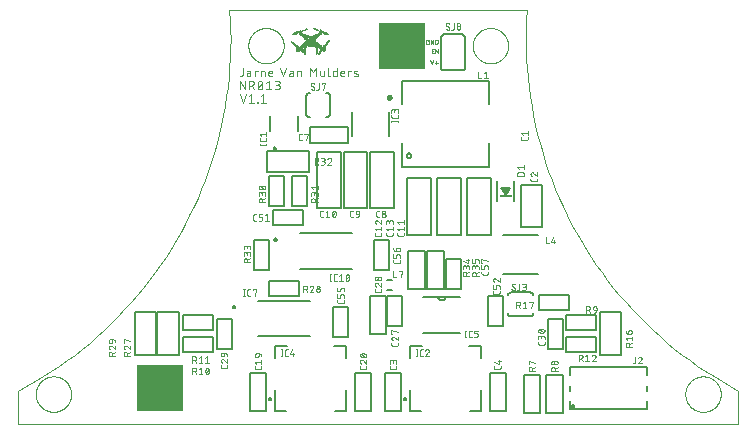
<source format=gto>
G75*
%MOIN*%
%OFA0B0*%
%FSLAX25Y25*%
%IPPOS*%
%LPD*%
%AMOC8*
5,1,8,0,0,1.08239X$1,22.5*
%
%ADD10C,0.00000*%
%ADD11C,0.00039*%
%ADD12R,0.00080X0.00010*%
%ADD13R,0.00120X0.00010*%
%ADD14R,0.00160X0.00010*%
%ADD15R,0.00180X0.00010*%
%ADD16R,0.00200X0.00010*%
%ADD17R,0.00230X0.00010*%
%ADD18R,0.00250X0.00010*%
%ADD19R,0.00270X0.00010*%
%ADD20R,0.00290X0.00010*%
%ADD21R,0.00320X0.00010*%
%ADD22R,0.00330X0.00010*%
%ADD23R,0.00350X0.00010*%
%ADD24R,0.00370X0.00010*%
%ADD25R,0.00390X0.00010*%
%ADD26R,0.00420X0.00010*%
%ADD27R,0.00430X0.00010*%
%ADD28R,0.00450X0.00010*%
%ADD29R,0.00470X0.00010*%
%ADD30R,0.00490X0.00010*%
%ADD31R,0.00050X0.00010*%
%ADD32R,0.00500X0.00010*%
%ADD33R,0.00090X0.00010*%
%ADD34R,0.00520X0.00010*%
%ADD35R,0.00110X0.00010*%
%ADD36R,0.00550X0.00010*%
%ADD37R,0.00140X0.00010*%
%ADD38R,0.00560X0.00010*%
%ADD39R,0.00170X0.00010*%
%ADD40R,0.00580X0.00010*%
%ADD41R,0.00210X0.00010*%
%ADD42R,0.00590X0.00010*%
%ADD43R,0.00260X0.00010*%
%ADD44R,0.00610X0.00010*%
%ADD45R,0.00280X0.00010*%
%ADD46R,0.00010X0.00010*%
%ADD47R,0.00020X0.00010*%
%ADD48R,0.00620X0.00010*%
%ADD49R,0.00150X0.00010*%
%ADD50R,0.00630X0.00010*%
%ADD51R,0.00650X0.00010*%
%ADD52R,0.00660X0.00010*%
%ADD53R,0.00360X0.00010*%
%ADD54R,0.00680X0.00010*%
%ADD55R,0.00370X0.00010*%
%ADD56R,0.00240X0.00010*%
%ADD57R,0.00690X0.00010*%
%ADD58R,0.00380X0.00010*%
%ADD59R,0.00700X0.00010*%
%ADD60R,0.00710X0.00010*%
%ADD61R,0.00720X0.00010*%
%ADD62R,0.00740X0.00010*%
%ADD63R,0.00750X0.00010*%
%ADD64R,0.00760X0.00010*%
%ADD65R,0.00400X0.00010*%
%ADD66R,0.00300X0.00010*%
%ADD67R,0.00770X0.00010*%
%ADD68R,0.00310X0.00010*%
%ADD69R,0.00780X0.00010*%
%ADD70R,0.00790X0.00010*%
%ADD71R,0.00800X0.00010*%
%ADD72R,0.00810X0.00010*%
%ADD73R,0.00410X0.00010*%
%ADD74R,0.00340X0.00010*%
%ADD75R,0.00830X0.00010*%
%ADD76R,0.00840X0.00010*%
%ADD77R,0.00850X0.00010*%
%ADD78R,0.00870X0.00010*%
%ADD79R,0.00860X0.00010*%
%ADD80R,0.00870X0.00010*%
%ADD81R,0.00880X0.00010*%
%ADD82R,0.00440X0.00010*%
%ADD83R,0.00890X0.00010*%
%ADD84R,0.00460X0.00010*%
%ADD85R,0.00900X0.00010*%
%ADD86R,0.00480X0.00010*%
%ADD87R,0.00910X0.00010*%
%ADD88R,0.00920X0.00010*%
%ADD89R,0.00920X0.00010*%
%ADD90R,0.00510X0.00010*%
%ADD91R,0.00930X0.00010*%
%ADD92R,0.00520X0.00010*%
%ADD93R,0.00530X0.00010*%
%ADD94R,0.00940X0.00010*%
%ADD95R,0.00950X0.00010*%
%ADD96R,0.00600X0.00010*%
%ADD97R,0.00960X0.00010*%
%ADD98R,0.00670X0.00010*%
%ADD99R,0.00970X0.00010*%
%ADD100R,0.00770X0.00010*%
%ADD101R,0.00970X0.00010*%
%ADD102R,0.00980X0.00010*%
%ADD103R,0.00820X0.00010*%
%ADD104R,0.00990X0.00010*%
%ADD105R,0.00990X0.00010*%
%ADD106R,0.01010X0.00010*%
%ADD107R,0.01020X0.00010*%
%ADD108R,0.01040X0.00010*%
%ADD109R,0.01050X0.00010*%
%ADD110R,0.01060X0.00010*%
%ADD111R,0.01080X0.00010*%
%ADD112R,0.01090X0.00010*%
%ADD113R,0.01090X0.00010*%
%ADD114R,0.01110X0.00010*%
%ADD115R,0.01120X0.00010*%
%ADD116R,0.01130X0.00010*%
%ADD117R,0.01140X0.00010*%
%ADD118R,0.01160X0.00010*%
%ADD119R,0.01150X0.00010*%
%ADD120R,0.01170X0.00010*%
%ADD121R,0.00190X0.00010*%
%ADD122R,0.01180X0.00010*%
%ADD123R,0.01190X0.00010*%
%ADD124R,0.01190X0.00010*%
%ADD125R,0.01200X0.00010*%
%ADD126R,0.01210X0.00010*%
%ADD127R,0.01220X0.00010*%
%ADD128R,0.00730X0.00010*%
%ADD129R,0.01230X0.00010*%
%ADD130R,0.01250X0.00010*%
%ADD131R,0.01270X0.00010*%
%ADD132R,0.00570X0.00010*%
%ADD133R,0.00620X0.00010*%
%ADD134R,0.01290X0.00010*%
%ADD135R,0.00670X0.00010*%
%ADD136R,0.01310X0.00010*%
%ADD137R,0.01000X0.00010*%
%ADD138R,0.00790X0.00010*%
%ADD139R,0.01330X0.00010*%
%ADD140R,0.01030X0.00010*%
%ADD141R,0.01340X0.00010*%
%ADD142R,0.00940X0.00010*%
%ADD143R,0.01350X0.00010*%
%ADD144R,0.00890X0.00010*%
%ADD145R,0.01070X0.00010*%
%ADD146R,0.01360X0.00010*%
%ADD147R,0.01100X0.00010*%
%ADD148R,0.01380X0.00010*%
%ADD149R,0.01400X0.00010*%
%ADD150R,0.01960X0.00010*%
%ADD151R,0.01410X0.00010*%
%ADD152R,0.01950X0.00010*%
%ADD153R,0.01420X0.00010*%
%ADD154R,0.01430X0.00010*%
%ADD155R,0.01440X0.00010*%
%ADD156R,0.01450X0.00010*%
%ADD157R,0.01940X0.00010*%
%ADD158R,0.01460X0.00010*%
%ADD159R,0.01220X0.00010*%
%ADD160R,0.01240X0.00010*%
%ADD161R,0.01480X0.00010*%
%ADD162R,0.01490X0.00010*%
%ADD163R,0.01940X0.00010*%
%ADD164R,0.01500X0.00010*%
%ADD165R,0.01280X0.00010*%
%ADD166R,0.01510X0.00010*%
%ADD167R,0.01530X0.00010*%
%ADD168R,0.01300X0.00010*%
%ADD169R,0.01320X0.00010*%
%ADD170R,0.01540X0.00010*%
%ADD171R,0.01550X0.00010*%
%ADD172R,0.01560X0.00010*%
%ADD173R,0.01570X0.00010*%
%ADD174R,0.01370X0.00010*%
%ADD175R,0.01570X0.00010*%
%ADD176R,0.01930X0.00010*%
%ADD177R,0.01590X0.00010*%
%ADD178R,0.01600X0.00010*%
%ADD179R,0.01610X0.00010*%
%ADD180R,0.01920X0.00010*%
%ADD181R,0.03010X0.00010*%
%ADD182R,0.01910X0.00010*%
%ADD183R,0.02590X0.00010*%
%ADD184R,0.02570X0.00010*%
%ADD185R,0.01900X0.00010*%
%ADD186R,0.02550X0.00010*%
%ADD187R,0.01880X0.00010*%
%ADD188R,0.02540X0.00010*%
%ADD189R,0.01890X0.00010*%
%ADD190R,0.02530X0.00010*%
%ADD191R,0.02510X0.00010*%
%ADD192R,0.01870X0.00010*%
%ADD193R,0.02490X0.00010*%
%ADD194R,0.01860X0.00010*%
%ADD195R,0.02480X0.00010*%
%ADD196R,0.01850X0.00010*%
%ADD197R,0.02470X0.00010*%
%ADD198R,0.02460X0.00010*%
%ADD199R,0.01840X0.00010*%
%ADD200R,0.02450X0.00010*%
%ADD201R,0.01830X0.00010*%
%ADD202R,0.02440X0.00010*%
%ADD203R,0.02430X0.00010*%
%ADD204R,0.01820X0.00010*%
%ADD205R,0.02420X0.00010*%
%ADD206R,0.02400X0.00010*%
%ADD207R,0.01810X0.00010*%
%ADD208R,0.02390X0.00010*%
%ADD209R,0.01800X0.00010*%
%ADD210R,0.02370X0.00010*%
%ADD211R,0.01790X0.00010*%
%ADD212R,0.02350X0.00010*%
%ADD213R,0.01780X0.00010*%
%ADD214R,0.02340X0.00010*%
%ADD215R,0.02330X0.00010*%
%ADD216R,0.01770X0.00010*%
%ADD217R,0.02320X0.00010*%
%ADD218R,0.01760X0.00010*%
%ADD219R,0.02300X0.00010*%
%ADD220R,0.02280X0.00010*%
%ADD221R,0.01750X0.00010*%
%ADD222R,0.02270X0.00010*%
%ADD223R,0.02260X0.00010*%
%ADD224R,0.01740X0.00010*%
%ADD225R,0.02250X0.00010*%
%ADD226R,0.01720X0.00010*%
%ADD227R,0.02230X0.00010*%
%ADD228R,0.02210X0.00010*%
%ADD229R,0.01710X0.00010*%
%ADD230R,0.02200X0.00010*%
%ADD231R,0.00390X0.00010*%
%ADD232R,0.01700X0.00010*%
%ADD233R,0.02180X0.00010*%
%ADD234R,0.01690X0.00010*%
%ADD235R,0.02170X0.00010*%
%ADD236R,0.02140X0.00010*%
%ADD237R,0.01670X0.00010*%
%ADD238R,0.02130X0.00010*%
%ADD239R,0.01660X0.00010*%
%ADD240R,0.02110X0.00010*%
%ADD241R,0.02100X0.00010*%
%ADD242R,0.01680X0.00010*%
%ADD243R,0.02080X0.00010*%
%ADD244R,0.02060X0.00010*%
%ADD245R,0.01730X0.00010*%
%ADD246R,0.02040X0.00010*%
%ADD247R,0.01740X0.00010*%
%ADD248R,0.02020X0.00010*%
%ADD249R,0.02000X0.00010*%
%ADD250R,0.01980X0.00010*%
%ADD251R,0.01870X0.00010*%
%ADD252R,0.01920X0.00010*%
%ADD253R,0.01970X0.00010*%
%ADD254R,0.01990X0.00010*%
%ADD255R,0.01970X0.00010*%
%ADD256R,0.02030X0.00010*%
%ADD257R,0.02010X0.00010*%
%ADD258R,0.02050X0.00010*%
%ADD259R,0.02070X0.00010*%
%ADD260R,0.02090X0.00010*%
%ADD261R,0.02120X0.00010*%
%ADD262R,0.02140X0.00010*%
%ADD263R,0.02150X0.00010*%
%ADD264R,0.02290X0.00010*%
%ADD265R,0.02310X0.00010*%
%ADD266R,0.02360X0.00010*%
%ADD267R,0.02380X0.00010*%
%ADD268R,0.02410X0.00010*%
%ADD269R,0.02390X0.00010*%
%ADD270R,0.00470X0.00010*%
%ADD271R,0.02470X0.00010*%
%ADD272R,0.02520X0.00010*%
%ADD273R,0.02500X0.00010*%
%ADD274R,0.03020X0.00010*%
%ADD275R,0.02610X0.00010*%
%ADD276R,0.02640X0.00010*%
%ADD277R,0.02650X0.00010*%
%ADD278R,0.02690X0.00010*%
%ADD279R,0.03170X0.00010*%
%ADD280R,0.03160X0.00010*%
%ADD281R,0.03030X0.00010*%
%ADD282R,0.03170X0.00010*%
%ADD283R,0.00720X0.00010*%
%ADD284R,0.00820X0.00010*%
%ADD285R,0.02220X0.00010*%
%ADD286R,0.02020X0.00010*%
%ADD287R,0.02190X0.00010*%
%ADD288R,0.02070X0.00010*%
%ADD289R,0.00640X0.00010*%
%ADD290R,0.00020X0.00010*%
%ADD291R,0.00840X0.00010*%
%ADD292R,0.00420X0.00010*%
%ADD293R,0.02090X0.00010*%
%ADD294R,0.02340X0.00010*%
%ADD295R,0.01520X0.00010*%
%ADD296R,0.01580X0.00010*%
%ADD297R,0.01640X0.00010*%
%ADD298R,0.00640X0.00010*%
%ADD299R,0.00440X0.00010*%
%ADD300R,0.02120X0.00010*%
%ADD301R,0.00030X0.00010*%
%ADD302R,0.00070X0.00010*%
%ADD303R,0.03090X0.00010*%
%ADD304R,0.03070X0.00010*%
%ADD305R,0.03060X0.00010*%
%ADD306R,0.03050X0.00010*%
%ADD307R,0.00040X0.00010*%
%ADD308R,0.00060X0.00010*%
%ADD309R,0.03000X0.00010*%
%ADD310R,0.00290X0.00010*%
%ADD311R,0.00100X0.00010*%
%ADD312R,0.02970X0.00010*%
%ADD313R,0.00540X0.00010*%
%ADD314R,0.00240X0.00010*%
%ADD315R,0.02970X0.00010*%
%ADD316R,0.00040X0.00010*%
%ADD317R,0.00130X0.00010*%
%ADD318R,0.00220X0.00010*%
%ADD319R,0.02960X0.00010*%
%ADD320R,0.00140X0.00010*%
%ADD321R,0.02940X0.00010*%
%ADD322R,0.02990X0.00010*%
%ADD323R,0.00320X0.00010*%
%ADD324R,0.02930X0.00010*%
%ADD325R,0.00340X0.00010*%
%ADD326R,0.02910X0.00010*%
%ADD327R,0.00570X0.00010*%
%ADD328R,0.02900X0.00010*%
%ADD329R,0.02890X0.00010*%
%ADD330R,0.00190X0.00010*%
%ADD331R,0.02880X0.00010*%
%ADD332R,0.02870X0.00010*%
%ADD333R,0.02850X0.00010*%
%ADD334R,0.02830X0.00010*%
%ADD335R,0.02890X0.00010*%
%ADD336R,0.00220X0.00010*%
%ADD337R,0.02840X0.00010*%
%ADD338R,0.02810X0.00010*%
%ADD339R,0.02860X0.00010*%
%ADD340R,0.02800X0.00010*%
%ADD341R,0.02780X0.00010*%
%ADD342R,0.02980X0.00010*%
%ADD343R,0.02770X0.00010*%
%ADD344R,0.02790X0.00010*%
%ADD345R,0.02760X0.00010*%
%ADD346R,0.02770X0.00010*%
%ADD347R,0.02750X0.00010*%
%ADD348R,0.02740X0.00010*%
%ADD349R,0.02720X0.00010*%
%ADD350R,0.02720X0.00010*%
%ADD351R,0.02710X0.00010*%
%ADD352R,0.03260X0.00010*%
%ADD353R,0.02700X0.00010*%
%ADD354R,0.01260X0.00010*%
%ADD355R,0.01890X0.00010*%
%ADD356R,0.02160X0.00010*%
%ADD357R,0.01820X0.00010*%
%ADD358R,0.01120X0.00010*%
%ADD359R,0.01720X0.00010*%
%ADD360R,0.02040X0.00010*%
%ADD361R,0.01670X0.00010*%
%ADD362R,0.01650X0.00010*%
%ADD363R,0.00540X0.00010*%
%ADD364R,0.01630X0.00010*%
%ADD365R,0.01620X0.00010*%
%ADD366R,0.01520X0.00010*%
%ADD367R,0.01770X0.00010*%
%ADD368R,0.01470X0.00010*%
%ADD369R,0.01590X0.00010*%
%ADD370R,0.00590X0.00010*%
%ADD371R,0.01620X0.00010*%
%ADD372R,0.01340X0.00010*%
%ADD373R,0.01320X0.00010*%
%ADD374R,0.01540X0.00010*%
%ADD375R,0.01290X0.00010*%
%ADD376R,0.01490X0.00010*%
%ADD377R,0.01470X0.00010*%
%ADD378R,0.01240X0.00010*%
%ADD379R,0.01420X0.00010*%
%ADD380R,0.01390X0.00010*%
%ADD381R,0.01170X0.00010*%
%ADD382R,0.00690X0.00010*%
%ADD383R,0.01690X0.00010*%
%ADD384R,0.01020X0.00010*%
%ADD385R,0.00740X0.00010*%
%ADD386R,0.01140X0.00010*%
%ADD387R,0.01270X0.00010*%
%ADD388R,0.01440X0.00010*%
%ADD389R,0.01390X0.00010*%
%ADD390R,0.03040X0.00010*%
%ADD391R,0.04790X0.00010*%
%ADD392R,0.04810X0.00010*%
%ADD393R,0.04820X0.00010*%
%ADD394R,0.04840X0.00010*%
%ADD395R,0.04860X0.00010*%
%ADD396R,0.04880X0.00010*%
%ADD397R,0.04900X0.00010*%
%ADD398R,0.04920X0.00010*%
%ADD399R,0.04940X0.00010*%
%ADD400R,0.04960X0.00010*%
%ADD401R,0.04980X0.00010*%
%ADD402R,0.04990X0.00010*%
%ADD403R,0.05020X0.00010*%
%ADD404R,0.05030X0.00010*%
%ADD405R,0.05060X0.00010*%
%ADD406R,0.05070X0.00010*%
%ADD407R,0.05090X0.00010*%
%ADD408R,0.05110X0.00010*%
%ADD409R,0.05130X0.00010*%
%ADD410R,0.05160X0.00010*%
%ADD411R,0.05170X0.00010*%
%ADD412R,0.05210X0.00010*%
%ADD413R,0.05220X0.00010*%
%ADD414R,0.05240X0.00010*%
%ADD415R,0.05270X0.00010*%
%ADD416R,0.02440X0.00010*%
%ADD417R,0.02290X0.00010*%
%ADD418R,0.01370X0.00010*%
%ADD419R,0.01070X0.00010*%
%ADD420R,0.01040X0.00010*%
%ADD421R,0.00270X0.00010*%
%ADD422R,0.00170X0.00010*%
%ADD423C,0.00300*%
%ADD424C,0.00200*%
%ADD425C,0.00800*%
%ADD426C,0.00787*%
%ADD427C,0.00500*%
%ADD428C,0.00600*%
%ADD429R,0.15748X0.15748*%
%ADD430R,0.03937X0.00787*%
%ADD431C,0.01000*%
D10*
X0032750Y0016500D02*
X0032750Y0027524D01*
X0032750Y0016500D02*
X0272907Y0016500D01*
X0272907Y0027524D01*
X0272907Y0027523D02*
X0270093Y0029042D01*
X0267315Y0030628D01*
X0264577Y0032281D01*
X0261880Y0034000D01*
X0259225Y0035784D01*
X0256614Y0037631D01*
X0254048Y0039541D01*
X0251530Y0041513D01*
X0249060Y0043545D01*
X0246640Y0045636D01*
X0244271Y0047785D01*
X0241954Y0049991D01*
X0239692Y0052252D01*
X0237485Y0054567D01*
X0235335Y0056935D01*
X0233243Y0059354D01*
X0231210Y0061823D01*
X0229237Y0064341D01*
X0227326Y0066905D01*
X0225477Y0069515D01*
X0223692Y0072169D01*
X0221972Y0074866D01*
X0220318Y0077603D01*
X0218730Y0080380D01*
X0217210Y0083194D01*
X0215758Y0086044D01*
X0214376Y0088928D01*
X0213064Y0091845D01*
X0211823Y0094793D01*
X0210654Y0097770D01*
X0209557Y0100775D01*
X0208533Y0103805D01*
X0207582Y0106859D01*
X0206706Y0109935D01*
X0205905Y0113031D01*
X0205179Y0116146D01*
X0204528Y0119278D01*
X0203953Y0122424D01*
X0203455Y0125583D01*
X0203033Y0128754D01*
X0202688Y0131934D01*
X0202420Y0135121D01*
X0202229Y0138314D01*
X0202115Y0141510D01*
X0202079Y0144708D01*
X0202120Y0147906D01*
X0202239Y0151103D01*
X0202435Y0154295D01*
X0103222Y0154295D01*
X0103223Y0154295D02*
X0103419Y0151103D01*
X0103538Y0147906D01*
X0103579Y0144708D01*
X0103543Y0141510D01*
X0103429Y0138314D01*
X0103238Y0135121D01*
X0102970Y0131934D01*
X0102625Y0128754D01*
X0102203Y0125583D01*
X0101705Y0122424D01*
X0101130Y0119278D01*
X0100479Y0116146D01*
X0099753Y0113031D01*
X0098952Y0109935D01*
X0098076Y0106859D01*
X0097125Y0103805D01*
X0096101Y0100775D01*
X0095004Y0097770D01*
X0093835Y0094793D01*
X0092594Y0091845D01*
X0091282Y0088928D01*
X0089900Y0086044D01*
X0088448Y0083194D01*
X0086928Y0080380D01*
X0085340Y0077603D01*
X0083686Y0074866D01*
X0081966Y0072169D01*
X0080181Y0069515D01*
X0078332Y0066905D01*
X0076421Y0064341D01*
X0074448Y0061823D01*
X0072415Y0059354D01*
X0070323Y0056935D01*
X0068173Y0054567D01*
X0065966Y0052252D01*
X0063704Y0049991D01*
X0061387Y0047785D01*
X0059018Y0045636D01*
X0056598Y0043545D01*
X0054128Y0041513D01*
X0051610Y0039541D01*
X0049044Y0037631D01*
X0046433Y0035784D01*
X0043778Y0034000D01*
X0041081Y0032281D01*
X0038343Y0030628D01*
X0035565Y0029042D01*
X0032751Y0027523D01*
D11*
X0038655Y0026343D02*
X0038657Y0026496D01*
X0038663Y0026650D01*
X0038673Y0026803D01*
X0038687Y0026955D01*
X0038705Y0027108D01*
X0038727Y0027259D01*
X0038752Y0027410D01*
X0038782Y0027561D01*
X0038816Y0027711D01*
X0038853Y0027859D01*
X0038894Y0028007D01*
X0038939Y0028153D01*
X0038988Y0028299D01*
X0039041Y0028443D01*
X0039097Y0028585D01*
X0039157Y0028726D01*
X0039221Y0028866D01*
X0039288Y0029004D01*
X0039359Y0029140D01*
X0039434Y0029274D01*
X0039511Y0029406D01*
X0039593Y0029536D01*
X0039677Y0029664D01*
X0039765Y0029790D01*
X0039856Y0029913D01*
X0039950Y0030034D01*
X0040048Y0030152D01*
X0040148Y0030268D01*
X0040252Y0030381D01*
X0040358Y0030492D01*
X0040467Y0030600D01*
X0040579Y0030705D01*
X0040693Y0030806D01*
X0040811Y0030905D01*
X0040930Y0031001D01*
X0041052Y0031094D01*
X0041177Y0031183D01*
X0041304Y0031270D01*
X0041433Y0031352D01*
X0041564Y0031432D01*
X0041697Y0031508D01*
X0041832Y0031581D01*
X0041969Y0031650D01*
X0042108Y0031715D01*
X0042248Y0031777D01*
X0042390Y0031835D01*
X0042533Y0031890D01*
X0042678Y0031941D01*
X0042824Y0031988D01*
X0042971Y0032031D01*
X0043119Y0032070D01*
X0043268Y0032106D01*
X0043418Y0032137D01*
X0043569Y0032165D01*
X0043720Y0032189D01*
X0043873Y0032209D01*
X0044025Y0032225D01*
X0044178Y0032237D01*
X0044331Y0032245D01*
X0044484Y0032249D01*
X0044638Y0032249D01*
X0044791Y0032245D01*
X0044944Y0032237D01*
X0045097Y0032225D01*
X0045249Y0032209D01*
X0045402Y0032189D01*
X0045553Y0032165D01*
X0045704Y0032137D01*
X0045854Y0032106D01*
X0046003Y0032070D01*
X0046151Y0032031D01*
X0046298Y0031988D01*
X0046444Y0031941D01*
X0046589Y0031890D01*
X0046732Y0031835D01*
X0046874Y0031777D01*
X0047014Y0031715D01*
X0047153Y0031650D01*
X0047290Y0031581D01*
X0047425Y0031508D01*
X0047558Y0031432D01*
X0047689Y0031352D01*
X0047818Y0031270D01*
X0047945Y0031183D01*
X0048070Y0031094D01*
X0048192Y0031001D01*
X0048311Y0030905D01*
X0048429Y0030806D01*
X0048543Y0030705D01*
X0048655Y0030600D01*
X0048764Y0030492D01*
X0048870Y0030381D01*
X0048974Y0030268D01*
X0049074Y0030152D01*
X0049172Y0030034D01*
X0049266Y0029913D01*
X0049357Y0029790D01*
X0049445Y0029664D01*
X0049529Y0029536D01*
X0049611Y0029406D01*
X0049688Y0029274D01*
X0049763Y0029140D01*
X0049834Y0029004D01*
X0049901Y0028866D01*
X0049965Y0028726D01*
X0050025Y0028585D01*
X0050081Y0028443D01*
X0050134Y0028299D01*
X0050183Y0028153D01*
X0050228Y0028007D01*
X0050269Y0027859D01*
X0050306Y0027711D01*
X0050340Y0027561D01*
X0050370Y0027410D01*
X0050395Y0027259D01*
X0050417Y0027108D01*
X0050435Y0026955D01*
X0050449Y0026803D01*
X0050459Y0026650D01*
X0050465Y0026496D01*
X0050467Y0026343D01*
X0050465Y0026190D01*
X0050459Y0026036D01*
X0050449Y0025883D01*
X0050435Y0025731D01*
X0050417Y0025578D01*
X0050395Y0025427D01*
X0050370Y0025276D01*
X0050340Y0025125D01*
X0050306Y0024975D01*
X0050269Y0024827D01*
X0050228Y0024679D01*
X0050183Y0024533D01*
X0050134Y0024387D01*
X0050081Y0024243D01*
X0050025Y0024101D01*
X0049965Y0023960D01*
X0049901Y0023820D01*
X0049834Y0023682D01*
X0049763Y0023546D01*
X0049688Y0023412D01*
X0049611Y0023280D01*
X0049529Y0023150D01*
X0049445Y0023022D01*
X0049357Y0022896D01*
X0049266Y0022773D01*
X0049172Y0022652D01*
X0049074Y0022534D01*
X0048974Y0022418D01*
X0048870Y0022305D01*
X0048764Y0022194D01*
X0048655Y0022086D01*
X0048543Y0021981D01*
X0048429Y0021880D01*
X0048311Y0021781D01*
X0048192Y0021685D01*
X0048070Y0021592D01*
X0047945Y0021503D01*
X0047818Y0021416D01*
X0047689Y0021334D01*
X0047558Y0021254D01*
X0047425Y0021178D01*
X0047290Y0021105D01*
X0047153Y0021036D01*
X0047014Y0020971D01*
X0046874Y0020909D01*
X0046732Y0020851D01*
X0046589Y0020796D01*
X0046444Y0020745D01*
X0046298Y0020698D01*
X0046151Y0020655D01*
X0046003Y0020616D01*
X0045854Y0020580D01*
X0045704Y0020549D01*
X0045553Y0020521D01*
X0045402Y0020497D01*
X0045249Y0020477D01*
X0045097Y0020461D01*
X0044944Y0020449D01*
X0044791Y0020441D01*
X0044638Y0020437D01*
X0044484Y0020437D01*
X0044331Y0020441D01*
X0044178Y0020449D01*
X0044025Y0020461D01*
X0043873Y0020477D01*
X0043720Y0020497D01*
X0043569Y0020521D01*
X0043418Y0020549D01*
X0043268Y0020580D01*
X0043119Y0020616D01*
X0042971Y0020655D01*
X0042824Y0020698D01*
X0042678Y0020745D01*
X0042533Y0020796D01*
X0042390Y0020851D01*
X0042248Y0020909D01*
X0042108Y0020971D01*
X0041969Y0021036D01*
X0041832Y0021105D01*
X0041697Y0021178D01*
X0041564Y0021254D01*
X0041433Y0021334D01*
X0041304Y0021416D01*
X0041177Y0021503D01*
X0041052Y0021592D01*
X0040930Y0021685D01*
X0040811Y0021781D01*
X0040693Y0021880D01*
X0040579Y0021981D01*
X0040467Y0022086D01*
X0040358Y0022194D01*
X0040252Y0022305D01*
X0040148Y0022418D01*
X0040048Y0022534D01*
X0039950Y0022652D01*
X0039856Y0022773D01*
X0039765Y0022896D01*
X0039677Y0023022D01*
X0039593Y0023150D01*
X0039511Y0023280D01*
X0039434Y0023412D01*
X0039359Y0023546D01*
X0039288Y0023682D01*
X0039221Y0023820D01*
X0039157Y0023960D01*
X0039097Y0024101D01*
X0039041Y0024243D01*
X0038988Y0024387D01*
X0038939Y0024533D01*
X0038894Y0024679D01*
X0038853Y0024827D01*
X0038816Y0024975D01*
X0038782Y0025125D01*
X0038752Y0025276D01*
X0038727Y0025427D01*
X0038705Y0025578D01*
X0038687Y0025731D01*
X0038673Y0025883D01*
X0038663Y0026036D01*
X0038657Y0026190D01*
X0038655Y0026343D01*
X0109521Y0142484D02*
X0109523Y0142637D01*
X0109529Y0142791D01*
X0109539Y0142944D01*
X0109553Y0143096D01*
X0109571Y0143249D01*
X0109593Y0143400D01*
X0109618Y0143551D01*
X0109648Y0143702D01*
X0109682Y0143852D01*
X0109719Y0144000D01*
X0109760Y0144148D01*
X0109805Y0144294D01*
X0109854Y0144440D01*
X0109907Y0144584D01*
X0109963Y0144726D01*
X0110023Y0144867D01*
X0110087Y0145007D01*
X0110154Y0145145D01*
X0110225Y0145281D01*
X0110300Y0145415D01*
X0110377Y0145547D01*
X0110459Y0145677D01*
X0110543Y0145805D01*
X0110631Y0145931D01*
X0110722Y0146054D01*
X0110816Y0146175D01*
X0110914Y0146293D01*
X0111014Y0146409D01*
X0111118Y0146522D01*
X0111224Y0146633D01*
X0111333Y0146741D01*
X0111445Y0146846D01*
X0111559Y0146947D01*
X0111677Y0147046D01*
X0111796Y0147142D01*
X0111918Y0147235D01*
X0112043Y0147324D01*
X0112170Y0147411D01*
X0112299Y0147493D01*
X0112430Y0147573D01*
X0112563Y0147649D01*
X0112698Y0147722D01*
X0112835Y0147791D01*
X0112974Y0147856D01*
X0113114Y0147918D01*
X0113256Y0147976D01*
X0113399Y0148031D01*
X0113544Y0148082D01*
X0113690Y0148129D01*
X0113837Y0148172D01*
X0113985Y0148211D01*
X0114134Y0148247D01*
X0114284Y0148278D01*
X0114435Y0148306D01*
X0114586Y0148330D01*
X0114739Y0148350D01*
X0114891Y0148366D01*
X0115044Y0148378D01*
X0115197Y0148386D01*
X0115350Y0148390D01*
X0115504Y0148390D01*
X0115657Y0148386D01*
X0115810Y0148378D01*
X0115963Y0148366D01*
X0116115Y0148350D01*
X0116268Y0148330D01*
X0116419Y0148306D01*
X0116570Y0148278D01*
X0116720Y0148247D01*
X0116869Y0148211D01*
X0117017Y0148172D01*
X0117164Y0148129D01*
X0117310Y0148082D01*
X0117455Y0148031D01*
X0117598Y0147976D01*
X0117740Y0147918D01*
X0117880Y0147856D01*
X0118019Y0147791D01*
X0118156Y0147722D01*
X0118291Y0147649D01*
X0118424Y0147573D01*
X0118555Y0147493D01*
X0118684Y0147411D01*
X0118811Y0147324D01*
X0118936Y0147235D01*
X0119058Y0147142D01*
X0119177Y0147046D01*
X0119295Y0146947D01*
X0119409Y0146846D01*
X0119521Y0146741D01*
X0119630Y0146633D01*
X0119736Y0146522D01*
X0119840Y0146409D01*
X0119940Y0146293D01*
X0120038Y0146175D01*
X0120132Y0146054D01*
X0120223Y0145931D01*
X0120311Y0145805D01*
X0120395Y0145677D01*
X0120477Y0145547D01*
X0120554Y0145415D01*
X0120629Y0145281D01*
X0120700Y0145145D01*
X0120767Y0145007D01*
X0120831Y0144867D01*
X0120891Y0144726D01*
X0120947Y0144584D01*
X0121000Y0144440D01*
X0121049Y0144294D01*
X0121094Y0144148D01*
X0121135Y0144000D01*
X0121172Y0143852D01*
X0121206Y0143702D01*
X0121236Y0143551D01*
X0121261Y0143400D01*
X0121283Y0143249D01*
X0121301Y0143096D01*
X0121315Y0142944D01*
X0121325Y0142791D01*
X0121331Y0142637D01*
X0121333Y0142484D01*
X0121331Y0142331D01*
X0121325Y0142177D01*
X0121315Y0142024D01*
X0121301Y0141872D01*
X0121283Y0141719D01*
X0121261Y0141568D01*
X0121236Y0141417D01*
X0121206Y0141266D01*
X0121172Y0141116D01*
X0121135Y0140968D01*
X0121094Y0140820D01*
X0121049Y0140674D01*
X0121000Y0140528D01*
X0120947Y0140384D01*
X0120891Y0140242D01*
X0120831Y0140101D01*
X0120767Y0139961D01*
X0120700Y0139823D01*
X0120629Y0139687D01*
X0120554Y0139553D01*
X0120477Y0139421D01*
X0120395Y0139291D01*
X0120311Y0139163D01*
X0120223Y0139037D01*
X0120132Y0138914D01*
X0120038Y0138793D01*
X0119940Y0138675D01*
X0119840Y0138559D01*
X0119736Y0138446D01*
X0119630Y0138335D01*
X0119521Y0138227D01*
X0119409Y0138122D01*
X0119295Y0138021D01*
X0119177Y0137922D01*
X0119058Y0137826D01*
X0118936Y0137733D01*
X0118811Y0137644D01*
X0118684Y0137557D01*
X0118555Y0137475D01*
X0118424Y0137395D01*
X0118291Y0137319D01*
X0118156Y0137246D01*
X0118019Y0137177D01*
X0117880Y0137112D01*
X0117740Y0137050D01*
X0117598Y0136992D01*
X0117455Y0136937D01*
X0117310Y0136886D01*
X0117164Y0136839D01*
X0117017Y0136796D01*
X0116869Y0136757D01*
X0116720Y0136721D01*
X0116570Y0136690D01*
X0116419Y0136662D01*
X0116268Y0136638D01*
X0116115Y0136618D01*
X0115963Y0136602D01*
X0115810Y0136590D01*
X0115657Y0136582D01*
X0115504Y0136578D01*
X0115350Y0136578D01*
X0115197Y0136582D01*
X0115044Y0136590D01*
X0114891Y0136602D01*
X0114739Y0136618D01*
X0114586Y0136638D01*
X0114435Y0136662D01*
X0114284Y0136690D01*
X0114134Y0136721D01*
X0113985Y0136757D01*
X0113837Y0136796D01*
X0113690Y0136839D01*
X0113544Y0136886D01*
X0113399Y0136937D01*
X0113256Y0136992D01*
X0113114Y0137050D01*
X0112974Y0137112D01*
X0112835Y0137177D01*
X0112698Y0137246D01*
X0112563Y0137319D01*
X0112430Y0137395D01*
X0112299Y0137475D01*
X0112170Y0137557D01*
X0112043Y0137644D01*
X0111918Y0137733D01*
X0111796Y0137826D01*
X0111677Y0137922D01*
X0111559Y0138021D01*
X0111445Y0138122D01*
X0111333Y0138227D01*
X0111224Y0138335D01*
X0111118Y0138446D01*
X0111014Y0138559D01*
X0110914Y0138675D01*
X0110816Y0138793D01*
X0110722Y0138914D01*
X0110631Y0139037D01*
X0110543Y0139163D01*
X0110459Y0139291D01*
X0110377Y0139421D01*
X0110300Y0139553D01*
X0110225Y0139687D01*
X0110154Y0139823D01*
X0110087Y0139961D01*
X0110023Y0140101D01*
X0109963Y0140242D01*
X0109907Y0140384D01*
X0109854Y0140528D01*
X0109805Y0140674D01*
X0109760Y0140820D01*
X0109719Y0140968D01*
X0109682Y0141116D01*
X0109648Y0141266D01*
X0109618Y0141417D01*
X0109593Y0141568D01*
X0109571Y0141719D01*
X0109553Y0141872D01*
X0109539Y0142024D01*
X0109529Y0142177D01*
X0109523Y0142331D01*
X0109521Y0142484D01*
X0184324Y0142484D02*
X0184326Y0142637D01*
X0184332Y0142791D01*
X0184342Y0142944D01*
X0184356Y0143096D01*
X0184374Y0143249D01*
X0184396Y0143400D01*
X0184421Y0143551D01*
X0184451Y0143702D01*
X0184485Y0143852D01*
X0184522Y0144000D01*
X0184563Y0144148D01*
X0184608Y0144294D01*
X0184657Y0144440D01*
X0184710Y0144584D01*
X0184766Y0144726D01*
X0184826Y0144867D01*
X0184890Y0145007D01*
X0184957Y0145145D01*
X0185028Y0145281D01*
X0185103Y0145415D01*
X0185180Y0145547D01*
X0185262Y0145677D01*
X0185346Y0145805D01*
X0185434Y0145931D01*
X0185525Y0146054D01*
X0185619Y0146175D01*
X0185717Y0146293D01*
X0185817Y0146409D01*
X0185921Y0146522D01*
X0186027Y0146633D01*
X0186136Y0146741D01*
X0186248Y0146846D01*
X0186362Y0146947D01*
X0186480Y0147046D01*
X0186599Y0147142D01*
X0186721Y0147235D01*
X0186846Y0147324D01*
X0186973Y0147411D01*
X0187102Y0147493D01*
X0187233Y0147573D01*
X0187366Y0147649D01*
X0187501Y0147722D01*
X0187638Y0147791D01*
X0187777Y0147856D01*
X0187917Y0147918D01*
X0188059Y0147976D01*
X0188202Y0148031D01*
X0188347Y0148082D01*
X0188493Y0148129D01*
X0188640Y0148172D01*
X0188788Y0148211D01*
X0188937Y0148247D01*
X0189087Y0148278D01*
X0189238Y0148306D01*
X0189389Y0148330D01*
X0189542Y0148350D01*
X0189694Y0148366D01*
X0189847Y0148378D01*
X0190000Y0148386D01*
X0190153Y0148390D01*
X0190307Y0148390D01*
X0190460Y0148386D01*
X0190613Y0148378D01*
X0190766Y0148366D01*
X0190918Y0148350D01*
X0191071Y0148330D01*
X0191222Y0148306D01*
X0191373Y0148278D01*
X0191523Y0148247D01*
X0191672Y0148211D01*
X0191820Y0148172D01*
X0191967Y0148129D01*
X0192113Y0148082D01*
X0192258Y0148031D01*
X0192401Y0147976D01*
X0192543Y0147918D01*
X0192683Y0147856D01*
X0192822Y0147791D01*
X0192959Y0147722D01*
X0193094Y0147649D01*
X0193227Y0147573D01*
X0193358Y0147493D01*
X0193487Y0147411D01*
X0193614Y0147324D01*
X0193739Y0147235D01*
X0193861Y0147142D01*
X0193980Y0147046D01*
X0194098Y0146947D01*
X0194212Y0146846D01*
X0194324Y0146741D01*
X0194433Y0146633D01*
X0194539Y0146522D01*
X0194643Y0146409D01*
X0194743Y0146293D01*
X0194841Y0146175D01*
X0194935Y0146054D01*
X0195026Y0145931D01*
X0195114Y0145805D01*
X0195198Y0145677D01*
X0195280Y0145547D01*
X0195357Y0145415D01*
X0195432Y0145281D01*
X0195503Y0145145D01*
X0195570Y0145007D01*
X0195634Y0144867D01*
X0195694Y0144726D01*
X0195750Y0144584D01*
X0195803Y0144440D01*
X0195852Y0144294D01*
X0195897Y0144148D01*
X0195938Y0144000D01*
X0195975Y0143852D01*
X0196009Y0143702D01*
X0196039Y0143551D01*
X0196064Y0143400D01*
X0196086Y0143249D01*
X0196104Y0143096D01*
X0196118Y0142944D01*
X0196128Y0142791D01*
X0196134Y0142637D01*
X0196136Y0142484D01*
X0196134Y0142331D01*
X0196128Y0142177D01*
X0196118Y0142024D01*
X0196104Y0141872D01*
X0196086Y0141719D01*
X0196064Y0141568D01*
X0196039Y0141417D01*
X0196009Y0141266D01*
X0195975Y0141116D01*
X0195938Y0140968D01*
X0195897Y0140820D01*
X0195852Y0140674D01*
X0195803Y0140528D01*
X0195750Y0140384D01*
X0195694Y0140242D01*
X0195634Y0140101D01*
X0195570Y0139961D01*
X0195503Y0139823D01*
X0195432Y0139687D01*
X0195357Y0139553D01*
X0195280Y0139421D01*
X0195198Y0139291D01*
X0195114Y0139163D01*
X0195026Y0139037D01*
X0194935Y0138914D01*
X0194841Y0138793D01*
X0194743Y0138675D01*
X0194643Y0138559D01*
X0194539Y0138446D01*
X0194433Y0138335D01*
X0194324Y0138227D01*
X0194212Y0138122D01*
X0194098Y0138021D01*
X0193980Y0137922D01*
X0193861Y0137826D01*
X0193739Y0137733D01*
X0193614Y0137644D01*
X0193487Y0137557D01*
X0193358Y0137475D01*
X0193227Y0137395D01*
X0193094Y0137319D01*
X0192959Y0137246D01*
X0192822Y0137177D01*
X0192683Y0137112D01*
X0192543Y0137050D01*
X0192401Y0136992D01*
X0192258Y0136937D01*
X0192113Y0136886D01*
X0191967Y0136839D01*
X0191820Y0136796D01*
X0191672Y0136757D01*
X0191523Y0136721D01*
X0191373Y0136690D01*
X0191222Y0136662D01*
X0191071Y0136638D01*
X0190918Y0136618D01*
X0190766Y0136602D01*
X0190613Y0136590D01*
X0190460Y0136582D01*
X0190307Y0136578D01*
X0190153Y0136578D01*
X0190000Y0136582D01*
X0189847Y0136590D01*
X0189694Y0136602D01*
X0189542Y0136618D01*
X0189389Y0136638D01*
X0189238Y0136662D01*
X0189087Y0136690D01*
X0188937Y0136721D01*
X0188788Y0136757D01*
X0188640Y0136796D01*
X0188493Y0136839D01*
X0188347Y0136886D01*
X0188202Y0136937D01*
X0188059Y0136992D01*
X0187917Y0137050D01*
X0187777Y0137112D01*
X0187638Y0137177D01*
X0187501Y0137246D01*
X0187366Y0137319D01*
X0187233Y0137395D01*
X0187102Y0137475D01*
X0186973Y0137557D01*
X0186846Y0137644D01*
X0186721Y0137733D01*
X0186599Y0137826D01*
X0186480Y0137922D01*
X0186362Y0138021D01*
X0186248Y0138122D01*
X0186136Y0138227D01*
X0186027Y0138335D01*
X0185921Y0138446D01*
X0185817Y0138559D01*
X0185717Y0138675D01*
X0185619Y0138793D01*
X0185525Y0138914D01*
X0185434Y0139037D01*
X0185346Y0139163D01*
X0185262Y0139291D01*
X0185180Y0139421D01*
X0185103Y0139553D01*
X0185028Y0139687D01*
X0184957Y0139823D01*
X0184890Y0139961D01*
X0184826Y0140101D01*
X0184766Y0140242D01*
X0184710Y0140384D01*
X0184657Y0140528D01*
X0184608Y0140674D01*
X0184563Y0140820D01*
X0184522Y0140968D01*
X0184485Y0141116D01*
X0184451Y0141266D01*
X0184421Y0141417D01*
X0184396Y0141568D01*
X0184374Y0141719D01*
X0184356Y0141872D01*
X0184342Y0142024D01*
X0184332Y0142177D01*
X0184326Y0142331D01*
X0184324Y0142484D01*
X0255190Y0026343D02*
X0255192Y0026496D01*
X0255198Y0026650D01*
X0255208Y0026803D01*
X0255222Y0026955D01*
X0255240Y0027108D01*
X0255262Y0027259D01*
X0255287Y0027410D01*
X0255317Y0027561D01*
X0255351Y0027711D01*
X0255388Y0027859D01*
X0255429Y0028007D01*
X0255474Y0028153D01*
X0255523Y0028299D01*
X0255576Y0028443D01*
X0255632Y0028585D01*
X0255692Y0028726D01*
X0255756Y0028866D01*
X0255823Y0029004D01*
X0255894Y0029140D01*
X0255969Y0029274D01*
X0256046Y0029406D01*
X0256128Y0029536D01*
X0256212Y0029664D01*
X0256300Y0029790D01*
X0256391Y0029913D01*
X0256485Y0030034D01*
X0256583Y0030152D01*
X0256683Y0030268D01*
X0256787Y0030381D01*
X0256893Y0030492D01*
X0257002Y0030600D01*
X0257114Y0030705D01*
X0257228Y0030806D01*
X0257346Y0030905D01*
X0257465Y0031001D01*
X0257587Y0031094D01*
X0257712Y0031183D01*
X0257839Y0031270D01*
X0257968Y0031352D01*
X0258099Y0031432D01*
X0258232Y0031508D01*
X0258367Y0031581D01*
X0258504Y0031650D01*
X0258643Y0031715D01*
X0258783Y0031777D01*
X0258925Y0031835D01*
X0259068Y0031890D01*
X0259213Y0031941D01*
X0259359Y0031988D01*
X0259506Y0032031D01*
X0259654Y0032070D01*
X0259803Y0032106D01*
X0259953Y0032137D01*
X0260104Y0032165D01*
X0260255Y0032189D01*
X0260408Y0032209D01*
X0260560Y0032225D01*
X0260713Y0032237D01*
X0260866Y0032245D01*
X0261019Y0032249D01*
X0261173Y0032249D01*
X0261326Y0032245D01*
X0261479Y0032237D01*
X0261632Y0032225D01*
X0261784Y0032209D01*
X0261937Y0032189D01*
X0262088Y0032165D01*
X0262239Y0032137D01*
X0262389Y0032106D01*
X0262538Y0032070D01*
X0262686Y0032031D01*
X0262833Y0031988D01*
X0262979Y0031941D01*
X0263124Y0031890D01*
X0263267Y0031835D01*
X0263409Y0031777D01*
X0263549Y0031715D01*
X0263688Y0031650D01*
X0263825Y0031581D01*
X0263960Y0031508D01*
X0264093Y0031432D01*
X0264224Y0031352D01*
X0264353Y0031270D01*
X0264480Y0031183D01*
X0264605Y0031094D01*
X0264727Y0031001D01*
X0264846Y0030905D01*
X0264964Y0030806D01*
X0265078Y0030705D01*
X0265190Y0030600D01*
X0265299Y0030492D01*
X0265405Y0030381D01*
X0265509Y0030268D01*
X0265609Y0030152D01*
X0265707Y0030034D01*
X0265801Y0029913D01*
X0265892Y0029790D01*
X0265980Y0029664D01*
X0266064Y0029536D01*
X0266146Y0029406D01*
X0266223Y0029274D01*
X0266298Y0029140D01*
X0266369Y0029004D01*
X0266436Y0028866D01*
X0266500Y0028726D01*
X0266560Y0028585D01*
X0266616Y0028443D01*
X0266669Y0028299D01*
X0266718Y0028153D01*
X0266763Y0028007D01*
X0266804Y0027859D01*
X0266841Y0027711D01*
X0266875Y0027561D01*
X0266905Y0027410D01*
X0266930Y0027259D01*
X0266952Y0027108D01*
X0266970Y0026955D01*
X0266984Y0026803D01*
X0266994Y0026650D01*
X0267000Y0026496D01*
X0267002Y0026343D01*
X0267000Y0026190D01*
X0266994Y0026036D01*
X0266984Y0025883D01*
X0266970Y0025731D01*
X0266952Y0025578D01*
X0266930Y0025427D01*
X0266905Y0025276D01*
X0266875Y0025125D01*
X0266841Y0024975D01*
X0266804Y0024827D01*
X0266763Y0024679D01*
X0266718Y0024533D01*
X0266669Y0024387D01*
X0266616Y0024243D01*
X0266560Y0024101D01*
X0266500Y0023960D01*
X0266436Y0023820D01*
X0266369Y0023682D01*
X0266298Y0023546D01*
X0266223Y0023412D01*
X0266146Y0023280D01*
X0266064Y0023150D01*
X0265980Y0023022D01*
X0265892Y0022896D01*
X0265801Y0022773D01*
X0265707Y0022652D01*
X0265609Y0022534D01*
X0265509Y0022418D01*
X0265405Y0022305D01*
X0265299Y0022194D01*
X0265190Y0022086D01*
X0265078Y0021981D01*
X0264964Y0021880D01*
X0264846Y0021781D01*
X0264727Y0021685D01*
X0264605Y0021592D01*
X0264480Y0021503D01*
X0264353Y0021416D01*
X0264224Y0021334D01*
X0264093Y0021254D01*
X0263960Y0021178D01*
X0263825Y0021105D01*
X0263688Y0021036D01*
X0263549Y0020971D01*
X0263409Y0020909D01*
X0263267Y0020851D01*
X0263124Y0020796D01*
X0262979Y0020745D01*
X0262833Y0020698D01*
X0262686Y0020655D01*
X0262538Y0020616D01*
X0262389Y0020580D01*
X0262239Y0020549D01*
X0262088Y0020521D01*
X0261937Y0020497D01*
X0261784Y0020477D01*
X0261632Y0020461D01*
X0261479Y0020449D01*
X0261326Y0020441D01*
X0261173Y0020437D01*
X0261019Y0020437D01*
X0260866Y0020441D01*
X0260713Y0020449D01*
X0260560Y0020461D01*
X0260408Y0020477D01*
X0260255Y0020497D01*
X0260104Y0020521D01*
X0259953Y0020549D01*
X0259803Y0020580D01*
X0259654Y0020616D01*
X0259506Y0020655D01*
X0259359Y0020698D01*
X0259213Y0020745D01*
X0259068Y0020796D01*
X0258925Y0020851D01*
X0258783Y0020909D01*
X0258643Y0020971D01*
X0258504Y0021036D01*
X0258367Y0021105D01*
X0258232Y0021178D01*
X0258099Y0021254D01*
X0257968Y0021334D01*
X0257839Y0021416D01*
X0257712Y0021503D01*
X0257587Y0021592D01*
X0257465Y0021685D01*
X0257346Y0021781D01*
X0257228Y0021880D01*
X0257114Y0021981D01*
X0257002Y0022086D01*
X0256893Y0022194D01*
X0256787Y0022305D01*
X0256683Y0022418D01*
X0256583Y0022534D01*
X0256485Y0022652D01*
X0256391Y0022773D01*
X0256300Y0022896D01*
X0256212Y0023022D01*
X0256128Y0023150D01*
X0256046Y0023280D01*
X0255969Y0023412D01*
X0255894Y0023546D01*
X0255823Y0023682D01*
X0255756Y0023820D01*
X0255692Y0023960D01*
X0255632Y0024101D01*
X0255576Y0024243D01*
X0255523Y0024387D01*
X0255474Y0024533D01*
X0255429Y0024679D01*
X0255388Y0024827D01*
X0255351Y0024975D01*
X0255317Y0025125D01*
X0255287Y0025276D01*
X0255262Y0025427D01*
X0255240Y0025578D01*
X0255222Y0025731D01*
X0255208Y0025883D01*
X0255198Y0026036D01*
X0255192Y0026190D01*
X0255190Y0026343D01*
D12*
X0133080Y0139225D03*
D13*
X0133080Y0139235D03*
X0130290Y0142245D03*
X0130290Y0142545D03*
X0133030Y0147315D03*
X0133050Y0147305D03*
X0133080Y0147295D03*
X0133680Y0147525D03*
X0129190Y0147885D03*
X0136340Y0144135D03*
D14*
X0134910Y0142435D03*
X0133080Y0139245D03*
X0130310Y0142485D03*
X0132850Y0147385D03*
X0133680Y0147505D03*
X0131520Y0148065D03*
X0129180Y0147875D03*
X0126950Y0147455D03*
X0124200Y0143545D03*
D15*
X0126040Y0142355D03*
X0132440Y0139505D03*
X0133080Y0139255D03*
X0134910Y0142425D03*
X0133260Y0147215D03*
X0132790Y0147405D03*
X0126950Y0147435D03*
X0126950Y0147445D03*
D16*
X0129170Y0147865D03*
X0132760Y0147415D03*
X0133280Y0147205D03*
X0133670Y0147465D03*
X0135970Y0145925D03*
X0136350Y0144115D03*
X0133080Y0139265D03*
X0130320Y0142385D03*
X0130320Y0142405D03*
X0126040Y0142345D03*
X0124200Y0143535D03*
D17*
X0124195Y0143525D03*
X0126955Y0147385D03*
X0126955Y0147395D03*
X0129155Y0147855D03*
X0132705Y0147435D03*
X0133675Y0147435D03*
X0134905Y0142395D03*
X0133085Y0139275D03*
X0132435Y0139525D03*
X0130535Y0142265D03*
D18*
X0130535Y0142275D03*
X0132435Y0139545D03*
X0133085Y0139285D03*
X0134905Y0142385D03*
X0135955Y0145935D03*
X0132675Y0147445D03*
X0127625Y0147215D03*
X0127595Y0147205D03*
X0127525Y0147185D03*
X0126965Y0147345D03*
X0126955Y0147355D03*
X0126045Y0142305D03*
D19*
X0126045Y0142295D03*
X0132435Y0139565D03*
X0133085Y0139295D03*
X0132645Y0147455D03*
D20*
X0132595Y0147475D03*
X0129125Y0147835D03*
X0124635Y0146055D03*
X0124205Y0143505D03*
X0126045Y0142275D03*
X0130505Y0142245D03*
X0130525Y0142235D03*
X0132435Y0139595D03*
X0132435Y0139585D03*
X0133085Y0139305D03*
X0135255Y0142285D03*
X0135275Y0142305D03*
X0135285Y0142315D03*
X0135285Y0142325D03*
X0135305Y0142345D03*
D21*
X0135350Y0142405D03*
X0135380Y0142445D03*
X0134900Y0142315D03*
X0136350Y0144065D03*
X0132550Y0147495D03*
X0127800Y0147265D03*
X0126050Y0142245D03*
X0128290Y0139495D03*
X0132440Y0139635D03*
X0132440Y0139645D03*
X0133090Y0139315D03*
D22*
X0133095Y0139325D03*
X0132435Y0139655D03*
X0130605Y0142315D03*
X0130605Y0142325D03*
X0130625Y0142355D03*
X0128285Y0139505D03*
X0126055Y0142225D03*
X0126055Y0142235D03*
X0124205Y0143485D03*
X0126975Y0147225D03*
X0126975Y0147235D03*
X0131635Y0147985D03*
X0132505Y0147515D03*
X0132525Y0147505D03*
X0133655Y0147295D03*
X0133655Y0147285D03*
X0135935Y0145955D03*
X0135395Y0142465D03*
X0135385Y0142455D03*
X0134895Y0142305D03*
X0134895Y0142295D03*
D23*
X0134895Y0142285D03*
X0134895Y0142275D03*
X0135415Y0142495D03*
X0135425Y0142505D03*
X0133095Y0139335D03*
X0132445Y0139695D03*
X0132445Y0139705D03*
X0132445Y0139725D03*
X0130635Y0142405D03*
X0130635Y0142415D03*
X0130635Y0142425D03*
X0130635Y0142435D03*
X0130635Y0142445D03*
X0126055Y0142215D03*
X0126055Y0142205D03*
X0128285Y0139515D03*
X0126975Y0147215D03*
X0131645Y0147975D03*
X0132465Y0147535D03*
X0132485Y0147525D03*
X0133655Y0147275D03*
X0133655Y0147265D03*
D24*
X0133645Y0147235D03*
X0133645Y0147225D03*
X0136345Y0144035D03*
X0135445Y0142535D03*
X0134895Y0142255D03*
X0133095Y0139345D03*
X0132445Y0139735D03*
X0132445Y0139755D03*
X0132445Y0139765D03*
X0132445Y0139775D03*
X0132445Y0139785D03*
X0132445Y0139795D03*
X0132445Y0139805D03*
X0132445Y0139815D03*
X0132445Y0139835D03*
X0132445Y0139855D03*
X0130895Y0142635D03*
X0128395Y0141515D03*
X0128395Y0141505D03*
X0128395Y0141495D03*
X0128395Y0141485D03*
X0128395Y0141475D03*
X0128395Y0141465D03*
X0128385Y0141425D03*
X0128385Y0141405D03*
X0128385Y0141385D03*
X0126985Y0147185D03*
D25*
X0126985Y0147175D03*
X0126985Y0147165D03*
X0131705Y0147935D03*
X0131725Y0147925D03*
X0132375Y0147575D03*
X0133645Y0147205D03*
X0136345Y0144025D03*
X0136345Y0144015D03*
X0135485Y0142595D03*
X0132445Y0139975D03*
X0132445Y0139955D03*
X0132445Y0139945D03*
X0132445Y0139935D03*
X0132445Y0139925D03*
X0132445Y0139915D03*
X0132445Y0139905D03*
X0132445Y0139895D03*
X0132445Y0139885D03*
X0132445Y0139875D03*
X0132445Y0139865D03*
X0132445Y0139845D03*
X0133095Y0139355D03*
X0130875Y0142665D03*
X0130585Y0142545D03*
X0130575Y0142555D03*
X0129745Y0142755D03*
X0128425Y0141595D03*
X0128375Y0141325D03*
X0128375Y0141315D03*
X0128375Y0141305D03*
X0128375Y0141295D03*
X0128375Y0141285D03*
X0128375Y0141275D03*
X0128285Y0139645D03*
X0128285Y0139615D03*
X0128285Y0139595D03*
X0128275Y0139585D03*
X0128285Y0139575D03*
D26*
X0128290Y0139765D03*
X0128340Y0140925D03*
X0128340Y0140945D03*
X0128440Y0141635D03*
X0128450Y0141645D03*
X0125480Y0142175D03*
X0124680Y0146075D03*
X0126980Y0147155D03*
X0128000Y0147325D03*
X0131790Y0147885D03*
X0132300Y0147615D03*
X0135890Y0145975D03*
X0136330Y0143985D03*
X0132430Y0140245D03*
X0132440Y0140175D03*
X0132440Y0140155D03*
X0132440Y0140145D03*
X0132440Y0140135D03*
X0132440Y0140125D03*
X0132440Y0140115D03*
X0132440Y0140105D03*
X0132440Y0140095D03*
X0132440Y0140085D03*
X0132440Y0140065D03*
X0133100Y0139365D03*
D27*
X0133105Y0139375D03*
X0132435Y0140165D03*
X0132435Y0140185D03*
X0132435Y0140195D03*
X0132435Y0140205D03*
X0132435Y0140215D03*
X0132435Y0140225D03*
X0132435Y0140235D03*
X0132435Y0140255D03*
X0132435Y0140275D03*
X0132425Y0140285D03*
X0132425Y0140315D03*
X0132425Y0140335D03*
X0132425Y0140355D03*
X0132425Y0140375D03*
X0132425Y0140395D03*
X0130845Y0142695D03*
X0128455Y0141655D03*
X0126065Y0142115D03*
X0126065Y0142125D03*
X0125465Y0142185D03*
X0125455Y0142195D03*
X0132255Y0147635D03*
X0132275Y0147625D03*
X0131865Y0147845D03*
X0131845Y0147855D03*
X0129045Y0147785D03*
X0136325Y0143975D03*
X0135525Y0142655D03*
D28*
X0135545Y0142685D03*
X0136315Y0143955D03*
X0134755Y0140465D03*
X0133105Y0139385D03*
X0132425Y0140365D03*
X0132425Y0140385D03*
X0132425Y0140405D03*
X0132425Y0140425D03*
X0132425Y0140455D03*
X0132425Y0140485D03*
X0132415Y0140505D03*
X0132425Y0140515D03*
X0132415Y0140525D03*
X0132415Y0140535D03*
X0132415Y0140555D03*
X0132415Y0140575D03*
X0132415Y0140595D03*
X0132415Y0140615D03*
X0130845Y0142705D03*
X0130215Y0142755D03*
X0128475Y0141695D03*
X0128465Y0141675D03*
X0128305Y0139785D03*
X0126065Y0142105D03*
X0125425Y0142215D03*
X0125405Y0142225D03*
X0128065Y0147345D03*
X0131935Y0147805D03*
X0131955Y0147795D03*
X0131975Y0147785D03*
X0131995Y0147775D03*
X0132025Y0147755D03*
X0132045Y0147745D03*
X0132065Y0147735D03*
X0132085Y0147725D03*
X0132105Y0147715D03*
X0132145Y0147695D03*
X0132155Y0147685D03*
D29*
X0129015Y0147765D03*
X0135875Y0145985D03*
X0135575Y0142735D03*
X0132305Y0141775D03*
X0132305Y0141765D03*
X0132305Y0141755D03*
X0132315Y0141725D03*
X0132405Y0140765D03*
X0132405Y0140725D03*
X0132415Y0140665D03*
X0132415Y0140645D03*
X0132415Y0140625D03*
X0132415Y0140605D03*
X0133105Y0139395D03*
X0128315Y0139805D03*
X0128505Y0141765D03*
X0128505Y0141785D03*
D30*
X0128505Y0141775D03*
X0128325Y0139835D03*
X0125355Y0142265D03*
X0130825Y0142725D03*
X0132325Y0141655D03*
X0132325Y0141635D03*
X0132335Y0141605D03*
X0132335Y0141595D03*
X0132335Y0141585D03*
X0132335Y0141575D03*
X0132335Y0141565D03*
X0132345Y0141535D03*
X0132345Y0141515D03*
X0132395Y0140855D03*
X0132405Y0140835D03*
X0132405Y0140825D03*
X0132405Y0140815D03*
X0132405Y0140795D03*
X0132405Y0140785D03*
X0132405Y0140775D03*
X0132405Y0140755D03*
X0133105Y0139405D03*
X0135585Y0142755D03*
X0135595Y0142765D03*
X0136275Y0143895D03*
X0136285Y0143905D03*
X0128995Y0147755D03*
D31*
X0133685Y0147555D03*
X0130295Y0142565D03*
X0130265Y0142555D03*
X0130395Y0142435D03*
X0130355Y0142265D03*
X0130295Y0142225D03*
X0130225Y0142275D03*
X0130215Y0142285D03*
X0130205Y0142295D03*
X0128345Y0139415D03*
D32*
X0128330Y0139845D03*
X0128330Y0139855D03*
X0128340Y0139865D03*
X0125340Y0142275D03*
X0125330Y0142285D03*
X0124230Y0143405D03*
X0126970Y0147145D03*
X0128150Y0147375D03*
X0132340Y0141555D03*
X0132340Y0141545D03*
X0132340Y0141525D03*
X0132350Y0141495D03*
X0132350Y0141485D03*
X0132350Y0141475D03*
X0132350Y0141465D03*
X0132350Y0141455D03*
X0132360Y0141405D03*
X0132360Y0141385D03*
X0132360Y0141365D03*
X0132390Y0140955D03*
X0132390Y0140925D03*
X0132400Y0140915D03*
X0132400Y0140895D03*
X0132400Y0140885D03*
X0132400Y0140875D03*
X0132400Y0140865D03*
X0132400Y0140845D03*
X0133110Y0139415D03*
X0135600Y0142775D03*
X0135610Y0142785D03*
X0136270Y0143885D03*
D33*
X0133685Y0147545D03*
X0131505Y0148085D03*
X0130305Y0142285D03*
X0128345Y0139425D03*
X0126035Y0142385D03*
D34*
X0132360Y0141375D03*
X0132370Y0141295D03*
X0132370Y0141275D03*
X0132370Y0141265D03*
X0132370Y0141255D03*
X0132370Y0141235D03*
X0132370Y0141215D03*
X0133110Y0139425D03*
X0134760Y0140475D03*
X0135620Y0142805D03*
X0136260Y0143865D03*
X0128960Y0147735D03*
D35*
X0126945Y0147485D03*
X0124195Y0143555D03*
X0128345Y0139435D03*
X0130305Y0142235D03*
X0133685Y0147535D03*
D36*
X0135835Y0146005D03*
X0136225Y0143805D03*
X0136215Y0143785D03*
X0135665Y0142875D03*
X0133115Y0139435D03*
X0130205Y0142745D03*
X0125275Y0142325D03*
X0124245Y0143375D03*
X0124735Y0146095D03*
X0128345Y0147455D03*
X0128895Y0147705D03*
X0128915Y0147715D03*
D37*
X0130340Y0142335D03*
X0128340Y0139445D03*
D38*
X0128330Y0139915D03*
X0126150Y0140405D03*
X0125260Y0142335D03*
X0125250Y0142345D03*
X0130790Y0142755D03*
X0133120Y0139445D03*
X0135670Y0142885D03*
X0135680Y0142895D03*
X0136210Y0143775D03*
X0136220Y0143795D03*
X0128370Y0147465D03*
D39*
X0133235Y0147225D03*
X0136345Y0144125D03*
X0130335Y0142365D03*
X0128335Y0139455D03*
D40*
X0128320Y0139925D03*
X0133120Y0139455D03*
X0135700Y0142925D03*
X0135700Y0142935D03*
X0135710Y0142945D03*
X0136190Y0143735D03*
X0136190Y0143745D03*
X0136200Y0143755D03*
X0128830Y0147675D03*
X0128440Y0147495D03*
X0124250Y0143365D03*
D41*
X0126955Y0147405D03*
X0126955Y0147415D03*
X0133675Y0147455D03*
X0134905Y0142415D03*
X0134905Y0142405D03*
X0132435Y0139515D03*
X0128325Y0139465D03*
D42*
X0125225Y0142365D03*
X0124255Y0143355D03*
X0133125Y0139465D03*
X0135725Y0142965D03*
X0136175Y0143715D03*
X0136185Y0143725D03*
D43*
X0136350Y0144095D03*
X0134900Y0142375D03*
X0132430Y0139555D03*
X0128310Y0139475D03*
X0124200Y0143515D03*
X0126960Y0147335D03*
X0127490Y0147175D03*
X0127660Y0147225D03*
X0127690Y0147235D03*
X0129140Y0147845D03*
X0133670Y0147395D03*
X0133670Y0147385D03*
D44*
X0128705Y0147615D03*
X0128685Y0147605D03*
X0128665Y0147595D03*
X0128645Y0147585D03*
X0128625Y0147575D03*
X0128535Y0147535D03*
X0128515Y0147525D03*
X0124265Y0143345D03*
X0125185Y0142395D03*
X0126145Y0140415D03*
X0131025Y0142245D03*
X0133125Y0139475D03*
X0135745Y0142995D03*
X0135755Y0143015D03*
X0136155Y0143675D03*
X0136165Y0143695D03*
D45*
X0136350Y0144085D03*
X0135250Y0142275D03*
X0135240Y0142265D03*
X0135230Y0142255D03*
X0134900Y0142355D03*
X0134900Y0142365D03*
X0132430Y0139575D03*
X0130570Y0142285D03*
X0128300Y0139485D03*
X0126050Y0142285D03*
X0127420Y0147155D03*
X0127730Y0147245D03*
X0126970Y0147285D03*
X0126970Y0147305D03*
X0131590Y0148015D03*
X0132620Y0147465D03*
D46*
X0133395Y0147205D03*
X0134105Y0147125D03*
X0133705Y0145925D03*
X0135755Y0145955D03*
X0135915Y0145915D03*
X0135985Y0145905D03*
X0136005Y0145905D03*
X0136025Y0145905D03*
X0136325Y0144145D03*
X0136345Y0144145D03*
X0134945Y0142465D03*
X0132565Y0141825D03*
X0131235Y0142635D03*
X0131215Y0142625D03*
X0131185Y0142645D03*
X0131165Y0142625D03*
X0131165Y0142595D03*
X0131135Y0142645D03*
X0131115Y0142625D03*
X0131095Y0142675D03*
X0131115Y0142685D03*
X0131105Y0142715D03*
X0131115Y0142745D03*
X0131115Y0142775D03*
X0131125Y0142805D03*
X0131145Y0142825D03*
X0131165Y0142835D03*
X0131185Y0142845D03*
X0131215Y0142865D03*
X0131225Y0142835D03*
X0131205Y0142805D03*
X0131185Y0142795D03*
X0131165Y0142785D03*
X0131145Y0142755D03*
X0131165Y0142725D03*
X0131145Y0142715D03*
X0131155Y0142675D03*
X0131175Y0142685D03*
X0131205Y0142705D03*
X0131225Y0142715D03*
X0131255Y0142725D03*
X0131225Y0142765D03*
X0131245Y0142775D03*
X0131245Y0142805D03*
X0131265Y0142835D03*
X0131255Y0142865D03*
X0131245Y0142895D03*
X0131275Y0142905D03*
X0131265Y0142935D03*
X0131235Y0142935D03*
X0131205Y0142955D03*
X0131175Y0142945D03*
X0131145Y0142945D03*
X0131145Y0142905D03*
X0131115Y0142915D03*
X0131125Y0142865D03*
X0131105Y0142855D03*
X0131155Y0142875D03*
X0131175Y0142885D03*
X0131185Y0142915D03*
X0131215Y0142905D03*
X0131235Y0142975D03*
X0131265Y0142975D03*
X0131285Y0142995D03*
X0131255Y0143025D03*
X0131235Y0143015D03*
X0131205Y0143005D03*
X0131185Y0142985D03*
X0131155Y0142985D03*
X0131165Y0143015D03*
X0131155Y0143045D03*
X0131175Y0143075D03*
X0131195Y0143095D03*
X0131215Y0143105D03*
X0131245Y0143125D03*
X0131265Y0143135D03*
X0131285Y0143155D03*
X0131275Y0143195D03*
X0131295Y0143205D03*
X0131315Y0143225D03*
X0131285Y0143245D03*
X0131265Y0143235D03*
X0131235Y0143215D03*
X0131215Y0143205D03*
X0131185Y0143215D03*
X0131185Y0143185D03*
X0131165Y0143175D03*
X0131185Y0143135D03*
X0131205Y0143145D03*
X0131225Y0143165D03*
X0131245Y0143175D03*
X0131205Y0143245D03*
X0131225Y0143255D03*
X0131215Y0143285D03*
X0131185Y0143285D03*
X0131165Y0143265D03*
X0131205Y0143315D03*
X0131195Y0143345D03*
X0131195Y0143375D03*
X0131205Y0143405D03*
X0131235Y0143415D03*
X0131255Y0143425D03*
X0131275Y0143445D03*
X0131295Y0143455D03*
X0131275Y0143485D03*
X0131265Y0143515D03*
X0131235Y0143515D03*
X0131205Y0143495D03*
X0131185Y0143485D03*
X0131205Y0143445D03*
X0131225Y0143455D03*
X0131245Y0143475D03*
X0131295Y0143525D03*
X0131315Y0143495D03*
X0131305Y0143565D03*
X0131275Y0143565D03*
X0131255Y0143555D03*
X0131225Y0143565D03*
X0131205Y0143545D03*
X0131215Y0143595D03*
X0131215Y0143625D03*
X0131205Y0143655D03*
X0131235Y0143665D03*
X0131255Y0143675D03*
X0131285Y0143685D03*
X0131315Y0143705D03*
X0131285Y0143735D03*
X0131265Y0143725D03*
X0131245Y0143715D03*
X0131215Y0143735D03*
X0131245Y0143755D03*
X0131265Y0143775D03*
X0131285Y0143785D03*
X0131295Y0143815D03*
X0131255Y0143815D03*
X0131235Y0143805D03*
X0131215Y0143775D03*
X0131215Y0143845D03*
X0131235Y0143855D03*
X0131265Y0143855D03*
X0131285Y0143865D03*
X0131305Y0143875D03*
X0131285Y0143905D03*
X0131255Y0143895D03*
X0131225Y0143885D03*
X0131225Y0143925D03*
X0131245Y0143935D03*
X0131275Y0143945D03*
X0131295Y0143955D03*
X0131275Y0143995D03*
X0131255Y0143975D03*
X0131225Y0143965D03*
X0131215Y0144005D03*
X0131235Y0144015D03*
X0131225Y0144045D03*
X0131245Y0144065D03*
X0131275Y0144085D03*
X0131285Y0144045D03*
X0131265Y0144035D03*
X0131235Y0144105D03*
X0131215Y0144095D03*
X0131195Y0144065D03*
X0131215Y0144135D03*
X0131225Y0144165D03*
X0131255Y0144165D03*
X0131255Y0144125D03*
X0131215Y0144195D03*
X0131235Y0144215D03*
X0131255Y0144225D03*
X0131235Y0144265D03*
X0131215Y0144255D03*
X0131195Y0144235D03*
X0131205Y0144295D03*
X0131205Y0144325D03*
X0131195Y0144355D03*
X0131205Y0144385D03*
X0131195Y0144415D03*
X0131185Y0144445D03*
X0131205Y0144475D03*
X0131175Y0144505D03*
X0131155Y0144495D03*
X0131185Y0144535D03*
X0131155Y0144565D03*
X0131165Y0144605D03*
X0131155Y0144635D03*
X0131145Y0144675D03*
X0131115Y0144765D03*
X0131235Y0144345D03*
X0131235Y0144305D03*
X0131315Y0143755D03*
X0131305Y0143655D03*
X0131285Y0143645D03*
X0131255Y0143625D03*
X0131255Y0143595D03*
X0131285Y0143605D03*
X0131315Y0143605D03*
X0131215Y0143695D03*
X0131325Y0143425D03*
X0131305Y0143415D03*
X0131285Y0143395D03*
X0131265Y0143375D03*
X0131235Y0143375D03*
X0131235Y0143345D03*
X0131245Y0143315D03*
X0131265Y0143325D03*
X0131285Y0143345D03*
X0131315Y0143365D03*
X0131305Y0143315D03*
X0131315Y0143275D03*
X0131275Y0143285D03*
X0131255Y0143275D03*
X0131305Y0143115D03*
X0131275Y0143095D03*
X0131255Y0143085D03*
X0131235Y0143065D03*
X0131215Y0143055D03*
X0131195Y0143045D03*
X0131165Y0143105D03*
X0131275Y0143045D03*
X0131295Y0143055D03*
X0131205Y0142755D03*
X0131185Y0142745D03*
X0131215Y0142665D03*
X0131245Y0142675D03*
X0130755Y0142275D03*
X0130725Y0142265D03*
X0130695Y0142245D03*
X0130685Y0142235D03*
X0130705Y0142055D03*
X0130725Y0142055D03*
X0130745Y0142055D03*
X0130875Y0142065D03*
X0130895Y0142065D03*
X0130555Y0142045D03*
X0130365Y0142035D03*
X0130345Y0142035D03*
X0130295Y0142215D03*
X0130335Y0142225D03*
X0130395Y0142255D03*
X0130405Y0142265D03*
X0130425Y0142335D03*
X0130425Y0142345D03*
X0130435Y0142365D03*
X0130435Y0142375D03*
X0130435Y0142405D03*
X0130435Y0142415D03*
X0130435Y0142435D03*
X0130425Y0142455D03*
X0130405Y0142485D03*
X0130395Y0142495D03*
X0130395Y0142505D03*
X0130385Y0142515D03*
X0130375Y0142525D03*
X0130365Y0142535D03*
X0130365Y0142515D03*
X0130375Y0142505D03*
X0130345Y0142515D03*
X0130345Y0142525D03*
X0130325Y0142525D03*
X0130315Y0142555D03*
X0130295Y0142575D03*
X0130415Y0142495D03*
X0130445Y0142335D03*
X0130285Y0142275D03*
X0130245Y0142335D03*
X0130235Y0142355D03*
X0130235Y0142365D03*
X0130215Y0142345D03*
X0130215Y0142335D03*
X0130225Y0142325D03*
X0130205Y0142355D03*
X0130205Y0142365D03*
X0130205Y0142375D03*
X0130205Y0142385D03*
X0130205Y0142405D03*
X0130205Y0142425D03*
X0130205Y0142435D03*
X0130105Y0142765D03*
X0130105Y0142775D03*
X0130125Y0142775D03*
X0130085Y0142765D03*
X0130025Y0142765D03*
X0129975Y0142755D03*
X0129955Y0142755D03*
X0130265Y0142785D03*
X0130285Y0142785D03*
X0130305Y0142785D03*
X0130375Y0142765D03*
X0130425Y0142775D03*
X0129545Y0142695D03*
X0129525Y0142685D03*
X0129495Y0142675D03*
X0129485Y0142705D03*
X0129505Y0142725D03*
X0129525Y0142735D03*
X0129535Y0142775D03*
X0129505Y0142795D03*
X0129495Y0142765D03*
X0129475Y0142755D03*
X0129455Y0142725D03*
X0129435Y0142705D03*
X0129405Y0142715D03*
X0129375Y0142705D03*
X0129385Y0142745D03*
X0129405Y0142775D03*
X0129375Y0142795D03*
X0129395Y0142825D03*
X0129405Y0142855D03*
X0129435Y0142865D03*
X0129455Y0142875D03*
X0129475Y0142905D03*
X0129455Y0142935D03*
X0129435Y0142915D03*
X0129415Y0142895D03*
X0129385Y0142895D03*
X0129365Y0142885D03*
X0129365Y0142845D03*
X0129425Y0142805D03*
X0129445Y0142825D03*
X0129465Y0142795D03*
X0129445Y0142775D03*
X0129425Y0142745D03*
X0129405Y0142675D03*
X0129435Y0142655D03*
X0129415Y0142635D03*
X0129455Y0142615D03*
X0129455Y0142595D03*
X0129495Y0142605D03*
X0129505Y0142635D03*
X0129525Y0142645D03*
X0129475Y0142645D03*
X0129455Y0142675D03*
X0129485Y0142825D03*
X0129485Y0142855D03*
X0129505Y0142885D03*
X0129495Y0142935D03*
X0129465Y0142965D03*
X0129455Y0142995D03*
X0129425Y0143005D03*
X0129395Y0142995D03*
X0129375Y0142975D03*
X0129355Y0142965D03*
X0129355Y0143005D03*
X0129375Y0143035D03*
X0129375Y0143065D03*
X0129395Y0143085D03*
X0129425Y0143095D03*
X0129455Y0143115D03*
X0129475Y0143145D03*
X0129465Y0143185D03*
X0129455Y0143215D03*
X0129455Y0143245D03*
X0129415Y0143255D03*
X0129415Y0143225D03*
X0129395Y0143205D03*
X0129385Y0143175D03*
X0129365Y0143165D03*
X0129335Y0143185D03*
X0129355Y0143205D03*
X0129335Y0143235D03*
X0129335Y0143265D03*
X0129335Y0143295D03*
X0129355Y0143315D03*
X0129375Y0143335D03*
X0129395Y0143355D03*
X0129405Y0143385D03*
X0129435Y0143395D03*
X0129445Y0143425D03*
X0129425Y0143455D03*
X0129405Y0143425D03*
X0129385Y0143415D03*
X0129385Y0143455D03*
X0129395Y0143485D03*
X0129385Y0143515D03*
X0129385Y0143545D03*
X0129395Y0143575D03*
X0129425Y0143565D03*
X0129425Y0143605D03*
X0129405Y0143635D03*
X0129385Y0143615D03*
X0129365Y0143605D03*
X0129355Y0143635D03*
X0129375Y0143665D03*
X0129395Y0143675D03*
X0129425Y0143685D03*
X0129405Y0143715D03*
X0129375Y0143705D03*
X0129345Y0143685D03*
X0129325Y0143665D03*
X0129305Y0143645D03*
X0129325Y0143615D03*
X0129325Y0143585D03*
X0129325Y0143555D03*
X0129355Y0143565D03*
X0129345Y0143525D03*
X0129325Y0143515D03*
X0129335Y0143475D03*
X0129355Y0143485D03*
X0129355Y0143445D03*
X0129325Y0143435D03*
X0129345Y0143405D03*
X0129325Y0143385D03*
X0129335Y0143355D03*
X0129315Y0143345D03*
X0129305Y0143315D03*
X0129365Y0143275D03*
X0129385Y0143285D03*
X0129405Y0143305D03*
X0129425Y0143325D03*
X0129435Y0143355D03*
X0129455Y0143295D03*
X0129435Y0143285D03*
X0129375Y0143235D03*
X0129425Y0143185D03*
X0129435Y0143155D03*
X0129415Y0143145D03*
X0129395Y0143135D03*
X0129375Y0143125D03*
X0129355Y0143115D03*
X0129345Y0143085D03*
X0129335Y0143045D03*
X0129405Y0143035D03*
X0129425Y0143055D03*
X0129455Y0143075D03*
X0129475Y0143085D03*
X0129455Y0143035D03*
X0129485Y0143025D03*
X0129495Y0142985D03*
X0129425Y0142965D03*
X0129405Y0142945D03*
X0129385Y0142935D03*
X0129355Y0142925D03*
X0129515Y0142835D03*
X0129335Y0143145D03*
X0129365Y0143375D03*
X0129435Y0143495D03*
X0129415Y0143525D03*
X0129335Y0143715D03*
X0129345Y0143745D03*
X0129375Y0143745D03*
X0129395Y0143755D03*
X0129425Y0143765D03*
X0129415Y0143805D03*
X0129405Y0143835D03*
X0129375Y0143845D03*
X0129355Y0143825D03*
X0129335Y0143815D03*
X0129345Y0143855D03*
X0129355Y0143885D03*
X0129365Y0143915D03*
X0129395Y0143915D03*
X0129415Y0143925D03*
X0129405Y0143965D03*
X0129385Y0143955D03*
X0129375Y0143995D03*
X0129355Y0143985D03*
X0129365Y0144025D03*
X0129375Y0144055D03*
X0129405Y0144055D03*
X0129425Y0144065D03*
X0129405Y0144095D03*
X0129375Y0144095D03*
X0129375Y0144125D03*
X0129385Y0144155D03*
X0129405Y0144175D03*
X0129425Y0144195D03*
X0129425Y0144225D03*
X0129415Y0144265D03*
X0129395Y0144255D03*
X0129385Y0144215D03*
X0129365Y0144205D03*
X0129415Y0144135D03*
X0129435Y0144145D03*
X0129345Y0144085D03*
X0129405Y0144015D03*
X0129425Y0143985D03*
X0129345Y0143945D03*
X0129325Y0143925D03*
X0129395Y0143875D03*
X0129425Y0143875D03*
X0129385Y0143795D03*
X0129365Y0143785D03*
X0129325Y0143775D03*
X0129445Y0144285D03*
X0129415Y0144315D03*
X0129395Y0144305D03*
X0129415Y0144345D03*
X0129415Y0144375D03*
X0129435Y0144405D03*
X0129445Y0144435D03*
X0129445Y0144475D03*
X0129465Y0144485D03*
X0129455Y0144515D03*
X0129465Y0144555D03*
X0129485Y0144585D03*
X0129475Y0144625D03*
X0129495Y0144655D03*
X0129505Y0144725D03*
X0129515Y0144755D03*
X0129535Y0144815D03*
X0129455Y0144375D03*
X0129445Y0144335D03*
X0129935Y0145475D03*
X0129995Y0145465D03*
X0130075Y0145455D03*
X0130165Y0145445D03*
X0130185Y0145445D03*
X0130505Y0145445D03*
X0130525Y0145445D03*
X0130625Y0145455D03*
X0130705Y0145465D03*
X0128225Y0147325D03*
X0128185Y0147315D03*
X0127925Y0147255D03*
X0127835Y0147235D03*
X0126965Y0147505D03*
X0126705Y0147145D03*
X0126635Y0147135D03*
X0126555Y0147125D03*
X0126425Y0147105D03*
X0126365Y0147095D03*
X0126215Y0147065D03*
X0125125Y0146115D03*
X0125075Y0146105D03*
X0124905Y0146075D03*
X0124635Y0146035D03*
X0124615Y0146035D03*
X0124595Y0146035D03*
X0124575Y0146035D03*
X0124555Y0146035D03*
X0124195Y0143565D03*
X0126035Y0142395D03*
X0125995Y0140365D03*
X0126065Y0140355D03*
X0126175Y0140345D03*
X0129625Y0142065D03*
X0129775Y0142045D03*
X0129895Y0142035D03*
X0129915Y0142035D03*
X0132415Y0139485D03*
X0132435Y0139485D03*
X0132485Y0139485D03*
X0134615Y0140445D03*
X0134715Y0140435D03*
X0134745Y0140435D03*
X0134775Y0140435D03*
X0134885Y0140445D03*
X0134945Y0140455D03*
X0131495Y0148095D03*
X0129175Y0147895D03*
D47*
X0130410Y0142315D03*
X0130320Y0142035D03*
X0132460Y0139485D03*
D48*
X0133130Y0139485D03*
X0134850Y0141955D03*
X0135750Y0143005D03*
X0136130Y0143635D03*
X0136140Y0143645D03*
X0136140Y0143655D03*
X0136150Y0143665D03*
X0133540Y0147175D03*
X0133530Y0147185D03*
X0128600Y0147565D03*
X0128580Y0147555D03*
D49*
X0132875Y0147375D03*
X0132895Y0147365D03*
X0133195Y0147245D03*
X0133215Y0147235D03*
X0130285Y0142445D03*
X0130335Y0142355D03*
X0132445Y0139495D03*
X0126035Y0142365D03*
D50*
X0124265Y0143335D03*
X0128305Y0139945D03*
X0130755Y0142775D03*
X0133135Y0139495D03*
X0134845Y0141945D03*
X0134855Y0141965D03*
X0134865Y0141975D03*
X0134875Y0141985D03*
X0134875Y0141995D03*
X0134885Y0142005D03*
X0134895Y0142015D03*
X0134895Y0142025D03*
X0135775Y0143045D03*
X0135785Y0143055D03*
X0135795Y0143075D03*
X0136115Y0143605D03*
X0136125Y0143625D03*
X0133565Y0147165D03*
D51*
X0131625Y0144085D03*
X0134945Y0142125D03*
X0134945Y0142115D03*
X0134935Y0142105D03*
X0134925Y0142085D03*
X0134915Y0142065D03*
X0134955Y0142135D03*
X0134965Y0142145D03*
X0134975Y0142155D03*
X0135005Y0142195D03*
X0135015Y0142215D03*
X0135025Y0142225D03*
X0134845Y0141935D03*
X0134845Y0141925D03*
X0135805Y0143095D03*
X0135815Y0143105D03*
X0135825Y0143125D03*
X0136075Y0143535D03*
X0136085Y0143555D03*
X0133135Y0139505D03*
X0128295Y0139955D03*
X0126155Y0140425D03*
X0125135Y0142435D03*
X0124275Y0143325D03*
D52*
X0124280Y0143315D03*
X0125120Y0142445D03*
X0124780Y0146115D03*
X0131620Y0144145D03*
X0131620Y0144115D03*
X0131620Y0144105D03*
X0131630Y0144065D03*
X0131630Y0144055D03*
X0131630Y0144045D03*
X0131630Y0144035D03*
X0131640Y0144005D03*
X0134840Y0141915D03*
X0135030Y0142235D03*
X0135040Y0142245D03*
X0135820Y0143115D03*
X0135830Y0143135D03*
X0135840Y0143145D03*
X0135850Y0143165D03*
X0136040Y0143475D03*
X0136050Y0143495D03*
X0136060Y0143505D03*
X0136060Y0143515D03*
X0136070Y0143525D03*
X0136080Y0143545D03*
X0133140Y0139515D03*
D53*
X0132440Y0139715D03*
X0132440Y0139745D03*
X0134750Y0140455D03*
X0134900Y0142265D03*
X0135430Y0142515D03*
X0135440Y0142525D03*
X0136350Y0144045D03*
X0133650Y0147245D03*
X0133650Y0147255D03*
X0132440Y0147545D03*
X0131660Y0147965D03*
X0129100Y0147815D03*
X0126980Y0147205D03*
X0126980Y0147195D03*
X0124660Y0146065D03*
X0124210Y0143475D03*
X0126060Y0142195D03*
X0128400Y0141525D03*
X0128390Y0141445D03*
X0129740Y0142745D03*
X0130610Y0142505D03*
X0130620Y0142495D03*
X0130620Y0142485D03*
X0130630Y0142475D03*
X0130630Y0142465D03*
X0130630Y0142455D03*
X0130910Y0142625D03*
X0128280Y0139525D03*
D54*
X0125100Y0142465D03*
X0124290Y0143305D03*
X0131620Y0144155D03*
X0131620Y0144175D03*
X0131620Y0144185D03*
X0131620Y0144205D03*
X0131640Y0143995D03*
X0131650Y0143975D03*
X0131650Y0143965D03*
X0131650Y0143955D03*
X0134840Y0141905D03*
X0135890Y0143225D03*
X0135900Y0143245D03*
X0135910Y0143255D03*
X0135920Y0143275D03*
X0135930Y0143285D03*
X0135940Y0143305D03*
X0135950Y0143325D03*
X0135960Y0143335D03*
X0135970Y0143355D03*
X0135980Y0143375D03*
X0135990Y0143385D03*
X0135990Y0143395D03*
X0136000Y0143405D03*
X0136010Y0143415D03*
X0136010Y0143425D03*
X0136030Y0143455D03*
X0133140Y0139525D03*
D55*
X0130115Y0142035D03*
X0130605Y0142515D03*
X0130605Y0142525D03*
X0130915Y0142615D03*
X0128405Y0141545D03*
X0128405Y0141535D03*
X0128275Y0139535D03*
X0135455Y0142545D03*
X0135455Y0142555D03*
X0131675Y0147955D03*
X0127875Y0147285D03*
D56*
X0127560Y0147195D03*
X0126960Y0147365D03*
X0126960Y0147375D03*
X0131560Y0148035D03*
X0133670Y0147425D03*
X0133670Y0147415D03*
X0133670Y0147405D03*
X0136350Y0144105D03*
X0134750Y0140445D03*
X0132430Y0139535D03*
X0130530Y0142255D03*
D57*
X0131655Y0143935D03*
X0131655Y0143945D03*
X0134835Y0141895D03*
X0135935Y0143295D03*
X0135945Y0143315D03*
X0135975Y0143365D03*
X0133145Y0139535D03*
X0128275Y0139975D03*
X0126155Y0140435D03*
X0125085Y0142475D03*
X0125075Y0142485D03*
X0124295Y0143295D03*
D58*
X0124210Y0143465D03*
X0126060Y0142185D03*
X0126060Y0142175D03*
X0128410Y0141575D03*
X0128410Y0141565D03*
X0128410Y0141555D03*
X0128420Y0141585D03*
X0128390Y0141455D03*
X0128390Y0141435D03*
X0128390Y0141415D03*
X0128380Y0141395D03*
X0128380Y0141375D03*
X0128380Y0141365D03*
X0128380Y0141355D03*
X0128380Y0141345D03*
X0128380Y0141335D03*
X0128280Y0139565D03*
X0128280Y0139555D03*
X0128280Y0139545D03*
X0130590Y0142535D03*
X0130880Y0142655D03*
X0130890Y0142645D03*
X0130930Y0142605D03*
X0132440Y0139825D03*
X0135470Y0142575D03*
X0135910Y0145965D03*
X0133640Y0147215D03*
X0132420Y0147555D03*
X0132400Y0147565D03*
X0131690Y0147945D03*
X0129080Y0147805D03*
X0127910Y0147295D03*
D59*
X0131620Y0144255D03*
X0131620Y0144245D03*
X0131620Y0144235D03*
X0131670Y0143905D03*
X0133150Y0139545D03*
X0125070Y0142495D03*
X0124300Y0143285D03*
D60*
X0125045Y0142515D03*
X0125055Y0142505D03*
X0124805Y0146125D03*
X0131615Y0144265D03*
X0131665Y0143915D03*
X0131675Y0143895D03*
X0131675Y0143885D03*
X0134765Y0140515D03*
X0133155Y0139555D03*
X0128265Y0139985D03*
X0135765Y0146045D03*
D61*
X0131620Y0144295D03*
X0131620Y0144285D03*
X0131620Y0144275D03*
X0124320Y0143265D03*
X0124310Y0143275D03*
X0133160Y0139565D03*
D62*
X0133160Y0139575D03*
X0134830Y0141875D03*
X0131620Y0144315D03*
X0133610Y0146745D03*
X0135750Y0146055D03*
X0128260Y0139995D03*
X0125010Y0142545D03*
X0125000Y0142555D03*
X0124330Y0143255D03*
D63*
X0124335Y0143245D03*
X0124995Y0142565D03*
X0124825Y0146135D03*
X0131625Y0144335D03*
X0131625Y0144325D03*
X0131695Y0143835D03*
X0131695Y0143825D03*
X0131705Y0143815D03*
X0133605Y0146735D03*
X0133615Y0146755D03*
X0133675Y0147135D03*
X0133165Y0139585D03*
X0128255Y0140005D03*
D64*
X0124980Y0142575D03*
X0124970Y0142585D03*
X0124960Y0142595D03*
X0124340Y0143235D03*
X0131630Y0144345D03*
X0131630Y0144355D03*
X0131710Y0143795D03*
X0133590Y0146705D03*
X0133600Y0146725D03*
X0134760Y0140525D03*
X0133170Y0139595D03*
D65*
X0132440Y0139965D03*
X0132440Y0139995D03*
X0132440Y0140015D03*
X0132440Y0140045D03*
X0132440Y0140075D03*
X0130950Y0142595D03*
X0130870Y0142675D03*
X0128440Y0141625D03*
X0128430Y0141615D03*
X0128430Y0141605D03*
X0128370Y0141255D03*
X0128370Y0141235D03*
X0128370Y0141215D03*
X0128360Y0141205D03*
X0128360Y0141185D03*
X0128360Y0141175D03*
X0128360Y0141165D03*
X0128360Y0141155D03*
X0128360Y0141145D03*
X0128360Y0141135D03*
X0128350Y0141065D03*
X0128340Y0140935D03*
X0128340Y0140915D03*
X0128280Y0139675D03*
X0128280Y0139655D03*
X0128280Y0139635D03*
X0128280Y0139625D03*
X0128280Y0139605D03*
X0126150Y0140375D03*
X0125560Y0142125D03*
X0125540Y0142135D03*
X0125510Y0142155D03*
X0124210Y0143455D03*
X0127940Y0147305D03*
X0127970Y0147315D03*
X0132360Y0147585D03*
X0136340Y0144005D03*
X0135480Y0142585D03*
D66*
X0135320Y0142365D03*
X0135310Y0142355D03*
X0135300Y0142335D03*
X0134900Y0142345D03*
X0136350Y0144075D03*
X0135940Y0145945D03*
X0133660Y0147325D03*
X0133660Y0147335D03*
X0132570Y0147485D03*
X0131600Y0148005D03*
X0127760Y0147255D03*
X0127380Y0147145D03*
X0126970Y0147265D03*
X0126970Y0147275D03*
X0126050Y0142265D03*
X0126050Y0142255D03*
X0126160Y0140365D03*
X0130590Y0142295D03*
X0132440Y0139605D03*
D67*
X0133175Y0139605D03*
X0131705Y0143805D03*
X0131625Y0144365D03*
X0127025Y0146715D03*
X0127025Y0146725D03*
X0127015Y0146735D03*
X0124355Y0143225D03*
X0125965Y0141975D03*
X0126155Y0140455D03*
D68*
X0130595Y0142305D03*
X0132435Y0139625D03*
X0132435Y0139615D03*
X0134895Y0142325D03*
X0134895Y0142335D03*
X0135325Y0142375D03*
X0135335Y0142385D03*
X0135345Y0142395D03*
X0135355Y0142415D03*
X0133655Y0147305D03*
X0133655Y0147315D03*
X0126975Y0147255D03*
X0124205Y0143495D03*
D69*
X0124360Y0143215D03*
X0124370Y0143205D03*
X0124930Y0142625D03*
X0124940Y0142615D03*
X0124950Y0142605D03*
X0125980Y0141965D03*
X0128920Y0143945D03*
X0128920Y0143965D03*
X0128930Y0144015D03*
X0128930Y0144035D03*
X0131630Y0144375D03*
X0131630Y0144385D03*
X0131710Y0143785D03*
X0131720Y0143775D03*
X0133700Y0147125D03*
X0135730Y0146065D03*
X0127010Y0146745D03*
X0133180Y0139615D03*
D70*
X0133185Y0139625D03*
X0133185Y0139635D03*
X0131725Y0143765D03*
X0131635Y0144395D03*
X0128935Y0144095D03*
X0128935Y0144075D03*
X0128935Y0144055D03*
X0128925Y0144005D03*
X0128925Y0143995D03*
X0128925Y0143985D03*
X0128925Y0143975D03*
X0128925Y0143955D03*
X0128905Y0143865D03*
X0125955Y0141985D03*
X0125945Y0141995D03*
X0124385Y0143195D03*
X0127045Y0146695D03*
X0133575Y0146685D03*
X0133585Y0146695D03*
X0128235Y0140025D03*
D71*
X0126160Y0140465D03*
X0125940Y0142005D03*
X0124910Y0142645D03*
X0124900Y0142655D03*
X0124890Y0142665D03*
X0124880Y0142675D03*
X0124410Y0143165D03*
X0124400Y0143175D03*
X0124390Y0143185D03*
X0124840Y0146145D03*
X0127050Y0146685D03*
X0128940Y0144115D03*
X0128930Y0144105D03*
X0128930Y0144085D03*
X0128930Y0144065D03*
X0128930Y0144045D03*
X0128930Y0144025D03*
X0128910Y0143885D03*
X0128910Y0143875D03*
X0128900Y0143845D03*
X0131730Y0143755D03*
X0131730Y0143745D03*
X0133190Y0139645D03*
D72*
X0133195Y0139655D03*
X0133205Y0139665D03*
X0131735Y0143735D03*
X0131635Y0144405D03*
X0131635Y0144415D03*
X0128935Y0144175D03*
X0128935Y0144155D03*
X0128935Y0144145D03*
X0128935Y0144135D03*
X0128935Y0144125D03*
X0128905Y0143855D03*
X0128905Y0143835D03*
X0128895Y0143825D03*
X0128895Y0143815D03*
X0128895Y0143805D03*
X0126005Y0141955D03*
X0125925Y0142015D03*
X0128225Y0140035D03*
X0133575Y0146675D03*
X0135715Y0146075D03*
D73*
X0132335Y0147595D03*
X0132315Y0147605D03*
X0131775Y0147895D03*
X0131755Y0147905D03*
X0131745Y0147915D03*
X0129065Y0147795D03*
X0130855Y0142685D03*
X0130555Y0142565D03*
X0128355Y0141125D03*
X0128355Y0141115D03*
X0128355Y0141105D03*
X0128355Y0141095D03*
X0128355Y0141085D03*
X0128355Y0141075D03*
X0128355Y0141055D03*
X0128345Y0141045D03*
X0128355Y0141035D03*
X0128345Y0141025D03*
X0128345Y0141015D03*
X0128345Y0141005D03*
X0128345Y0140995D03*
X0128345Y0140985D03*
X0128345Y0140975D03*
X0128345Y0140965D03*
X0128345Y0140955D03*
X0128335Y0140905D03*
X0128335Y0140895D03*
X0128335Y0140885D03*
X0128335Y0140875D03*
X0128335Y0140865D03*
X0128285Y0139755D03*
X0128285Y0139745D03*
X0128285Y0139735D03*
X0128285Y0139725D03*
X0128285Y0139715D03*
X0128285Y0139705D03*
X0128285Y0139695D03*
X0128285Y0139685D03*
X0128285Y0139665D03*
X0126065Y0142135D03*
X0126065Y0142145D03*
X0125595Y0142105D03*
X0125575Y0142115D03*
X0125525Y0142145D03*
X0125495Y0142165D03*
X0132445Y0140055D03*
X0132445Y0140035D03*
X0132445Y0140025D03*
X0132445Y0140005D03*
X0132445Y0139985D03*
X0135495Y0142605D03*
X0135495Y0142615D03*
X0135505Y0142625D03*
X0136335Y0143995D03*
D74*
X0132440Y0139685D03*
X0132440Y0139675D03*
X0132440Y0139665D03*
X0127840Y0147275D03*
D75*
X0128935Y0144225D03*
X0128935Y0144215D03*
X0128935Y0144205D03*
X0128935Y0144195D03*
X0128885Y0143765D03*
X0128885Y0143755D03*
X0128875Y0143745D03*
X0131635Y0144435D03*
X0131645Y0144445D03*
X0131745Y0143715D03*
X0133565Y0146655D03*
X0124835Y0142725D03*
X0126155Y0140475D03*
X0133205Y0139675D03*
X0133215Y0139685D03*
X0134765Y0140545D03*
D76*
X0133220Y0139695D03*
X0131750Y0143705D03*
X0128880Y0143735D03*
X0128870Y0143715D03*
X0126080Y0141915D03*
X0126060Y0141925D03*
X0126050Y0141935D03*
X0125900Y0142045D03*
X0124820Y0142735D03*
X0124810Y0142745D03*
X0124800Y0142755D03*
X0124500Y0143075D03*
X0124480Y0143095D03*
X0124470Y0143105D03*
X0124860Y0146155D03*
X0127070Y0146655D03*
X0133560Y0146645D03*
X0135700Y0146085D03*
D77*
X0131645Y0144465D03*
X0131645Y0144455D03*
X0131755Y0143695D03*
X0129815Y0142235D03*
X0129795Y0142245D03*
X0128865Y0143695D03*
X0128875Y0143725D03*
X0128935Y0144245D03*
X0128935Y0144255D03*
X0128935Y0144265D03*
X0128935Y0144275D03*
X0127075Y0146645D03*
X0124505Y0143065D03*
X0124515Y0143055D03*
X0124525Y0143045D03*
X0124535Y0143035D03*
X0124745Y0142815D03*
X0124755Y0142805D03*
X0124765Y0142795D03*
X0124775Y0142785D03*
X0124785Y0142775D03*
X0124795Y0142765D03*
X0128215Y0140055D03*
X0133225Y0139705D03*
X0133235Y0139715D03*
X0133235Y0139725D03*
D78*
X0133245Y0139735D03*
X0128935Y0144285D03*
X0128935Y0144295D03*
X0128935Y0144305D03*
X0124695Y0142865D03*
X0124685Y0142875D03*
X0124645Y0142915D03*
X0124585Y0142985D03*
X0124545Y0143025D03*
D79*
X0124550Y0143015D03*
X0124570Y0142995D03*
X0124590Y0142975D03*
X0124610Y0142955D03*
X0124710Y0142855D03*
X0124730Y0142835D03*
X0124730Y0142825D03*
X0125870Y0142075D03*
X0125880Y0142065D03*
X0126100Y0141905D03*
X0126160Y0140485D03*
X0128200Y0140065D03*
X0129830Y0142225D03*
X0129850Y0142215D03*
X0128860Y0143675D03*
X0128870Y0143705D03*
X0131650Y0144475D03*
X0131760Y0143685D03*
X0131770Y0143665D03*
X0133560Y0146635D03*
X0133750Y0147105D03*
X0135680Y0146095D03*
X0127080Y0146635D03*
X0127080Y0147135D03*
X0133250Y0139745D03*
X0134770Y0140555D03*
D80*
X0133255Y0139755D03*
X0129775Y0142255D03*
X0128855Y0143665D03*
X0128865Y0143685D03*
X0131765Y0143675D03*
X0131655Y0144485D03*
X0133555Y0146625D03*
X0127075Y0146625D03*
X0124875Y0146165D03*
X0124565Y0143005D03*
X0124625Y0142935D03*
X0124655Y0142905D03*
X0124665Y0142895D03*
X0124675Y0142885D03*
X0124715Y0142845D03*
D81*
X0124640Y0142925D03*
X0124620Y0142945D03*
X0124600Y0142965D03*
X0125860Y0142085D03*
X0126120Y0141895D03*
X0128200Y0140075D03*
X0128850Y0143645D03*
X0128850Y0143655D03*
X0128930Y0144315D03*
X0128930Y0144325D03*
X0131650Y0144495D03*
X0127080Y0146615D03*
X0133270Y0139775D03*
X0133260Y0139765D03*
D82*
X0132430Y0140265D03*
X0132430Y0140295D03*
X0132430Y0140305D03*
X0132430Y0140325D03*
X0132430Y0140345D03*
X0132420Y0140415D03*
X0132420Y0140435D03*
X0132420Y0140445D03*
X0132420Y0140465D03*
X0132420Y0140475D03*
X0132420Y0140495D03*
X0130530Y0142575D03*
X0128470Y0141685D03*
X0128460Y0141665D03*
X0128300Y0139775D03*
X0124220Y0143435D03*
X0128030Y0147335D03*
X0131830Y0147865D03*
X0131880Y0147835D03*
X0131900Y0147825D03*
X0131920Y0147815D03*
X0132180Y0147675D03*
X0132200Y0147665D03*
X0132220Y0147655D03*
X0136320Y0143965D03*
X0135530Y0142665D03*
D83*
X0131785Y0143635D03*
X0131775Y0143645D03*
X0131775Y0143655D03*
X0131655Y0144505D03*
X0128935Y0144345D03*
X0128935Y0144335D03*
X0128845Y0143635D03*
X0128845Y0143625D03*
X0127085Y0146605D03*
X0133555Y0146615D03*
X0133555Y0146605D03*
X0133775Y0147095D03*
X0133285Y0139795D03*
X0133275Y0139785D03*
D84*
X0132420Y0140545D03*
X0132420Y0140565D03*
X0132420Y0140585D03*
X0132410Y0140635D03*
X0132410Y0140655D03*
X0132410Y0140675D03*
X0132410Y0140695D03*
X0132290Y0141825D03*
X0130830Y0142715D03*
X0129780Y0142765D03*
X0128480Y0141705D03*
X0128310Y0139795D03*
X0126140Y0140385D03*
X0126070Y0142095D03*
X0125400Y0142235D03*
X0124220Y0143425D03*
X0129030Y0147775D03*
X0132010Y0147765D03*
X0132120Y0147705D03*
X0136300Y0143935D03*
X0136310Y0143945D03*
X0135560Y0142715D03*
X0135560Y0142705D03*
X0135550Y0142695D03*
D85*
X0135670Y0146105D03*
X0131660Y0144515D03*
X0128930Y0144365D03*
X0128930Y0144355D03*
X0128840Y0143615D03*
X0128190Y0140085D03*
X0126160Y0140495D03*
X0133290Y0139805D03*
X0133300Y0139815D03*
X0133300Y0139825D03*
X0124890Y0146175D03*
D86*
X0124710Y0146085D03*
X0128120Y0147365D03*
X0124220Y0143415D03*
X0125370Y0142255D03*
X0128500Y0141755D03*
X0128510Y0141795D03*
X0128330Y0139825D03*
X0128320Y0139815D03*
X0132410Y0140685D03*
X0132410Y0140705D03*
X0132410Y0140715D03*
X0132410Y0140735D03*
X0132410Y0140745D03*
X0132400Y0140805D03*
X0132330Y0141615D03*
X0132330Y0141625D03*
X0132330Y0141645D03*
X0132320Y0141665D03*
X0132320Y0141675D03*
X0132320Y0141685D03*
X0132320Y0141695D03*
X0132320Y0141705D03*
X0132310Y0141715D03*
X0132310Y0141735D03*
X0132310Y0141745D03*
X0132290Y0141835D03*
X0135570Y0142725D03*
X0135580Y0142745D03*
X0136290Y0143915D03*
D87*
X0131795Y0143615D03*
X0131665Y0144525D03*
X0128925Y0144375D03*
X0128835Y0143605D03*
X0128835Y0143595D03*
X0126145Y0141885D03*
X0128175Y0140095D03*
X0133305Y0139835D03*
X0133315Y0139845D03*
X0133555Y0146595D03*
X0127085Y0146595D03*
X0127085Y0146585D03*
D88*
X0131660Y0144535D03*
X0133560Y0146585D03*
X0130810Y0142225D03*
X0133320Y0139855D03*
X0134770Y0140575D03*
X0126160Y0140505D03*
D89*
X0128830Y0143585D03*
X0128930Y0144385D03*
X0128930Y0144395D03*
X0131790Y0143625D03*
X0133330Y0139865D03*
X0135650Y0146115D03*
X0127030Y0147125D03*
D90*
X0128175Y0147385D03*
X0128205Y0147395D03*
X0128975Y0147745D03*
X0135855Y0145995D03*
X0136265Y0143875D03*
X0136255Y0143855D03*
X0135615Y0142795D03*
X0132345Y0141505D03*
X0132355Y0141445D03*
X0132355Y0141435D03*
X0132355Y0141425D03*
X0132355Y0141415D03*
X0132355Y0141395D03*
X0132365Y0141355D03*
X0132365Y0141345D03*
X0132365Y0141335D03*
X0132365Y0141325D03*
X0132365Y0141315D03*
X0132365Y0141305D03*
X0132365Y0141285D03*
X0132375Y0141245D03*
X0132375Y0141225D03*
X0132375Y0141205D03*
X0132375Y0141195D03*
X0132375Y0141175D03*
X0132385Y0141105D03*
X0132385Y0141085D03*
X0132385Y0141075D03*
X0132385Y0141065D03*
X0132385Y0141055D03*
X0132385Y0141035D03*
X0132385Y0141025D03*
X0132385Y0141005D03*
X0132395Y0140995D03*
X0132385Y0140985D03*
X0132395Y0140975D03*
X0132395Y0140965D03*
X0132395Y0140945D03*
X0132395Y0140935D03*
X0132395Y0140905D03*
X0130815Y0142735D03*
X0128345Y0139895D03*
X0128335Y0139875D03*
X0126145Y0140395D03*
X0125315Y0142295D03*
D91*
X0128175Y0140105D03*
X0130775Y0142215D03*
X0131805Y0143595D03*
X0131795Y0143605D03*
X0131665Y0144545D03*
X0128925Y0144415D03*
X0128925Y0144405D03*
X0128825Y0143575D03*
X0128825Y0143565D03*
X0127085Y0146575D03*
X0133805Y0147085D03*
X0133345Y0139895D03*
X0133345Y0139885D03*
X0133335Y0139875D03*
D92*
X0132390Y0141015D03*
X0132390Y0141045D03*
X0132380Y0141095D03*
X0132380Y0141115D03*
X0132380Y0141125D03*
X0132380Y0141135D03*
X0132380Y0141145D03*
X0132380Y0141155D03*
X0132380Y0141165D03*
X0132380Y0141185D03*
X0135630Y0142815D03*
X0135630Y0142825D03*
X0136250Y0143845D03*
X0128230Y0147405D03*
X0124230Y0143395D03*
X0128340Y0139885D03*
D93*
X0128335Y0139905D03*
X0125305Y0142305D03*
X0130805Y0142745D03*
X0135645Y0142845D03*
X0136235Y0143825D03*
X0136245Y0143835D03*
X0128935Y0147725D03*
X0128275Y0147425D03*
X0128255Y0147415D03*
D94*
X0128820Y0143555D03*
X0131670Y0144555D03*
X0133560Y0146575D03*
X0126180Y0141875D03*
X0133350Y0139905D03*
X0133360Y0139915D03*
X0133750Y0140575D03*
X0133760Y0140585D03*
X0133760Y0140595D03*
X0133770Y0140605D03*
D95*
X0133745Y0140565D03*
X0133735Y0140545D03*
X0133725Y0140535D03*
X0133725Y0140525D03*
X0133715Y0140505D03*
X0133385Y0139955D03*
X0133375Y0139935D03*
X0133365Y0139925D03*
X0134765Y0140585D03*
X0131815Y0143575D03*
X0130035Y0142735D03*
X0128815Y0143535D03*
X0128815Y0143545D03*
X0128925Y0144425D03*
X0128925Y0144435D03*
X0128925Y0144445D03*
X0127085Y0146555D03*
X0127085Y0146565D03*
X0124905Y0146185D03*
X0133565Y0146565D03*
X0128155Y0140125D03*
X0128165Y0140115D03*
X0126155Y0140515D03*
D96*
X0125210Y0142375D03*
X0125200Y0142385D03*
X0128310Y0139935D03*
X0131000Y0142235D03*
X0130780Y0142765D03*
X0135730Y0142975D03*
X0135740Y0142985D03*
X0136160Y0143685D03*
X0136170Y0143705D03*
X0128790Y0147655D03*
X0128770Y0147645D03*
X0128750Y0147635D03*
X0128730Y0147625D03*
X0128490Y0147515D03*
X0124760Y0146105D03*
D97*
X0128920Y0144465D03*
X0128810Y0143525D03*
X0131810Y0143585D03*
X0131670Y0144565D03*
X0133560Y0146555D03*
X0133720Y0140515D03*
X0133710Y0140495D03*
X0133700Y0140485D03*
X0133700Y0140475D03*
X0133690Y0140465D03*
X0133400Y0139975D03*
X0133390Y0139965D03*
X0133380Y0139945D03*
X0134760Y0140595D03*
D98*
X0135845Y0143155D03*
X0135885Y0143215D03*
X0135895Y0143235D03*
X0136035Y0143465D03*
X0136045Y0143485D03*
X0135785Y0146035D03*
X0131635Y0144025D03*
X0131635Y0144015D03*
X0131645Y0143985D03*
X0129885Y0142785D03*
X0128285Y0139965D03*
D99*
X0126165Y0140525D03*
X0128805Y0143515D03*
X0128925Y0144455D03*
X0131675Y0144575D03*
X0131675Y0144585D03*
X0131825Y0143555D03*
X0133565Y0146535D03*
X0133565Y0146545D03*
X0133825Y0147075D03*
X0135625Y0146135D03*
X0133675Y0140435D03*
X0133675Y0140425D03*
X0133665Y0140415D03*
X0133655Y0140395D03*
X0133465Y0140075D03*
X0133425Y0140015D03*
X0133415Y0140005D03*
X0133415Y0139995D03*
X0133405Y0139985D03*
X0124925Y0146195D03*
D100*
X0127035Y0146705D03*
X0133595Y0146715D03*
X0128245Y0140015D03*
D101*
X0133435Y0140025D03*
X0133445Y0140045D03*
X0133685Y0140445D03*
X0133685Y0140455D03*
X0127085Y0146545D03*
D102*
X0127090Y0146535D03*
X0126980Y0147115D03*
X0128920Y0144485D03*
X0128920Y0144475D03*
X0128800Y0143505D03*
X0128800Y0143495D03*
X0130050Y0142725D03*
X0131820Y0143565D03*
X0131680Y0144595D03*
X0135610Y0146145D03*
X0133660Y0140405D03*
X0133650Y0140385D03*
X0133640Y0140375D03*
X0133640Y0140365D03*
X0133630Y0140355D03*
X0133630Y0140345D03*
X0133620Y0140335D03*
X0133610Y0140315D03*
X0133600Y0140305D03*
X0133600Y0140295D03*
X0133590Y0140285D03*
X0133580Y0140265D03*
X0133570Y0140245D03*
X0133560Y0140225D03*
X0133550Y0140215D03*
X0133540Y0140195D03*
X0133530Y0140175D03*
X0133510Y0140145D03*
X0133500Y0140125D03*
X0133490Y0140115D03*
X0133480Y0140095D03*
X0133470Y0140085D03*
X0133460Y0140065D03*
X0133450Y0140055D03*
X0133440Y0140035D03*
X0128150Y0140135D03*
X0128140Y0140145D03*
D103*
X0128220Y0140045D03*
X0125920Y0142025D03*
X0125910Y0142035D03*
X0124870Y0142685D03*
X0124860Y0142695D03*
X0124460Y0143115D03*
X0124420Y0143155D03*
X0127070Y0146665D03*
X0127060Y0146675D03*
X0133570Y0146665D03*
D104*
X0131835Y0143545D03*
X0128795Y0143485D03*
X0128135Y0140155D03*
X0133485Y0140105D03*
X0133505Y0140135D03*
X0133525Y0140165D03*
X0133535Y0140185D03*
X0133545Y0140205D03*
X0133575Y0140255D03*
X0133585Y0140275D03*
X0134755Y0140605D03*
X0127085Y0146525D03*
D105*
X0128915Y0144505D03*
X0133565Y0146515D03*
X0133565Y0146525D03*
X0133615Y0140325D03*
X0133565Y0140235D03*
X0133515Y0140155D03*
D106*
X0131845Y0143525D03*
X0131835Y0143535D03*
X0131685Y0144615D03*
X0133565Y0146485D03*
X0133565Y0146495D03*
X0133565Y0146505D03*
X0135585Y0146165D03*
X0128915Y0144525D03*
X0128915Y0144515D03*
X0128785Y0143465D03*
X0128785Y0143455D03*
X0128125Y0140165D03*
X0126165Y0140545D03*
X0124935Y0146205D03*
X0127085Y0146505D03*
X0127085Y0146515D03*
X0126945Y0147105D03*
D107*
X0128910Y0144535D03*
X0130070Y0142705D03*
X0128120Y0140175D03*
D108*
X0128110Y0140185D03*
X0130080Y0142695D03*
X0128770Y0143415D03*
X0128770Y0143425D03*
X0128910Y0144555D03*
X0128910Y0144565D03*
X0131860Y0143495D03*
X0133560Y0146455D03*
X0133860Y0147055D03*
X0135560Y0146185D03*
X0126900Y0147095D03*
D109*
X0128905Y0144575D03*
X0128765Y0143405D03*
X0130095Y0142685D03*
X0131865Y0143485D03*
X0131695Y0144645D03*
X0133555Y0146445D03*
X0134635Y0146725D03*
X0134685Y0146705D03*
X0134725Y0146685D03*
X0134765Y0146665D03*
X0135525Y0146205D03*
X0135535Y0146195D03*
X0128105Y0140195D03*
X0128095Y0140205D03*
X0126165Y0140565D03*
D110*
X0128090Y0140215D03*
X0128760Y0143395D03*
X0128910Y0144585D03*
X0127090Y0146455D03*
X0127090Y0146465D03*
X0131700Y0144665D03*
X0131700Y0144655D03*
X0134590Y0146745D03*
X0134620Y0146735D03*
X0134660Y0146715D03*
X0134700Y0146695D03*
X0134740Y0146675D03*
X0134780Y0146655D03*
X0134800Y0146645D03*
X0134820Y0146635D03*
X0134840Y0146625D03*
X0134860Y0146615D03*
X0135510Y0146215D03*
D111*
X0135480Y0146235D03*
X0134930Y0146575D03*
X0130100Y0142675D03*
X0128750Y0143365D03*
X0128750Y0143375D03*
X0128900Y0144615D03*
X0127090Y0146445D03*
X0126170Y0140585D03*
X0128080Y0140225D03*
D112*
X0128075Y0140235D03*
X0130105Y0142665D03*
X0128745Y0143355D03*
X0128905Y0144605D03*
X0127095Y0146425D03*
X0127095Y0146435D03*
X0126855Y0147085D03*
X0124985Y0146235D03*
X0131705Y0144685D03*
X0131705Y0144675D03*
X0131875Y0143455D03*
X0133545Y0146405D03*
X0133545Y0146415D03*
X0134975Y0146545D03*
X0134995Y0146535D03*
X0135435Y0146265D03*
X0135445Y0146255D03*
D113*
X0135465Y0146245D03*
X0134965Y0146555D03*
X0128065Y0140245D03*
D114*
X0128055Y0140255D03*
X0128055Y0140265D03*
X0126175Y0140605D03*
X0128735Y0143335D03*
X0128895Y0144645D03*
X0127105Y0146395D03*
X0126815Y0147075D03*
X0124995Y0146245D03*
X0131895Y0143435D03*
X0133535Y0146395D03*
X0133895Y0147035D03*
X0135045Y0146505D03*
X0135065Y0146495D03*
X0135095Y0146475D03*
X0135345Y0146325D03*
X0135355Y0146315D03*
X0135375Y0146305D03*
X0135405Y0146285D03*
D115*
X0135330Y0146335D03*
X0135280Y0146365D03*
X0135230Y0146395D03*
X0135180Y0146425D03*
X0135150Y0146445D03*
X0135130Y0146455D03*
X0135080Y0146485D03*
X0133530Y0146385D03*
X0131900Y0143425D03*
X0128730Y0143325D03*
X0128730Y0143315D03*
X0128040Y0140275D03*
X0127100Y0146405D03*
D116*
X0127105Y0146385D03*
X0126795Y0147065D03*
X0128895Y0144665D03*
X0128895Y0144655D03*
X0128725Y0143305D03*
X0130115Y0142645D03*
X0131905Y0143415D03*
X0131715Y0144715D03*
X0135165Y0146435D03*
X0135195Y0146415D03*
X0135215Y0146405D03*
X0135245Y0146385D03*
X0135265Y0146375D03*
X0135295Y0146355D03*
X0128035Y0140285D03*
X0128025Y0140295D03*
X0126175Y0140615D03*
D117*
X0128020Y0140305D03*
X0128720Y0143295D03*
X0131910Y0143405D03*
X0133520Y0146365D03*
X0133530Y0146375D03*
X0133910Y0147025D03*
X0127110Y0146375D03*
X0127110Y0146365D03*
X0125010Y0146255D03*
D118*
X0125020Y0146265D03*
X0127120Y0146345D03*
X0128890Y0144695D03*
X0128890Y0144685D03*
X0128720Y0143285D03*
X0128710Y0143275D03*
X0131910Y0143395D03*
X0131920Y0143385D03*
X0128010Y0140315D03*
X0126180Y0140635D03*
D119*
X0126175Y0140625D03*
X0128005Y0140325D03*
X0130115Y0142635D03*
X0131715Y0144725D03*
X0131725Y0144735D03*
X0127115Y0146355D03*
D120*
X0125035Y0146275D03*
X0128885Y0144705D03*
X0127985Y0140345D03*
X0127995Y0140335D03*
D121*
X0126175Y0140355D03*
X0126955Y0147425D03*
X0131535Y0148055D03*
X0133675Y0147485D03*
X0133675Y0147475D03*
D122*
X0133920Y0147015D03*
X0133500Y0146335D03*
X0131730Y0144755D03*
X0130120Y0142625D03*
X0128890Y0144715D03*
X0127130Y0146325D03*
X0126180Y0140655D03*
X0126180Y0140645D03*
X0127970Y0140365D03*
X0127980Y0140355D03*
D123*
X0127965Y0140375D03*
D124*
X0127955Y0140385D03*
X0126185Y0140665D03*
X0128705Y0143245D03*
X0128885Y0144725D03*
X0127135Y0146315D03*
X0131925Y0143375D03*
X0131935Y0143365D03*
D125*
X0131730Y0144765D03*
X0130120Y0142615D03*
X0128700Y0143235D03*
X0128880Y0144735D03*
X0128880Y0144745D03*
X0127140Y0146305D03*
X0126730Y0147045D03*
X0125050Y0146285D03*
X0127940Y0140405D03*
X0127950Y0140395D03*
D126*
X0127935Y0140415D03*
X0126185Y0140675D03*
X0128695Y0143215D03*
X0128695Y0143225D03*
X0131935Y0143355D03*
X0131945Y0143345D03*
X0131735Y0144775D03*
X0133485Y0146315D03*
X0133495Y0146325D03*
X0127145Y0146295D03*
X0125065Y0146295D03*
D127*
X0130120Y0142605D03*
X0127920Y0140435D03*
X0127920Y0140425D03*
D128*
X0126155Y0140445D03*
X0125035Y0142525D03*
X0125025Y0142535D03*
X0130715Y0142785D03*
X0131685Y0143855D03*
X0131625Y0144305D03*
D129*
X0131945Y0143335D03*
X0128685Y0143195D03*
X0128875Y0144765D03*
X0128875Y0144775D03*
X0126705Y0147035D03*
X0133475Y0146305D03*
X0127905Y0140455D03*
X0127905Y0140445D03*
D130*
X0127895Y0140465D03*
X0127895Y0140475D03*
X0126195Y0140715D03*
X0128675Y0143165D03*
X0128875Y0144785D03*
X0131745Y0144805D03*
X0133945Y0146995D03*
X0126685Y0147025D03*
X0125735Y0146655D03*
X0125125Y0146335D03*
D131*
X0125195Y0146375D03*
X0125595Y0146585D03*
X0125635Y0146605D03*
X0125895Y0146725D03*
X0126195Y0140725D03*
X0127885Y0140495D03*
X0127885Y0140485D03*
D132*
X0134765Y0140485D03*
X0136205Y0143765D03*
X0128875Y0147695D03*
X0128855Y0147685D03*
X0128415Y0147485D03*
D133*
X0128560Y0147545D03*
X0125170Y0142405D03*
X0134760Y0140495D03*
X0135760Y0143025D03*
X0135770Y0143035D03*
D134*
X0131975Y0143285D03*
X0131755Y0144835D03*
X0133955Y0146985D03*
X0128655Y0143115D03*
X0126205Y0140745D03*
X0127875Y0140515D03*
X0127875Y0140505D03*
X0125285Y0146425D03*
X0125305Y0146435D03*
X0125325Y0146445D03*
X0125345Y0146455D03*
X0125435Y0146505D03*
X0125455Y0146515D03*
X0125475Y0146525D03*
X0125495Y0146535D03*
D135*
X0125115Y0142455D03*
X0131625Y0144075D03*
X0131625Y0144095D03*
X0131625Y0144125D03*
X0131615Y0144135D03*
X0131615Y0144165D03*
X0133605Y0147155D03*
X0136025Y0143445D03*
X0136015Y0143435D03*
X0135875Y0143205D03*
X0135875Y0143195D03*
X0135865Y0143185D03*
X0135855Y0143175D03*
X0134765Y0140505D03*
D136*
X0130315Y0145155D03*
X0128865Y0144845D03*
X0128655Y0143105D03*
X0127865Y0140535D03*
X0127865Y0140525D03*
X0127205Y0146235D03*
X0133435Y0146255D03*
D137*
X0133840Y0147065D03*
X0135600Y0146155D03*
X0131680Y0144605D03*
X0130060Y0142715D03*
X0130190Y0142055D03*
X0128790Y0143475D03*
X0128920Y0144495D03*
X0126160Y0140535D03*
D138*
X0124915Y0142635D03*
X0128915Y0143895D03*
X0128915Y0143905D03*
X0128915Y0143915D03*
X0128915Y0143925D03*
X0128915Y0143935D03*
X0134765Y0140535D03*
D139*
X0131995Y0143255D03*
X0131765Y0144865D03*
X0130315Y0145135D03*
X0130315Y0145145D03*
X0128645Y0143085D03*
X0126215Y0140775D03*
X0127855Y0140545D03*
X0127215Y0146225D03*
X0126635Y0146995D03*
D140*
X0127085Y0146495D03*
X0124955Y0146215D03*
X0128915Y0144545D03*
X0128775Y0143435D03*
X0131845Y0143515D03*
X0131855Y0143505D03*
X0131695Y0144635D03*
X0133565Y0146465D03*
X0133565Y0146475D03*
X0135565Y0146175D03*
X0126165Y0140555D03*
D141*
X0126220Y0140785D03*
X0127860Y0140555D03*
X0132000Y0143245D03*
X0131770Y0144875D03*
X0130310Y0145125D03*
X0128860Y0144875D03*
X0128860Y0144865D03*
X0133410Y0146235D03*
D142*
X0135640Y0146125D03*
X0133740Y0140555D03*
D143*
X0130265Y0142075D03*
X0128635Y0143055D03*
X0128635Y0143065D03*
X0128855Y0144885D03*
X0130315Y0145115D03*
X0132005Y0143235D03*
X0133395Y0146225D03*
X0127225Y0146215D03*
X0127845Y0140565D03*
D144*
X0134765Y0140565D03*
D145*
X0131875Y0143465D03*
X0131865Y0143475D03*
X0128755Y0143385D03*
X0128905Y0144595D03*
X0133555Y0146425D03*
X0133555Y0146435D03*
X0133875Y0147045D03*
X0134565Y0146755D03*
X0134875Y0146605D03*
X0134905Y0146585D03*
X0124965Y0146225D03*
X0126165Y0140575D03*
D146*
X0126220Y0140795D03*
X0127840Y0140585D03*
X0127850Y0140575D03*
X0128630Y0143045D03*
X0130310Y0145105D03*
X0131770Y0144895D03*
X0131770Y0144885D03*
X0133970Y0146965D03*
X0127240Y0146205D03*
D147*
X0127100Y0146415D03*
X0128900Y0144635D03*
X0128900Y0144625D03*
X0128740Y0143345D03*
X0131890Y0143445D03*
X0131710Y0144695D03*
X0135010Y0146525D03*
X0135030Y0146515D03*
X0135390Y0146295D03*
X0135420Y0146275D03*
X0126170Y0140595D03*
D148*
X0126230Y0140815D03*
X0126230Y0140825D03*
X0126230Y0140835D03*
X0127830Y0140605D03*
X0127840Y0140595D03*
X0128620Y0143025D03*
X0128630Y0143035D03*
X0128850Y0144915D03*
X0130310Y0145075D03*
X0130310Y0145085D03*
X0131780Y0144905D03*
X0132020Y0143215D03*
X0133980Y0146955D03*
X0127250Y0146195D03*
D149*
X0126610Y0146975D03*
X0128850Y0144925D03*
X0130310Y0145045D03*
X0131780Y0144925D03*
X0132030Y0143195D03*
X0130270Y0142085D03*
X0128620Y0143015D03*
X0127830Y0140615D03*
X0133360Y0146195D03*
D150*
X0132150Y0145585D03*
X0132260Y0142785D03*
X0134320Y0141405D03*
X0134280Y0140615D03*
X0126600Y0141325D03*
X0126410Y0146795D03*
D151*
X0127265Y0146185D03*
X0128845Y0144935D03*
X0130315Y0145025D03*
X0130315Y0145035D03*
X0128615Y0143005D03*
X0127825Y0140625D03*
D152*
X0126595Y0141335D03*
X0126625Y0141435D03*
X0128505Y0145595D03*
X0132255Y0142795D03*
X0134365Y0140755D03*
X0134345Y0140725D03*
X0134335Y0140705D03*
X0134325Y0140695D03*
X0134315Y0140675D03*
X0134305Y0140655D03*
X0134295Y0140645D03*
X0134295Y0140635D03*
X0134285Y0140625D03*
D153*
X0130310Y0145015D03*
X0128610Y0142995D03*
X0128610Y0142985D03*
X0127820Y0140635D03*
D154*
X0127815Y0140645D03*
X0128845Y0144955D03*
X0130315Y0145005D03*
X0131785Y0144945D03*
X0132045Y0143175D03*
X0127275Y0146175D03*
X0126605Y0146965D03*
D155*
X0130310Y0144995D03*
X0130310Y0144975D03*
X0128600Y0142975D03*
X0128600Y0142965D03*
X0130280Y0142095D03*
X0127810Y0140655D03*
D156*
X0127805Y0140665D03*
X0128595Y0142955D03*
X0128845Y0144975D03*
X0130315Y0144985D03*
X0130315Y0144965D03*
X0132045Y0143165D03*
X0133995Y0146935D03*
D157*
X0132170Y0145595D03*
X0128480Y0145605D03*
X0134380Y0140785D03*
X0134380Y0140775D03*
X0134370Y0140765D03*
X0134360Y0140745D03*
X0134350Y0140735D03*
X0134320Y0140685D03*
X0134310Y0140665D03*
D158*
X0132050Y0143155D03*
X0131790Y0144965D03*
X0130310Y0144955D03*
X0128840Y0144985D03*
X0127300Y0146155D03*
X0133320Y0146165D03*
X0127800Y0140685D03*
X0127800Y0140675D03*
D159*
X0126190Y0140685D03*
X0128690Y0143205D03*
X0128880Y0144755D03*
X0127150Y0146285D03*
X0125080Y0146305D03*
X0130250Y0142065D03*
X0131740Y0144785D03*
X0133930Y0147005D03*
D160*
X0131740Y0144795D03*
X0126190Y0140705D03*
X0126190Y0140695D03*
X0125090Y0146315D03*
D161*
X0128840Y0144995D03*
X0130310Y0144925D03*
X0131790Y0144985D03*
X0133310Y0146155D03*
X0130280Y0142105D03*
X0127790Y0140705D03*
X0127790Y0140695D03*
D162*
X0127785Y0140715D03*
X0128585Y0142925D03*
X0128835Y0145005D03*
X0128835Y0145015D03*
X0131795Y0144995D03*
X0133295Y0146145D03*
D163*
X0134340Y0141395D03*
X0134390Y0140795D03*
X0134340Y0140715D03*
D164*
X0132070Y0143125D03*
X0131800Y0145005D03*
X0130310Y0144895D03*
X0130310Y0144885D03*
X0128580Y0142915D03*
X0127780Y0140725D03*
X0127330Y0146135D03*
X0134010Y0146915D03*
D165*
X0133440Y0146265D03*
X0131750Y0144825D03*
X0131970Y0143295D03*
X0128870Y0144815D03*
X0128670Y0143145D03*
X0128660Y0143135D03*
X0126200Y0140735D03*
X0125210Y0146385D03*
X0125230Y0146395D03*
X0125250Y0146405D03*
X0125360Y0146465D03*
X0125380Y0146475D03*
X0125400Y0146485D03*
X0125420Y0146495D03*
X0125510Y0146545D03*
X0125530Y0146555D03*
X0125550Y0146565D03*
X0125950Y0146745D03*
X0126670Y0147015D03*
D166*
X0126585Y0146945D03*
X0128835Y0145025D03*
X0130315Y0144875D03*
X0130315Y0144865D03*
X0132075Y0143115D03*
X0128575Y0142905D03*
X0127775Y0140735D03*
D167*
X0127775Y0140745D03*
X0127765Y0140755D03*
X0128565Y0142885D03*
X0130315Y0142795D03*
X0130315Y0144815D03*
X0130315Y0144825D03*
X0130315Y0144835D03*
X0131805Y0145025D03*
X0133265Y0146125D03*
X0127355Y0146115D03*
X0126575Y0146935D03*
D168*
X0126650Y0147005D03*
X0127190Y0146245D03*
X0128860Y0144835D03*
X0131760Y0144845D03*
X0131980Y0143275D03*
X0126210Y0140755D03*
D169*
X0126210Y0140765D03*
X0128860Y0144855D03*
X0131760Y0144855D03*
X0133420Y0146245D03*
X0133960Y0146975D03*
D170*
X0130310Y0144805D03*
X0128830Y0145045D03*
X0128830Y0145055D03*
X0127370Y0146105D03*
X0130310Y0142825D03*
X0130310Y0142805D03*
X0127760Y0140765D03*
D171*
X0127765Y0140775D03*
X0128555Y0142865D03*
X0128565Y0142875D03*
X0130315Y0142845D03*
X0130315Y0142835D03*
X0130315Y0142815D03*
X0130295Y0142125D03*
X0132095Y0143085D03*
X0131805Y0145035D03*
X0130315Y0144795D03*
X0130315Y0144785D03*
X0133245Y0146115D03*
X0134035Y0146895D03*
D172*
X0131810Y0145045D03*
X0130310Y0144775D03*
X0130310Y0144765D03*
X0128830Y0145065D03*
X0130310Y0142875D03*
X0130310Y0142865D03*
X0130310Y0142855D03*
X0127750Y0140785D03*
D173*
X0127755Y0140795D03*
X0128555Y0142855D03*
X0130315Y0142885D03*
X0130315Y0142895D03*
X0130315Y0142905D03*
X0132105Y0143065D03*
X0131805Y0145055D03*
X0130315Y0144755D03*
X0130315Y0144745D03*
X0130315Y0144735D03*
X0128825Y0145075D03*
X0126565Y0146925D03*
D174*
X0126625Y0146985D03*
X0128855Y0144905D03*
X0128855Y0144895D03*
X0130315Y0145095D03*
X0132015Y0143225D03*
X0126225Y0140805D03*
D175*
X0127745Y0140805D03*
X0132095Y0143075D03*
X0133235Y0146105D03*
X0127385Y0146095D03*
D176*
X0128465Y0145615D03*
X0126425Y0146805D03*
X0128475Y0142595D03*
X0126605Y0141425D03*
X0126585Y0141345D03*
X0132245Y0142805D03*
X0132185Y0145605D03*
X0134415Y0140845D03*
X0134405Y0140825D03*
X0134395Y0140815D03*
X0134395Y0140805D03*
D177*
X0127745Y0140815D03*
D178*
X0127740Y0140825D03*
X0128540Y0142825D03*
X0130310Y0142965D03*
X0130310Y0142995D03*
X0130300Y0142145D03*
X0132110Y0143055D03*
X0132120Y0143045D03*
X0130310Y0144655D03*
X0130310Y0144675D03*
X0130310Y0144685D03*
X0128820Y0145095D03*
X0128820Y0145105D03*
X0127410Y0146075D03*
X0132690Y0145865D03*
X0133200Y0146085D03*
X0134050Y0146875D03*
D179*
X0132765Y0145895D03*
X0132735Y0145885D03*
X0132715Y0145875D03*
X0132665Y0145855D03*
X0132645Y0145845D03*
X0131815Y0145085D03*
X0130315Y0144665D03*
X0130315Y0144645D03*
X0130315Y0144635D03*
X0130315Y0143035D03*
X0130315Y0143015D03*
X0130315Y0143005D03*
X0130315Y0142985D03*
X0128545Y0142815D03*
X0127735Y0140835D03*
X0126555Y0146915D03*
D180*
X0134420Y0140865D03*
X0134410Y0140835D03*
D181*
X0128665Y0142295D03*
X0127245Y0141845D03*
X0127245Y0141835D03*
X0127245Y0141825D03*
X0127035Y0140855D03*
X0127035Y0140845D03*
D182*
X0126585Y0141355D03*
X0126595Y0141415D03*
X0132235Y0142825D03*
X0132205Y0145615D03*
X0134425Y0140875D03*
X0134415Y0140855D03*
D183*
X0133955Y0141795D03*
X0126825Y0140875D03*
X0126825Y0140865D03*
D184*
X0126815Y0140885D03*
X0126805Y0140895D03*
X0133965Y0141785D03*
D185*
X0134360Y0141375D03*
X0134440Y0140905D03*
X0134430Y0140895D03*
X0134430Y0140885D03*
X0128420Y0145635D03*
X0126440Y0146815D03*
X0126580Y0141365D03*
D186*
X0126795Y0140915D03*
X0126805Y0140905D03*
X0133975Y0141775D03*
D187*
X0134380Y0141365D03*
X0134450Y0140935D03*
X0134440Y0140915D03*
X0132250Y0145635D03*
X0128400Y0145645D03*
X0126450Y0146825D03*
X0126580Y0141405D03*
X0126570Y0141375D03*
D188*
X0126790Y0140925D03*
D189*
X0132225Y0142845D03*
X0132235Y0142835D03*
X0132225Y0145625D03*
X0134445Y0140925D03*
D190*
X0126995Y0141795D03*
X0126785Y0140935D03*
D191*
X0126775Y0140945D03*
X0126775Y0140955D03*
X0133995Y0141755D03*
D192*
X0134455Y0140955D03*
X0134455Y0140945D03*
X0128465Y0142615D03*
X0128375Y0145655D03*
D193*
X0126765Y0140965D03*
X0134015Y0141745D03*
D194*
X0134460Y0140965D03*
X0132220Y0142855D03*
X0132260Y0145645D03*
X0128350Y0145665D03*
X0126570Y0141395D03*
X0126570Y0141385D03*
D195*
X0126760Y0140975D03*
X0126960Y0141765D03*
X0134020Y0141735D03*
D196*
X0134405Y0141345D03*
X0134465Y0140985D03*
X0134465Y0140975D03*
X0132215Y0142865D03*
X0132285Y0145655D03*
X0128465Y0142625D03*
X0126465Y0146835D03*
D197*
X0126755Y0140985D03*
D198*
X0126750Y0140995D03*
X0134030Y0141725D03*
D199*
X0134470Y0140995D03*
X0132210Y0142875D03*
X0134160Y0146765D03*
X0128330Y0145675D03*
D200*
X0131765Y0145445D03*
X0126935Y0141745D03*
X0126745Y0141005D03*
D201*
X0128465Y0142635D03*
X0132205Y0142885D03*
X0134415Y0141335D03*
X0134475Y0141015D03*
X0134475Y0141005D03*
X0132305Y0145665D03*
X0126475Y0146845D03*
D202*
X0126740Y0141015D03*
X0134040Y0141715D03*
D203*
X0134055Y0141705D03*
X0126925Y0141735D03*
X0126915Y0141725D03*
X0126735Y0141025D03*
D204*
X0134480Y0141025D03*
X0134490Y0141035D03*
X0134150Y0146775D03*
D205*
X0126730Y0141035D03*
D206*
X0126720Y0141045D03*
X0132650Y0142245D03*
X0134070Y0141685D03*
D207*
X0134435Y0141325D03*
X0134485Y0141045D03*
X0128475Y0142655D03*
X0128285Y0145695D03*
D208*
X0126715Y0141055D03*
D209*
X0128260Y0145705D03*
X0126490Y0146855D03*
X0132340Y0145685D03*
X0132190Y0142905D03*
X0132200Y0142895D03*
X0134450Y0141315D03*
X0134500Y0141065D03*
X0134490Y0141055D03*
D210*
X0133225Y0141875D03*
X0128875Y0145455D03*
X0126705Y0141075D03*
X0126715Y0141065D03*
D211*
X0128475Y0142665D03*
X0130325Y0142205D03*
X0134495Y0141075D03*
X0134145Y0146785D03*
D212*
X0132705Y0142215D03*
X0132715Y0142205D03*
X0132725Y0142195D03*
X0132755Y0142175D03*
X0132765Y0142165D03*
X0132775Y0142155D03*
X0132785Y0142145D03*
X0132825Y0142115D03*
X0126705Y0141085D03*
D213*
X0128480Y0142675D03*
X0128240Y0145715D03*
X0132360Y0145695D03*
X0132190Y0142915D03*
X0134460Y0141305D03*
X0134500Y0141095D03*
X0134500Y0141085D03*
D214*
X0134110Y0141645D03*
X0133210Y0141885D03*
X0132860Y0142095D03*
X0126860Y0141675D03*
X0126700Y0141095D03*
D215*
X0126695Y0141105D03*
X0134115Y0141635D03*
D216*
X0134505Y0141105D03*
X0132375Y0145705D03*
X0128215Y0145725D03*
X0127705Y0145915D03*
X0127655Y0145935D03*
X0126505Y0146865D03*
D217*
X0126850Y0141665D03*
X0126690Y0141115D03*
X0132880Y0142085D03*
X0133200Y0141895D03*
D218*
X0134470Y0141295D03*
X0134510Y0141125D03*
X0134510Y0141115D03*
X0132180Y0142935D03*
X0130320Y0142195D03*
X0128490Y0142695D03*
X0128480Y0142685D03*
X0128190Y0145735D03*
X0128170Y0145745D03*
X0127760Y0145895D03*
X0127640Y0145945D03*
X0127620Y0145955D03*
D219*
X0128830Y0145465D03*
X0126830Y0141645D03*
X0126680Y0141125D03*
X0132920Y0142065D03*
D220*
X0133170Y0141915D03*
X0132320Y0142595D03*
X0126820Y0141635D03*
X0126680Y0141135D03*
D221*
X0130315Y0143715D03*
X0130315Y0143735D03*
X0130315Y0143755D03*
X0130315Y0143775D03*
X0130315Y0143795D03*
X0130315Y0143805D03*
X0130315Y0143825D03*
X0130315Y0143835D03*
X0130315Y0143855D03*
X0130315Y0143865D03*
X0130315Y0143885D03*
X0130315Y0143895D03*
X0130315Y0143915D03*
X0130315Y0143925D03*
X0130315Y0143945D03*
X0130315Y0143955D03*
X0130315Y0143975D03*
X0130315Y0143995D03*
X0130315Y0144015D03*
X0130315Y0144035D03*
X0131845Y0145185D03*
X0132395Y0145715D03*
X0134115Y0146805D03*
X0127795Y0145885D03*
X0127595Y0145965D03*
X0134515Y0141145D03*
X0134515Y0141135D03*
D222*
X0126675Y0141145D03*
D223*
X0126670Y0141155D03*
X0126810Y0141625D03*
X0132960Y0142045D03*
X0132980Y0142035D03*
X0133160Y0141925D03*
X0134150Y0141595D03*
X0134160Y0141585D03*
X0131890Y0145475D03*
D224*
X0132410Y0145725D03*
X0130310Y0144115D03*
X0130310Y0144095D03*
X0130310Y0144085D03*
X0130310Y0144075D03*
X0130310Y0144055D03*
X0130310Y0144045D03*
X0130310Y0144025D03*
X0130310Y0144005D03*
X0130310Y0143985D03*
X0130310Y0143965D03*
X0130310Y0143935D03*
X0130310Y0143905D03*
X0130310Y0143875D03*
X0130310Y0143845D03*
X0130310Y0143815D03*
X0130310Y0143785D03*
X0130310Y0143765D03*
X0130310Y0143745D03*
X0130310Y0143725D03*
X0130310Y0143705D03*
X0130310Y0143695D03*
X0130320Y0143685D03*
X0130310Y0143675D03*
X0130310Y0143665D03*
X0130310Y0143645D03*
X0130310Y0143635D03*
X0130310Y0143615D03*
X0130310Y0143575D03*
X0132170Y0142945D03*
X0134520Y0141155D03*
X0128150Y0145755D03*
X0128120Y0145765D03*
X0127830Y0145875D03*
X0127580Y0145975D03*
D225*
X0128795Y0145475D03*
X0126795Y0141615D03*
X0126665Y0141165D03*
X0133145Y0141935D03*
D226*
X0132160Y0142965D03*
X0130310Y0143455D03*
X0130310Y0143475D03*
X0130310Y0143495D03*
X0130310Y0143505D03*
X0130310Y0143525D03*
X0130310Y0143555D03*
X0130310Y0144185D03*
X0130310Y0144205D03*
X0130310Y0144225D03*
X0130310Y0144235D03*
X0130310Y0144245D03*
X0130310Y0144265D03*
X0127860Y0145865D03*
X0127560Y0145985D03*
X0134520Y0141175D03*
X0134520Y0141165D03*
D227*
X0134175Y0141565D03*
X0134165Y0141575D03*
X0133135Y0141945D03*
X0133005Y0142025D03*
X0132325Y0142605D03*
X0126785Y0141605D03*
X0126665Y0141175D03*
D228*
X0126655Y0141185D03*
X0126775Y0141595D03*
X0128765Y0145485D03*
X0131925Y0145485D03*
X0133115Y0141965D03*
D229*
X0134525Y0141185D03*
X0130315Y0143385D03*
X0130315Y0143405D03*
X0130315Y0143425D03*
X0130315Y0143435D03*
X0130315Y0143445D03*
X0130315Y0143465D03*
X0130315Y0143485D03*
X0130315Y0144255D03*
X0130315Y0144275D03*
X0130315Y0144285D03*
X0130315Y0144295D03*
X0130315Y0144305D03*
X0130315Y0144325D03*
X0131835Y0145155D03*
X0132945Y0145955D03*
X0132995Y0145975D03*
X0133015Y0145985D03*
X0128805Y0145185D03*
X0128075Y0145785D03*
X0128055Y0145795D03*
X0128025Y0145805D03*
X0127975Y0145825D03*
X0127945Y0145835D03*
X0127915Y0145845D03*
X0126525Y0146885D03*
X0128505Y0142735D03*
D230*
X0126770Y0141585D03*
X0126650Y0141195D03*
X0132330Y0142615D03*
X0133050Y0142005D03*
X0134180Y0141555D03*
D231*
X0135465Y0142565D03*
X0128365Y0141265D03*
X0128365Y0141245D03*
X0128365Y0141225D03*
X0128365Y0141195D03*
X0126065Y0142155D03*
X0126065Y0142165D03*
D232*
X0130310Y0142175D03*
X0130310Y0143335D03*
X0130310Y0143355D03*
X0130310Y0143375D03*
X0130310Y0143395D03*
X0130310Y0143415D03*
X0130310Y0144315D03*
X0130310Y0144345D03*
X0130310Y0144355D03*
X0132160Y0142975D03*
X0132470Y0145755D03*
X0132920Y0145945D03*
X0132970Y0145965D03*
X0133040Y0145995D03*
X0133060Y0146005D03*
X0134100Y0146825D03*
X0128000Y0145815D03*
X0127520Y0146005D03*
X0134510Y0141265D03*
X0134530Y0141195D03*
D233*
X0134190Y0141545D03*
X0133100Y0141985D03*
X0132330Y0142625D03*
X0131950Y0145495D03*
X0126760Y0141575D03*
X0126650Y0141205D03*
D234*
X0128505Y0142745D03*
X0127505Y0146015D03*
X0131835Y0145145D03*
X0132485Y0145765D03*
X0133075Y0146015D03*
X0133095Y0146025D03*
X0132145Y0142985D03*
X0134535Y0141215D03*
X0134535Y0141205D03*
D235*
X0134195Y0141535D03*
X0128735Y0145495D03*
X0126745Y0141565D03*
X0126645Y0141215D03*
D236*
X0126640Y0141225D03*
X0126740Y0141555D03*
D237*
X0132145Y0142995D03*
X0134535Y0141245D03*
X0134535Y0141225D03*
X0126535Y0146895D03*
D238*
X0128165Y0142245D03*
X0126725Y0141545D03*
X0126635Y0141235D03*
D239*
X0130310Y0142165D03*
X0130310Y0143175D03*
X0130310Y0143195D03*
X0130310Y0143215D03*
X0130310Y0144485D03*
X0130310Y0144495D03*
X0130310Y0144505D03*
X0130310Y0144525D03*
X0128810Y0145145D03*
X0132140Y0143005D03*
X0134540Y0141235D03*
X0132860Y0145925D03*
X0133130Y0146045D03*
X0134080Y0146845D03*
D240*
X0132005Y0145515D03*
X0128685Y0145515D03*
X0128135Y0142225D03*
X0128095Y0142195D03*
X0126635Y0141245D03*
D241*
X0126630Y0141255D03*
X0126710Y0141525D03*
X0128030Y0142145D03*
X0128070Y0142175D03*
X0128080Y0142185D03*
X0128110Y0142205D03*
X0128120Y0142215D03*
X0132310Y0142675D03*
X0134230Y0141495D03*
D242*
X0134520Y0141255D03*
X0130310Y0143265D03*
X0130310Y0143285D03*
X0130310Y0143305D03*
X0130310Y0144405D03*
X0130310Y0144425D03*
X0130310Y0144445D03*
X0128810Y0145165D03*
X0127490Y0146025D03*
X0128520Y0142755D03*
X0131830Y0145135D03*
X0132510Y0145775D03*
X0132890Y0145935D03*
X0134090Y0146835D03*
D243*
X0132300Y0142695D03*
X0127930Y0142065D03*
X0127920Y0142055D03*
X0127900Y0142045D03*
X0127890Y0142035D03*
X0127710Y0141885D03*
X0126700Y0141515D03*
X0126620Y0141265D03*
D244*
X0126620Y0141275D03*
X0126680Y0141495D03*
X0127720Y0141895D03*
X0127850Y0142005D03*
X0128630Y0145535D03*
X0132050Y0145535D03*
X0132290Y0142715D03*
X0132300Y0142705D03*
D245*
X0132165Y0142955D03*
X0130315Y0143515D03*
X0130315Y0143535D03*
X0130315Y0143545D03*
X0130315Y0143565D03*
X0130315Y0143585D03*
X0130315Y0143595D03*
X0130315Y0143605D03*
X0130315Y0143625D03*
X0130315Y0143655D03*
X0130315Y0144065D03*
X0130315Y0144105D03*
X0130315Y0144125D03*
X0130315Y0144135D03*
X0130315Y0144145D03*
X0130315Y0144155D03*
X0130315Y0144165D03*
X0130315Y0144175D03*
X0130315Y0144195D03*
X0130315Y0144215D03*
X0128495Y0142715D03*
X0130315Y0142185D03*
X0134495Y0141275D03*
X0132435Y0145735D03*
X0134115Y0146815D03*
X0126515Y0146875D03*
D246*
X0126380Y0146765D03*
X0128610Y0145545D03*
X0132070Y0145545D03*
X0127800Y0141975D03*
X0126620Y0141285D03*
D247*
X0128490Y0142705D03*
X0131840Y0145175D03*
X0134490Y0141285D03*
D248*
X0126660Y0141475D03*
X0126610Y0141295D03*
D249*
X0126610Y0141305D03*
X0132270Y0142755D03*
X0134290Y0141435D03*
X0132110Y0145565D03*
D250*
X0132130Y0145575D03*
X0132260Y0142775D03*
X0132270Y0142765D03*
X0128540Y0145575D03*
X0126600Y0141315D03*
D251*
X0134395Y0141355D03*
D252*
X0134350Y0141385D03*
X0132240Y0142815D03*
X0128440Y0145625D03*
D253*
X0128525Y0145585D03*
X0134315Y0141415D03*
D254*
X0134295Y0141425D03*
X0126645Y0141455D03*
X0126405Y0146785D03*
D255*
X0126635Y0141445D03*
D256*
X0126675Y0141485D03*
X0127735Y0141925D03*
X0127745Y0141935D03*
X0132285Y0142735D03*
X0134265Y0141455D03*
X0134275Y0141445D03*
D257*
X0132275Y0142745D03*
X0127765Y0141955D03*
X0127755Y0141945D03*
X0126655Y0141465D03*
X0128585Y0145555D03*
X0128565Y0145565D03*
X0126385Y0146775D03*
D258*
X0127835Y0141995D03*
X0127815Y0141985D03*
X0127735Y0141915D03*
X0127725Y0141905D03*
X0134255Y0141465D03*
D259*
X0134245Y0141475D03*
X0126695Y0141505D03*
D260*
X0127705Y0141875D03*
X0127945Y0142075D03*
X0127955Y0142085D03*
X0127985Y0142105D03*
X0127995Y0142115D03*
X0128005Y0142125D03*
X0128045Y0142155D03*
X0128055Y0142165D03*
X0128655Y0145525D03*
X0132025Y0145525D03*
X0132305Y0142685D03*
X0134235Y0141485D03*
D261*
X0134220Y0141505D03*
X0132320Y0142665D03*
X0126720Y0141535D03*
D262*
X0128180Y0142255D03*
X0128710Y0145505D03*
X0131980Y0145505D03*
X0132320Y0142655D03*
X0134210Y0141515D03*
D263*
X0134205Y0141525D03*
X0132325Y0142645D03*
D264*
X0132935Y0142055D03*
X0134135Y0141615D03*
X0134145Y0141605D03*
D265*
X0134125Y0141625D03*
X0133185Y0141905D03*
X0132895Y0142075D03*
X0126835Y0141655D03*
D266*
X0126870Y0141685D03*
X0132670Y0142235D03*
X0132690Y0142225D03*
X0132800Y0142135D03*
X0132810Y0142125D03*
X0134090Y0141665D03*
X0134100Y0141655D03*
X0131820Y0145455D03*
D267*
X0134080Y0141675D03*
X0126880Y0141695D03*
D268*
X0126905Y0141715D03*
X0134055Y0141695D03*
D269*
X0126895Y0141705D03*
D270*
X0128485Y0141715D03*
X0128485Y0141725D03*
X0128495Y0141735D03*
X0128495Y0141745D03*
X0125385Y0142245D03*
X0128095Y0147355D03*
X0132295Y0141815D03*
X0132295Y0141805D03*
X0132295Y0141795D03*
X0132295Y0141785D03*
X0136295Y0143925D03*
D271*
X0126945Y0141755D03*
D272*
X0126980Y0141785D03*
X0133990Y0141765D03*
D273*
X0126970Y0141775D03*
D274*
X0127240Y0141805D03*
X0127240Y0141815D03*
X0127240Y0141855D03*
D275*
X0133935Y0141805D03*
D276*
X0133920Y0141815D03*
D277*
X0133905Y0141825D03*
D278*
X0133885Y0141835D03*
D279*
X0133635Y0141845D03*
D280*
X0133630Y0141855D03*
D281*
X0132295Y0142275D03*
X0132285Y0142285D03*
X0128665Y0142285D03*
X0127235Y0141865D03*
D282*
X0133625Y0141865D03*
D283*
X0134830Y0141885D03*
X0131680Y0143865D03*
X0131680Y0143875D03*
X0130150Y0142045D03*
X0133640Y0147145D03*
D284*
X0133730Y0147115D03*
X0131640Y0144425D03*
X0131740Y0143725D03*
X0128940Y0144165D03*
X0128940Y0144185D03*
X0128890Y0143795D03*
X0128890Y0143785D03*
X0128890Y0143775D03*
X0126030Y0141945D03*
X0124850Y0142705D03*
X0124840Y0142715D03*
X0124450Y0143125D03*
X0124440Y0143135D03*
X0124430Y0143145D03*
D285*
X0133030Y0142015D03*
X0133130Y0141955D03*
D286*
X0132090Y0145555D03*
X0127780Y0141965D03*
D287*
X0133075Y0141995D03*
X0133105Y0141975D03*
D288*
X0127875Y0142025D03*
X0127865Y0142015D03*
X0126365Y0146755D03*
D289*
X0125150Y0142425D03*
X0125160Y0142415D03*
X0133520Y0147195D03*
X0135800Y0146025D03*
X0136120Y0143615D03*
X0136110Y0143595D03*
X0136100Y0143585D03*
X0136100Y0143575D03*
X0135800Y0143085D03*
X0135010Y0142205D03*
X0135000Y0142185D03*
X0134980Y0142165D03*
X0134930Y0142095D03*
X0134920Y0142075D03*
X0134910Y0142055D03*
X0134910Y0142045D03*
X0134900Y0142035D03*
D290*
X0130530Y0142045D03*
X0130350Y0142255D03*
X0130400Y0142305D03*
X0130430Y0142355D03*
X0130440Y0142385D03*
X0130430Y0142395D03*
X0130430Y0142425D03*
X0130430Y0142445D03*
X0130240Y0142305D03*
X0130230Y0142315D03*
X0130240Y0142785D03*
X0130330Y0142785D03*
X0126940Y0147505D03*
D291*
X0128940Y0144235D03*
X0125890Y0142055D03*
X0124490Y0143085D03*
D292*
X0124210Y0143445D03*
X0125620Y0142095D03*
X0131810Y0147875D03*
X0135520Y0142645D03*
X0135510Y0142635D03*
D293*
X0128015Y0142135D03*
X0127965Y0142095D03*
D294*
X0132740Y0142185D03*
X0132840Y0142105D03*
D295*
X0132080Y0143105D03*
X0131800Y0145015D03*
X0133280Y0146135D03*
X0128830Y0145035D03*
X0127340Y0146125D03*
X0130290Y0142115D03*
D296*
X0130300Y0142135D03*
X0130310Y0142915D03*
X0130310Y0142925D03*
X0130310Y0142935D03*
X0128550Y0142845D03*
X0128550Y0142835D03*
X0128820Y0145085D03*
X0130310Y0144725D03*
X0130310Y0144715D03*
X0131810Y0145065D03*
X0134040Y0146885D03*
X0127400Y0146085D03*
D297*
X0126550Y0146905D03*
X0130310Y0144565D03*
X0130310Y0144545D03*
X0130310Y0143135D03*
X0130310Y0143115D03*
X0130310Y0143095D03*
X0130300Y0142155D03*
X0131820Y0145105D03*
X0134070Y0146855D03*
D298*
X0136090Y0143565D03*
X0135790Y0143065D03*
X0134990Y0142175D03*
D299*
X0135540Y0142675D03*
X0132240Y0147645D03*
X0125440Y0142205D03*
D300*
X0128150Y0142235D03*
D301*
X0130175Y0142365D03*
X0130185Y0142325D03*
X0130255Y0142295D03*
X0130235Y0142255D03*
X0130315Y0142275D03*
X0130395Y0142295D03*
X0130415Y0142325D03*
X0130395Y0142445D03*
X0130385Y0142455D03*
X0130375Y0142475D03*
X0130175Y0142425D03*
D302*
X0130245Y0142265D03*
X0130295Y0142255D03*
X0126945Y0147495D03*
D303*
X0132285Y0142255D03*
D304*
X0128665Y0142265D03*
D305*
X0132290Y0142265D03*
D306*
X0128665Y0142275D03*
D307*
X0130170Y0142385D03*
X0130170Y0142405D03*
X0130180Y0142445D03*
X0130200Y0142485D03*
X0130180Y0142345D03*
X0130200Y0142305D03*
X0130370Y0142275D03*
X0130380Y0142285D03*
X0134910Y0142465D03*
X0129210Y0147895D03*
D308*
X0130220Y0142505D03*
X0130390Y0142465D03*
X0130340Y0142295D03*
D309*
X0128670Y0142305D03*
X0129460Y0145175D03*
X0132290Y0142295D03*
D310*
X0135265Y0142295D03*
X0133665Y0147345D03*
X0126965Y0147295D03*
D311*
X0130310Y0142505D03*
X0130330Y0142305D03*
X0134910Y0142455D03*
D312*
X0132285Y0142315D03*
X0132285Y0142305D03*
D313*
X0135640Y0142835D03*
X0125290Y0142315D03*
X0124240Y0143385D03*
D314*
X0126040Y0142315D03*
X0130240Y0142765D03*
D315*
X0128675Y0142315D03*
D316*
X0130190Y0142315D03*
X0130190Y0142465D03*
D317*
X0130285Y0142465D03*
X0130285Y0142435D03*
X0130275Y0142535D03*
X0130325Y0142315D03*
X0126035Y0142375D03*
X0126945Y0147475D03*
X0131515Y0148075D03*
X0132975Y0147335D03*
X0133005Y0147325D03*
X0133105Y0147285D03*
X0133125Y0147275D03*
X0135995Y0145915D03*
D318*
X0132730Y0147425D03*
X0131550Y0148045D03*
X0126040Y0142335D03*
X0126040Y0142325D03*
D319*
X0128680Y0142325D03*
X0128710Y0142355D03*
D320*
X0130280Y0142455D03*
X0130310Y0142495D03*
X0130330Y0142345D03*
X0130320Y0142325D03*
X0134910Y0142445D03*
X0133170Y0147255D03*
X0133150Y0147265D03*
X0132950Y0147345D03*
X0132920Y0147355D03*
X0133680Y0147515D03*
X0126950Y0147465D03*
D321*
X0132280Y0142325D03*
D322*
X0128705Y0142335D03*
D323*
X0130620Y0142335D03*
X0135370Y0142425D03*
X0135370Y0142435D03*
X0131620Y0147995D03*
X0129110Y0147825D03*
X0126970Y0147245D03*
D324*
X0128725Y0142375D03*
X0128685Y0142345D03*
X0132275Y0142335D03*
D325*
X0130630Y0142365D03*
X0130630Y0142375D03*
X0130630Y0142385D03*
X0130630Y0142395D03*
X0130620Y0142345D03*
X0135400Y0142475D03*
X0135410Y0142485D03*
X0136350Y0144055D03*
D326*
X0132275Y0142345D03*
X0128875Y0142515D03*
X0128735Y0142395D03*
X0128695Y0142365D03*
D327*
X0125235Y0142355D03*
X0128395Y0147475D03*
X0135685Y0142905D03*
X0135695Y0142915D03*
D328*
X0132270Y0142355D03*
D329*
X0132265Y0142365D03*
D330*
X0130315Y0142375D03*
X0130315Y0142395D03*
X0130315Y0142425D03*
D331*
X0128870Y0142525D03*
X0132260Y0142375D03*
D332*
X0132255Y0142385D03*
X0128705Y0142385D03*
D333*
X0128715Y0142405D03*
X0128775Y0142455D03*
X0132255Y0142395D03*
D334*
X0132245Y0142405D03*
X0132245Y0142415D03*
D335*
X0128745Y0142415D03*
D336*
X0130310Y0142415D03*
X0133670Y0147445D03*
X0124610Y0146045D03*
D337*
X0128730Y0142425D03*
X0128810Y0142495D03*
D338*
X0128745Y0142445D03*
X0132235Y0142425D03*
D339*
X0128760Y0142435D03*
D340*
X0128760Y0142465D03*
X0128880Y0142575D03*
X0132220Y0142445D03*
X0132230Y0142435D03*
D341*
X0132220Y0142455D03*
X0132210Y0142465D03*
X0128860Y0142565D03*
D342*
X0128860Y0142475D03*
D343*
X0132205Y0142475D03*
D344*
X0128775Y0142485D03*
D345*
X0128820Y0142535D03*
X0132190Y0142495D03*
X0132200Y0142485D03*
D346*
X0128845Y0142555D03*
X0128835Y0142545D03*
X0128795Y0142505D03*
D347*
X0132185Y0142505D03*
D348*
X0132170Y0142515D03*
X0132170Y0142525D03*
D349*
X0132160Y0142535D03*
D350*
X0132150Y0142545D03*
X0132140Y0142555D03*
D351*
X0132135Y0142565D03*
X0132125Y0142575D03*
D352*
X0129120Y0142585D03*
D353*
X0132110Y0142585D03*
D354*
X0131970Y0143305D03*
X0131960Y0143315D03*
X0131750Y0144815D03*
X0133460Y0146285D03*
X0128870Y0144795D03*
X0128670Y0143155D03*
X0130100Y0142595D03*
X0127180Y0146255D03*
X0127170Y0146265D03*
X0125870Y0146715D03*
X0125850Y0146705D03*
X0125820Y0146695D03*
X0125800Y0146685D03*
X0125780Y0146675D03*
X0125760Y0146665D03*
X0125710Y0146645D03*
X0125690Y0146635D03*
X0125670Y0146625D03*
X0125650Y0146615D03*
X0125160Y0146355D03*
X0125140Y0146345D03*
D355*
X0128465Y0142605D03*
D356*
X0132330Y0142635D03*
D357*
X0132320Y0145675D03*
X0128310Y0145685D03*
X0128470Y0142645D03*
D358*
X0130110Y0142655D03*
X0131710Y0144705D03*
X0135110Y0146465D03*
X0135310Y0146345D03*
D359*
X0132450Y0145745D03*
X0128100Y0145775D03*
X0127890Y0145855D03*
X0127540Y0145995D03*
X0128500Y0142725D03*
D360*
X0132290Y0142725D03*
D361*
X0130315Y0143205D03*
X0130315Y0143225D03*
X0130315Y0143235D03*
X0130315Y0143245D03*
X0130315Y0143255D03*
X0130315Y0143275D03*
X0130315Y0144435D03*
X0130315Y0144455D03*
X0130315Y0144465D03*
X0130315Y0144475D03*
X0131825Y0145125D03*
X0132525Y0145785D03*
X0133115Y0146035D03*
X0128815Y0145155D03*
X0127475Y0146035D03*
X0128515Y0142765D03*
D362*
X0128525Y0142775D03*
X0128525Y0142785D03*
X0130315Y0143125D03*
X0130315Y0143145D03*
X0130315Y0143155D03*
X0130315Y0143165D03*
X0130315Y0143185D03*
X0130315Y0144515D03*
X0130315Y0144535D03*
X0130315Y0144555D03*
X0128815Y0145135D03*
X0127455Y0146045D03*
X0131825Y0145115D03*
X0132545Y0145795D03*
X0132565Y0145805D03*
X0132825Y0145915D03*
X0133155Y0146055D03*
X0132135Y0143015D03*
D363*
X0129820Y0142775D03*
X0128300Y0147435D03*
X0128320Y0147445D03*
X0135650Y0142855D03*
X0135660Y0142865D03*
X0136230Y0143815D03*
D364*
X0132795Y0145905D03*
X0132605Y0145825D03*
X0132585Y0145815D03*
X0133165Y0146065D03*
X0130315Y0144615D03*
X0130315Y0144595D03*
X0130315Y0144585D03*
X0130315Y0144575D03*
X0130315Y0143105D03*
X0130315Y0143085D03*
X0130315Y0143075D03*
X0130315Y0143055D03*
X0128535Y0142795D03*
X0128815Y0145125D03*
X0127445Y0146055D03*
X0132125Y0143025D03*
D365*
X0133190Y0146075D03*
X0128530Y0142805D03*
X0127430Y0146065D03*
D366*
X0130310Y0144855D03*
X0130310Y0144845D03*
X0128570Y0142895D03*
X0134020Y0146905D03*
D367*
X0134135Y0146795D03*
X0132185Y0142925D03*
X0127735Y0145905D03*
X0127685Y0145925D03*
D368*
X0126595Y0146955D03*
X0128595Y0142945D03*
X0128585Y0142935D03*
X0131795Y0144975D03*
D369*
X0131815Y0145075D03*
X0130315Y0144705D03*
X0130315Y0144695D03*
X0130315Y0142975D03*
X0130315Y0142955D03*
X0130315Y0142945D03*
X0133215Y0146095D03*
D370*
X0135815Y0146015D03*
X0135715Y0142955D03*
X0128815Y0147665D03*
X0128465Y0147505D03*
D371*
X0128820Y0145115D03*
X0130310Y0144625D03*
X0130310Y0144605D03*
X0130310Y0143065D03*
X0130310Y0143045D03*
X0130310Y0143025D03*
X0132120Y0143035D03*
X0131820Y0145095D03*
X0132620Y0145835D03*
X0134060Y0146865D03*
D372*
X0128640Y0143075D03*
D373*
X0128650Y0143095D03*
X0131990Y0143265D03*
D374*
X0132090Y0143095D03*
D375*
X0130315Y0145185D03*
X0128865Y0144825D03*
X0128665Y0143125D03*
X0125265Y0146415D03*
D376*
X0130315Y0144915D03*
X0130315Y0144905D03*
X0132065Y0143135D03*
D377*
X0132055Y0143145D03*
X0130315Y0144935D03*
X0130315Y0144945D03*
X0127315Y0146145D03*
X0134005Y0146925D03*
D378*
X0133470Y0146295D03*
X0131950Y0143325D03*
X0128680Y0143185D03*
X0128680Y0143175D03*
X0127160Y0146275D03*
X0125110Y0146325D03*
D379*
X0128850Y0144945D03*
X0131780Y0144935D03*
X0132030Y0143185D03*
X0133350Y0146185D03*
X0133990Y0146945D03*
D380*
X0133375Y0146205D03*
X0131775Y0144915D03*
X0132025Y0143205D03*
D381*
X0131725Y0144745D03*
X0133505Y0146345D03*
X0133515Y0146355D03*
X0128715Y0143265D03*
X0128705Y0143255D03*
X0127125Y0146335D03*
X0126755Y0147055D03*
D382*
X0131615Y0144225D03*
X0131615Y0144215D03*
X0131615Y0144195D03*
X0131665Y0143925D03*
X0135915Y0143265D03*
X0135965Y0143345D03*
D383*
X0130315Y0143345D03*
X0130315Y0143365D03*
X0130315Y0143325D03*
X0130315Y0143315D03*
X0130315Y0143295D03*
X0130315Y0144335D03*
X0130315Y0144365D03*
X0130315Y0144375D03*
X0130315Y0144385D03*
X0130315Y0144395D03*
X0130315Y0144415D03*
D384*
X0131690Y0144625D03*
X0128780Y0143445D03*
D385*
X0131690Y0143845D03*
D386*
X0128890Y0144675D03*
D387*
X0128875Y0144805D03*
X0125925Y0146735D03*
X0125615Y0146595D03*
X0125575Y0146575D03*
X0125175Y0146365D03*
X0133455Y0146275D03*
D388*
X0133340Y0146175D03*
X0131790Y0144955D03*
X0128840Y0144965D03*
X0127290Y0146165D03*
D389*
X0130315Y0145065D03*
X0130315Y0145055D03*
D390*
X0131180Y0145165D03*
D391*
X0130335Y0145195D03*
D392*
X0130335Y0145205D03*
D393*
X0130340Y0145215D03*
D394*
X0130340Y0145225D03*
D395*
X0130340Y0145235D03*
D396*
X0130340Y0145245D03*
D397*
X0130340Y0145255D03*
D398*
X0130340Y0145265D03*
D399*
X0130340Y0145275D03*
D400*
X0130340Y0145285D03*
D401*
X0130340Y0145295D03*
D402*
X0130345Y0145305D03*
D403*
X0130340Y0145315D03*
D404*
X0130345Y0145325D03*
D405*
X0130340Y0145335D03*
D406*
X0130345Y0145345D03*
D407*
X0130345Y0145355D03*
D408*
X0130345Y0145365D03*
D409*
X0130345Y0145375D03*
D410*
X0130350Y0145385D03*
D411*
X0130345Y0145395D03*
D412*
X0130345Y0145405D03*
D413*
X0130350Y0145415D03*
D414*
X0130350Y0145425D03*
D415*
X0130345Y0145435D03*
D416*
X0128930Y0145445D03*
D417*
X0131865Y0145465D03*
D418*
X0133385Y0146215D03*
D419*
X0134895Y0146595D03*
X0134945Y0146565D03*
X0135495Y0146225D03*
D420*
X0127090Y0146475D03*
X0127090Y0146485D03*
D421*
X0127455Y0147165D03*
X0126965Y0147315D03*
X0126965Y0147325D03*
X0131575Y0148025D03*
X0133665Y0147375D03*
X0133665Y0147365D03*
X0133665Y0147355D03*
D422*
X0133675Y0147495D03*
X0132815Y0147395D03*
D423*
X0132053Y0135175D02*
X0131086Y0133564D01*
X0130120Y0135175D01*
X0130120Y0132275D01*
X0132053Y0132275D02*
X0132053Y0135175D01*
X0133514Y0134208D02*
X0133514Y0132758D01*
X0133516Y0132716D01*
X0133521Y0132674D01*
X0133530Y0132633D01*
X0133543Y0132593D01*
X0133559Y0132554D01*
X0133579Y0132517D01*
X0133601Y0132481D01*
X0133627Y0132448D01*
X0133655Y0132416D01*
X0133687Y0132388D01*
X0133720Y0132362D01*
X0133756Y0132340D01*
X0133793Y0132320D01*
X0133832Y0132304D01*
X0133872Y0132291D01*
X0133913Y0132282D01*
X0133955Y0132277D01*
X0133997Y0132275D01*
X0134803Y0132275D01*
X0134803Y0134208D01*
X0136139Y0135175D02*
X0136139Y0132758D01*
X0136141Y0132716D01*
X0136146Y0132674D01*
X0136155Y0132633D01*
X0136168Y0132593D01*
X0136184Y0132554D01*
X0136204Y0132517D01*
X0136226Y0132481D01*
X0136252Y0132448D01*
X0136280Y0132416D01*
X0136312Y0132388D01*
X0136345Y0132362D01*
X0136381Y0132340D01*
X0136418Y0132320D01*
X0136457Y0132304D01*
X0136497Y0132291D01*
X0136538Y0132282D01*
X0136580Y0132277D01*
X0136622Y0132275D01*
X0137626Y0132758D02*
X0137626Y0133725D01*
X0137628Y0133767D01*
X0137633Y0133809D01*
X0137642Y0133850D01*
X0137655Y0133890D01*
X0137671Y0133929D01*
X0137691Y0133967D01*
X0137713Y0134002D01*
X0137739Y0134035D01*
X0137767Y0134067D01*
X0137799Y0134095D01*
X0137832Y0134121D01*
X0137868Y0134143D01*
X0137905Y0134163D01*
X0137944Y0134179D01*
X0137984Y0134192D01*
X0138025Y0134201D01*
X0138067Y0134206D01*
X0138109Y0134208D01*
X0138915Y0134208D01*
X0138915Y0135175D02*
X0138915Y0132275D01*
X0138109Y0132275D01*
X0138067Y0132277D01*
X0138025Y0132282D01*
X0137984Y0132291D01*
X0137944Y0132304D01*
X0137905Y0132320D01*
X0137868Y0132340D01*
X0137832Y0132362D01*
X0137799Y0132388D01*
X0137767Y0132416D01*
X0137739Y0132448D01*
X0137713Y0132481D01*
X0137691Y0132517D01*
X0137671Y0132554D01*
X0137655Y0132593D01*
X0137642Y0132633D01*
X0137633Y0132674D01*
X0137628Y0132716D01*
X0137626Y0132758D01*
X0140234Y0132758D02*
X0140234Y0133564D01*
X0140234Y0133242D02*
X0141523Y0133242D01*
X0141523Y0133564D01*
X0141522Y0133564D02*
X0141520Y0133613D01*
X0141514Y0133662D01*
X0141505Y0133711D01*
X0141492Y0133758D01*
X0141475Y0133805D01*
X0141455Y0133850D01*
X0141432Y0133893D01*
X0141405Y0133935D01*
X0141375Y0133974D01*
X0141342Y0134011D01*
X0141306Y0134045D01*
X0141268Y0134076D01*
X0141228Y0134105D01*
X0141186Y0134130D01*
X0141141Y0134152D01*
X0141096Y0134170D01*
X0141049Y0134185D01*
X0141001Y0134196D01*
X0140952Y0134204D01*
X0140903Y0134208D01*
X0140853Y0134208D01*
X0140804Y0134204D01*
X0140755Y0134196D01*
X0140707Y0134185D01*
X0140660Y0134170D01*
X0140615Y0134152D01*
X0140570Y0134130D01*
X0140528Y0134105D01*
X0140488Y0134076D01*
X0140450Y0134045D01*
X0140414Y0134011D01*
X0140381Y0133974D01*
X0140351Y0133935D01*
X0140324Y0133893D01*
X0140301Y0133850D01*
X0140281Y0133805D01*
X0140264Y0133758D01*
X0140251Y0133711D01*
X0140242Y0133662D01*
X0140236Y0133613D01*
X0140234Y0133564D01*
X0140234Y0132758D02*
X0140236Y0132716D01*
X0140241Y0132674D01*
X0140250Y0132633D01*
X0140263Y0132593D01*
X0140279Y0132554D01*
X0140299Y0132517D01*
X0140321Y0132481D01*
X0140347Y0132448D01*
X0140375Y0132416D01*
X0140407Y0132388D01*
X0140440Y0132362D01*
X0140476Y0132340D01*
X0140513Y0132320D01*
X0140552Y0132304D01*
X0140592Y0132291D01*
X0140633Y0132282D01*
X0140675Y0132277D01*
X0140717Y0132275D01*
X0141523Y0132275D01*
X0142844Y0132275D02*
X0142844Y0134208D01*
X0143811Y0134208D01*
X0143811Y0133886D01*
X0144987Y0133403D02*
X0145793Y0133081D01*
X0145830Y0133064D01*
X0145864Y0133044D01*
X0145897Y0133021D01*
X0145927Y0132995D01*
X0145955Y0132966D01*
X0145979Y0132935D01*
X0146001Y0132901D01*
X0146019Y0132865D01*
X0146034Y0132828D01*
X0146045Y0132790D01*
X0146052Y0132750D01*
X0146056Y0132710D01*
X0146055Y0132671D01*
X0146051Y0132631D01*
X0146043Y0132592D01*
X0146032Y0132553D01*
X0146017Y0132516D01*
X0145998Y0132481D01*
X0145976Y0132447D01*
X0145951Y0132416D01*
X0145923Y0132388D01*
X0145893Y0132362D01*
X0145860Y0132339D01*
X0145825Y0132319D01*
X0145789Y0132303D01*
X0145751Y0132290D01*
X0145712Y0132282D01*
X0145672Y0132276D01*
X0145632Y0132275D01*
X0145873Y0134048D02*
X0145797Y0134080D01*
X0145719Y0134109D01*
X0145640Y0134134D01*
X0145559Y0134156D01*
X0145478Y0134174D01*
X0145396Y0134188D01*
X0145314Y0134199D01*
X0145231Y0134206D01*
X0145148Y0134209D01*
X0145149Y0134209D02*
X0145109Y0134208D01*
X0145069Y0134202D01*
X0145030Y0134194D01*
X0144992Y0134181D01*
X0144956Y0134165D01*
X0144921Y0134145D01*
X0144888Y0134122D01*
X0144858Y0134096D01*
X0144830Y0134068D01*
X0144805Y0134037D01*
X0144783Y0134003D01*
X0144764Y0133968D01*
X0144749Y0133931D01*
X0144738Y0133892D01*
X0144730Y0133853D01*
X0144726Y0133813D01*
X0144725Y0133774D01*
X0144729Y0133734D01*
X0144736Y0133694D01*
X0144747Y0133656D01*
X0144762Y0133619D01*
X0144780Y0133583D01*
X0144802Y0133549D01*
X0144826Y0133518D01*
X0144854Y0133489D01*
X0144884Y0133463D01*
X0144917Y0133440D01*
X0144951Y0133420D01*
X0144988Y0133403D01*
X0144746Y0132436D02*
X0144841Y0132404D01*
X0144937Y0132375D01*
X0145035Y0132350D01*
X0145133Y0132329D01*
X0145232Y0132311D01*
X0145331Y0132296D01*
X0145431Y0132286D01*
X0145532Y0132279D01*
X0145632Y0132275D01*
X0127123Y0132275D02*
X0127123Y0133725D01*
X0127122Y0133725D02*
X0127120Y0133767D01*
X0127115Y0133809D01*
X0127106Y0133850D01*
X0127093Y0133890D01*
X0127077Y0133929D01*
X0127057Y0133967D01*
X0127035Y0134002D01*
X0127009Y0134035D01*
X0126981Y0134067D01*
X0126949Y0134095D01*
X0126916Y0134121D01*
X0126881Y0134143D01*
X0126843Y0134163D01*
X0126804Y0134179D01*
X0126764Y0134192D01*
X0126723Y0134201D01*
X0126681Y0134206D01*
X0126639Y0134208D01*
X0125834Y0134208D01*
X0125834Y0132275D01*
X0124419Y0132275D02*
X0124419Y0133725D01*
X0124419Y0133403D02*
X0123694Y0133403D01*
X0124418Y0133725D02*
X0124416Y0133767D01*
X0124411Y0133809D01*
X0124402Y0133850D01*
X0124389Y0133890D01*
X0124373Y0133929D01*
X0124353Y0133967D01*
X0124331Y0134002D01*
X0124305Y0134035D01*
X0124277Y0134067D01*
X0124245Y0134095D01*
X0124212Y0134121D01*
X0124177Y0134143D01*
X0124139Y0134163D01*
X0124100Y0134179D01*
X0124060Y0134192D01*
X0124019Y0134201D01*
X0123977Y0134206D01*
X0123935Y0134208D01*
X0123291Y0134208D01*
X0123694Y0133403D02*
X0123647Y0133401D01*
X0123601Y0133395D01*
X0123556Y0133386D01*
X0123511Y0133372D01*
X0123467Y0133355D01*
X0123426Y0133335D01*
X0123386Y0133311D01*
X0123348Y0133284D01*
X0123312Y0133254D01*
X0123279Y0133221D01*
X0123249Y0133185D01*
X0123222Y0133147D01*
X0123198Y0133107D01*
X0123178Y0133066D01*
X0123161Y0133022D01*
X0123147Y0132977D01*
X0123138Y0132932D01*
X0123132Y0132886D01*
X0123130Y0132839D01*
X0123132Y0132792D01*
X0123138Y0132746D01*
X0123147Y0132701D01*
X0123161Y0132656D01*
X0123178Y0132612D01*
X0123198Y0132571D01*
X0123222Y0132531D01*
X0123249Y0132493D01*
X0123279Y0132457D01*
X0123312Y0132424D01*
X0123348Y0132394D01*
X0123386Y0132367D01*
X0123426Y0132343D01*
X0123467Y0132323D01*
X0123511Y0132306D01*
X0123556Y0132292D01*
X0123601Y0132283D01*
X0123647Y0132277D01*
X0123694Y0132275D01*
X0124419Y0132275D01*
X0121102Y0132275D02*
X0122069Y0135175D01*
X0120136Y0135175D02*
X0121102Y0132275D01*
X0119329Y0130800D02*
X0118362Y0130800D01*
X0119329Y0130800D02*
X0119378Y0130798D01*
X0119427Y0130792D01*
X0119476Y0130783D01*
X0119523Y0130770D01*
X0119570Y0130753D01*
X0119615Y0130733D01*
X0119658Y0130710D01*
X0119700Y0130683D01*
X0119739Y0130653D01*
X0119776Y0130620D01*
X0119810Y0130584D01*
X0119841Y0130546D01*
X0119870Y0130506D01*
X0119895Y0130464D01*
X0119917Y0130419D01*
X0119935Y0130374D01*
X0119950Y0130327D01*
X0119961Y0130279D01*
X0119969Y0130230D01*
X0119973Y0130181D01*
X0119973Y0130131D01*
X0119969Y0130082D01*
X0119961Y0130033D01*
X0119950Y0129985D01*
X0119935Y0129938D01*
X0119917Y0129893D01*
X0119895Y0129848D01*
X0119870Y0129806D01*
X0119841Y0129766D01*
X0119810Y0129728D01*
X0119776Y0129692D01*
X0119739Y0129659D01*
X0119700Y0129629D01*
X0119658Y0129602D01*
X0119615Y0129579D01*
X0119570Y0129559D01*
X0119523Y0129542D01*
X0119476Y0129529D01*
X0119427Y0129520D01*
X0119378Y0129514D01*
X0119329Y0129512D01*
X0119329Y0129511D02*
X0118684Y0129511D01*
X0119168Y0129512D02*
X0119223Y0129510D01*
X0119278Y0129504D01*
X0119332Y0129495D01*
X0119385Y0129482D01*
X0119438Y0129465D01*
X0119489Y0129445D01*
X0119539Y0129422D01*
X0119587Y0129395D01*
X0119633Y0129364D01*
X0119677Y0129331D01*
X0119718Y0129295D01*
X0119757Y0129256D01*
X0119793Y0129215D01*
X0119826Y0129171D01*
X0119857Y0129125D01*
X0119884Y0129077D01*
X0119907Y0129027D01*
X0119927Y0128976D01*
X0119944Y0128923D01*
X0119957Y0128870D01*
X0119966Y0128816D01*
X0119972Y0128761D01*
X0119974Y0128706D01*
X0119972Y0128651D01*
X0119966Y0128596D01*
X0119957Y0128542D01*
X0119944Y0128489D01*
X0119927Y0128436D01*
X0119907Y0128385D01*
X0119884Y0128335D01*
X0119857Y0128287D01*
X0119826Y0128241D01*
X0119793Y0128197D01*
X0119757Y0128156D01*
X0119718Y0128117D01*
X0119677Y0128081D01*
X0119633Y0128048D01*
X0119587Y0128017D01*
X0119539Y0127990D01*
X0119489Y0127967D01*
X0119438Y0127947D01*
X0119385Y0127930D01*
X0119332Y0127917D01*
X0119278Y0127908D01*
X0119223Y0127902D01*
X0119168Y0127900D01*
X0118362Y0127900D01*
X0117093Y0127900D02*
X0115482Y0127900D01*
X0116288Y0127900D02*
X0116288Y0130800D01*
X0115482Y0130156D01*
X0112602Y0129350D02*
X0112604Y0129260D01*
X0112609Y0129169D01*
X0112617Y0129080D01*
X0112629Y0128990D01*
X0112645Y0128901D01*
X0112663Y0128813D01*
X0112685Y0128725D01*
X0112710Y0128638D01*
X0112739Y0128553D01*
X0112771Y0128468D01*
X0112806Y0128385D01*
X0112844Y0128303D01*
X0112763Y0128544D02*
X0114052Y0130156D01*
X0113972Y0130397D02*
X0113955Y0130440D01*
X0113935Y0130482D01*
X0113912Y0130522D01*
X0113886Y0130560D01*
X0113857Y0130596D01*
X0113825Y0130630D01*
X0113791Y0130661D01*
X0113754Y0130689D01*
X0113716Y0130714D01*
X0113675Y0130737D01*
X0113633Y0130756D01*
X0113590Y0130772D01*
X0113545Y0130784D01*
X0113500Y0130793D01*
X0113454Y0130798D01*
X0113408Y0130800D01*
X0113362Y0130798D01*
X0113316Y0130793D01*
X0113271Y0130784D01*
X0113226Y0130772D01*
X0113183Y0130756D01*
X0113141Y0130737D01*
X0113100Y0130714D01*
X0113062Y0130689D01*
X0113025Y0130661D01*
X0112991Y0130630D01*
X0112959Y0130596D01*
X0112930Y0130560D01*
X0112904Y0130522D01*
X0112881Y0130482D01*
X0112861Y0130440D01*
X0112844Y0130397D01*
X0113971Y0130397D02*
X0114009Y0130315D01*
X0114044Y0130232D01*
X0114076Y0130147D01*
X0114105Y0130062D01*
X0114130Y0129975D01*
X0114152Y0129887D01*
X0114170Y0129799D01*
X0114186Y0129710D01*
X0114198Y0129620D01*
X0114206Y0129531D01*
X0114211Y0129440D01*
X0114213Y0129350D01*
X0112602Y0129350D02*
X0112604Y0129440D01*
X0112609Y0129531D01*
X0112617Y0129620D01*
X0112629Y0129710D01*
X0112645Y0129799D01*
X0112663Y0129887D01*
X0112685Y0129975D01*
X0112710Y0130062D01*
X0112739Y0130147D01*
X0112771Y0130232D01*
X0112806Y0130315D01*
X0112844Y0130397D01*
X0114213Y0129350D02*
X0114211Y0129260D01*
X0114206Y0129169D01*
X0114198Y0129080D01*
X0114186Y0128990D01*
X0114170Y0128901D01*
X0114152Y0128813D01*
X0114130Y0128725D01*
X0114105Y0128638D01*
X0114076Y0128553D01*
X0114044Y0128468D01*
X0114009Y0128385D01*
X0113971Y0128303D01*
X0113972Y0128303D02*
X0113955Y0128260D01*
X0113935Y0128218D01*
X0113912Y0128178D01*
X0113886Y0128140D01*
X0113857Y0128104D01*
X0113825Y0128070D01*
X0113791Y0128039D01*
X0113754Y0128011D01*
X0113716Y0127986D01*
X0113675Y0127963D01*
X0113633Y0127944D01*
X0113590Y0127928D01*
X0113545Y0127916D01*
X0113500Y0127907D01*
X0113454Y0127902D01*
X0113408Y0127900D01*
X0113362Y0127902D01*
X0113316Y0127907D01*
X0113271Y0127916D01*
X0113226Y0127928D01*
X0113183Y0127944D01*
X0113141Y0127963D01*
X0113100Y0127986D01*
X0113062Y0128011D01*
X0113025Y0128039D01*
X0112991Y0128070D01*
X0112959Y0128104D01*
X0112930Y0128140D01*
X0112904Y0128178D01*
X0112881Y0128218D01*
X0112861Y0128260D01*
X0112844Y0128303D01*
X0111353Y0127900D02*
X0110709Y0129189D01*
X0110548Y0129189D02*
X0109742Y0129189D01*
X0110548Y0129188D02*
X0110603Y0129190D01*
X0110658Y0129196D01*
X0110712Y0129205D01*
X0110765Y0129218D01*
X0110818Y0129235D01*
X0110869Y0129255D01*
X0110919Y0129278D01*
X0110967Y0129305D01*
X0111013Y0129336D01*
X0111057Y0129369D01*
X0111098Y0129405D01*
X0111137Y0129444D01*
X0111173Y0129485D01*
X0111206Y0129529D01*
X0111237Y0129575D01*
X0111264Y0129623D01*
X0111287Y0129673D01*
X0111307Y0129724D01*
X0111324Y0129777D01*
X0111337Y0129830D01*
X0111346Y0129884D01*
X0111352Y0129939D01*
X0111354Y0129994D01*
X0111352Y0130049D01*
X0111346Y0130104D01*
X0111337Y0130158D01*
X0111324Y0130211D01*
X0111307Y0130264D01*
X0111287Y0130315D01*
X0111264Y0130365D01*
X0111237Y0130413D01*
X0111206Y0130459D01*
X0111173Y0130503D01*
X0111137Y0130544D01*
X0111098Y0130583D01*
X0111057Y0130619D01*
X0111013Y0130652D01*
X0110967Y0130683D01*
X0110919Y0130710D01*
X0110869Y0130733D01*
X0110818Y0130753D01*
X0110765Y0130770D01*
X0110712Y0130783D01*
X0110658Y0130792D01*
X0110603Y0130798D01*
X0110548Y0130800D01*
X0109742Y0130800D01*
X0109742Y0127900D01*
X0108261Y0127900D02*
X0108261Y0130800D01*
X0106650Y0130800D02*
X0108261Y0127900D01*
X0108583Y0126425D02*
X0107617Y0123525D01*
X0106650Y0126425D01*
X0106650Y0127900D02*
X0106650Y0130800D01*
X0106650Y0132275D02*
X0106972Y0132275D01*
X0107020Y0132277D01*
X0107068Y0132282D01*
X0107115Y0132291D01*
X0107162Y0132304D01*
X0107207Y0132320D01*
X0107251Y0132339D01*
X0107294Y0132361D01*
X0107335Y0132387D01*
X0107374Y0132416D01*
X0107410Y0132447D01*
X0107444Y0132481D01*
X0107475Y0132517D01*
X0107504Y0132556D01*
X0107530Y0132597D01*
X0107552Y0132640D01*
X0107571Y0132684D01*
X0107587Y0132729D01*
X0107600Y0132776D01*
X0107609Y0132823D01*
X0107614Y0132871D01*
X0107616Y0132919D01*
X0107617Y0132919D02*
X0107617Y0135175D01*
X0109083Y0134208D02*
X0109727Y0134208D01*
X0109769Y0134206D01*
X0109811Y0134201D01*
X0109852Y0134192D01*
X0109892Y0134179D01*
X0109931Y0134163D01*
X0109969Y0134143D01*
X0110004Y0134121D01*
X0110037Y0134095D01*
X0110069Y0134067D01*
X0110097Y0134035D01*
X0110123Y0134002D01*
X0110145Y0133967D01*
X0110165Y0133929D01*
X0110181Y0133890D01*
X0110194Y0133850D01*
X0110203Y0133809D01*
X0110208Y0133767D01*
X0110210Y0133725D01*
X0110211Y0133725D02*
X0110211Y0132275D01*
X0109486Y0132275D01*
X0109439Y0132277D01*
X0109393Y0132283D01*
X0109348Y0132292D01*
X0109303Y0132306D01*
X0109259Y0132323D01*
X0109218Y0132343D01*
X0109178Y0132367D01*
X0109140Y0132394D01*
X0109104Y0132424D01*
X0109071Y0132457D01*
X0109041Y0132493D01*
X0109014Y0132531D01*
X0108990Y0132571D01*
X0108970Y0132612D01*
X0108953Y0132656D01*
X0108939Y0132701D01*
X0108930Y0132746D01*
X0108924Y0132792D01*
X0108922Y0132839D01*
X0108924Y0132886D01*
X0108930Y0132932D01*
X0108939Y0132977D01*
X0108953Y0133022D01*
X0108970Y0133066D01*
X0108990Y0133107D01*
X0109014Y0133147D01*
X0109041Y0133185D01*
X0109071Y0133221D01*
X0109104Y0133254D01*
X0109140Y0133284D01*
X0109178Y0133311D01*
X0109218Y0133335D01*
X0109259Y0133355D01*
X0109303Y0133372D01*
X0109348Y0133386D01*
X0109393Y0133395D01*
X0109439Y0133401D01*
X0109486Y0133403D01*
X0110211Y0133403D01*
X0111644Y0134208D02*
X0112611Y0134208D01*
X0112611Y0133886D01*
X0111644Y0134208D02*
X0111644Y0132275D01*
X0113642Y0132275D02*
X0113642Y0134208D01*
X0114447Y0134208D01*
X0114489Y0134206D01*
X0114531Y0134201D01*
X0114572Y0134192D01*
X0114612Y0134179D01*
X0114651Y0134163D01*
X0114689Y0134143D01*
X0114724Y0134121D01*
X0114757Y0134095D01*
X0114789Y0134067D01*
X0114817Y0134035D01*
X0114843Y0134002D01*
X0114865Y0133967D01*
X0114885Y0133929D01*
X0114901Y0133890D01*
X0114914Y0133850D01*
X0114923Y0133809D01*
X0114928Y0133767D01*
X0114930Y0133725D01*
X0114931Y0133725D02*
X0114931Y0132275D01*
X0116234Y0132758D02*
X0116234Y0133564D01*
X0116234Y0133242D02*
X0117523Y0133242D01*
X0117523Y0133564D01*
X0117522Y0133564D02*
X0117520Y0133613D01*
X0117514Y0133662D01*
X0117505Y0133711D01*
X0117492Y0133758D01*
X0117475Y0133805D01*
X0117455Y0133850D01*
X0117432Y0133893D01*
X0117405Y0133935D01*
X0117375Y0133974D01*
X0117342Y0134011D01*
X0117306Y0134045D01*
X0117268Y0134076D01*
X0117228Y0134105D01*
X0117186Y0134130D01*
X0117141Y0134152D01*
X0117096Y0134170D01*
X0117049Y0134185D01*
X0117001Y0134196D01*
X0116952Y0134204D01*
X0116903Y0134208D01*
X0116853Y0134208D01*
X0116804Y0134204D01*
X0116755Y0134196D01*
X0116707Y0134185D01*
X0116660Y0134170D01*
X0116615Y0134152D01*
X0116570Y0134130D01*
X0116528Y0134105D01*
X0116488Y0134076D01*
X0116450Y0134045D01*
X0116414Y0134011D01*
X0116381Y0133974D01*
X0116351Y0133935D01*
X0116324Y0133893D01*
X0116301Y0133850D01*
X0116281Y0133805D01*
X0116264Y0133758D01*
X0116251Y0133711D01*
X0116242Y0133662D01*
X0116236Y0133613D01*
X0116234Y0133564D01*
X0116234Y0132758D02*
X0116236Y0132716D01*
X0116241Y0132674D01*
X0116250Y0132633D01*
X0116263Y0132593D01*
X0116279Y0132554D01*
X0116299Y0132517D01*
X0116321Y0132481D01*
X0116347Y0132448D01*
X0116375Y0132416D01*
X0116407Y0132388D01*
X0116440Y0132362D01*
X0116476Y0132340D01*
X0116513Y0132320D01*
X0116552Y0132304D01*
X0116592Y0132291D01*
X0116633Y0132282D01*
X0116675Y0132277D01*
X0116717Y0132275D01*
X0117523Y0132275D01*
X0114529Y0126425D02*
X0114529Y0123525D01*
X0115334Y0123525D02*
X0113723Y0123525D01*
X0112593Y0123525D02*
X0112432Y0123525D01*
X0112432Y0123686D01*
X0112593Y0123686D01*
X0112593Y0123525D01*
X0111302Y0123525D02*
X0109691Y0123525D01*
X0110497Y0123525D02*
X0110497Y0126425D01*
X0109691Y0125781D01*
X0113723Y0125781D02*
X0114529Y0126425D01*
D424*
X0130656Y0129133D02*
X0131328Y0128767D01*
X0131083Y0127850D02*
X0131020Y0127852D01*
X0130958Y0127858D01*
X0130896Y0127867D01*
X0130835Y0127880D01*
X0130774Y0127897D01*
X0130715Y0127918D01*
X0130657Y0127942D01*
X0130601Y0127970D01*
X0130546Y0128001D01*
X0130493Y0128035D01*
X0130443Y0128072D01*
X0130395Y0128112D01*
X0130350Y0128156D01*
X0131328Y0128767D02*
X0131364Y0128744D01*
X0131398Y0128717D01*
X0131430Y0128688D01*
X0131459Y0128656D01*
X0131485Y0128622D01*
X0131508Y0128586D01*
X0131527Y0128547D01*
X0131544Y0128508D01*
X0131556Y0128467D01*
X0131566Y0128425D01*
X0131571Y0128382D01*
X0131573Y0128339D01*
X0131572Y0128339D02*
X0131570Y0128296D01*
X0131565Y0128254D01*
X0131555Y0128212D01*
X0131543Y0128172D01*
X0131526Y0128132D01*
X0131506Y0128095D01*
X0131484Y0128059D01*
X0131458Y0128025D01*
X0131429Y0127993D01*
X0131397Y0127964D01*
X0131363Y0127938D01*
X0131328Y0127916D01*
X0131290Y0127896D01*
X0131250Y0127879D01*
X0131210Y0127867D01*
X0131168Y0127857D01*
X0131126Y0127852D01*
X0131083Y0127850D01*
X0132216Y0127850D02*
X0132460Y0127850D01*
X0132503Y0127852D01*
X0132545Y0127857D01*
X0132587Y0127867D01*
X0132627Y0127879D01*
X0132667Y0127896D01*
X0132705Y0127916D01*
X0132740Y0127938D01*
X0132774Y0127964D01*
X0132806Y0127993D01*
X0132835Y0128025D01*
X0132861Y0128059D01*
X0132883Y0128095D01*
X0132903Y0128132D01*
X0132920Y0128172D01*
X0132932Y0128212D01*
X0132942Y0128254D01*
X0132947Y0128296D01*
X0132949Y0128339D01*
X0132949Y0130050D01*
X0133950Y0130050D02*
X0135172Y0130050D01*
X0134561Y0127850D01*
X0133950Y0129806D02*
X0133950Y0130050D01*
X0130656Y0129133D02*
X0130620Y0129156D01*
X0130586Y0129183D01*
X0130554Y0129212D01*
X0130525Y0129244D01*
X0130499Y0129278D01*
X0130476Y0129314D01*
X0130457Y0129353D01*
X0130440Y0129392D01*
X0130428Y0129433D01*
X0130418Y0129475D01*
X0130413Y0129518D01*
X0130411Y0129561D01*
X0130413Y0129604D01*
X0130418Y0129646D01*
X0130428Y0129688D01*
X0130440Y0129728D01*
X0130457Y0129768D01*
X0130477Y0129806D01*
X0130499Y0129841D01*
X0130525Y0129875D01*
X0130554Y0129907D01*
X0130586Y0129936D01*
X0130620Y0129962D01*
X0130656Y0129984D01*
X0130693Y0130004D01*
X0130733Y0130021D01*
X0130773Y0130033D01*
X0130815Y0130043D01*
X0130857Y0130048D01*
X0130900Y0130050D01*
X0130959Y0130048D01*
X0131018Y0130042D01*
X0131076Y0130033D01*
X0131133Y0130020D01*
X0131190Y0130003D01*
X0131245Y0129982D01*
X0131299Y0129959D01*
X0131351Y0129931D01*
X0131402Y0129900D01*
X0131450Y0129867D01*
X0129400Y0113150D02*
X0128178Y0113150D01*
X0128178Y0112906D01*
X0127349Y0113150D02*
X0126860Y0113150D01*
X0126817Y0113148D01*
X0126775Y0113143D01*
X0126733Y0113133D01*
X0126693Y0113121D01*
X0126653Y0113104D01*
X0126615Y0113084D01*
X0126580Y0113062D01*
X0126546Y0113036D01*
X0126514Y0113007D01*
X0126485Y0112975D01*
X0126459Y0112941D01*
X0126437Y0112905D01*
X0126417Y0112868D01*
X0126400Y0112828D01*
X0126388Y0112788D01*
X0126378Y0112746D01*
X0126373Y0112704D01*
X0126371Y0112661D01*
X0126371Y0111439D01*
X0126373Y0111396D01*
X0126378Y0111354D01*
X0126388Y0111312D01*
X0126400Y0111272D01*
X0126417Y0111232D01*
X0126437Y0111195D01*
X0126459Y0111159D01*
X0126485Y0111125D01*
X0126514Y0111093D01*
X0126546Y0111064D01*
X0126580Y0111038D01*
X0126616Y0111016D01*
X0126653Y0110996D01*
X0126693Y0110979D01*
X0126733Y0110967D01*
X0126775Y0110957D01*
X0126817Y0110952D01*
X0126860Y0110950D01*
X0127349Y0110950D01*
X0128789Y0110950D02*
X0129400Y0113150D01*
X0131600Y0105050D02*
X0132211Y0105050D01*
X0131600Y0105050D02*
X0131600Y0102850D01*
X0131600Y0103828D02*
X0132211Y0103828D01*
X0132333Y0103828D02*
X0132822Y0102850D01*
X0133746Y0102850D02*
X0134357Y0102850D01*
X0134405Y0102852D01*
X0134453Y0102858D01*
X0134500Y0102867D01*
X0134546Y0102880D01*
X0134591Y0102897D01*
X0134634Y0102917D01*
X0134676Y0102940D01*
X0134716Y0102967D01*
X0134754Y0102996D01*
X0134789Y0103029D01*
X0134822Y0103064D01*
X0134851Y0103102D01*
X0134878Y0103142D01*
X0134901Y0103184D01*
X0134921Y0103227D01*
X0134938Y0103272D01*
X0134951Y0103318D01*
X0134960Y0103365D01*
X0134966Y0103413D01*
X0134968Y0103461D01*
X0134966Y0103509D01*
X0134960Y0103557D01*
X0134951Y0103604D01*
X0134938Y0103650D01*
X0134921Y0103695D01*
X0134901Y0103738D01*
X0134878Y0103780D01*
X0134851Y0103820D01*
X0134822Y0103858D01*
X0134789Y0103893D01*
X0134754Y0103926D01*
X0134716Y0103955D01*
X0134676Y0103982D01*
X0134634Y0104005D01*
X0134591Y0104025D01*
X0134546Y0104042D01*
X0134500Y0104055D01*
X0134453Y0104064D01*
X0134405Y0104070D01*
X0134357Y0104072D01*
X0134479Y0104072D02*
X0133990Y0104072D01*
X0134479Y0104072D02*
X0134522Y0104074D01*
X0134564Y0104079D01*
X0134606Y0104089D01*
X0134646Y0104101D01*
X0134686Y0104118D01*
X0134724Y0104138D01*
X0134759Y0104160D01*
X0134793Y0104186D01*
X0134825Y0104215D01*
X0134854Y0104247D01*
X0134880Y0104281D01*
X0134902Y0104317D01*
X0134922Y0104354D01*
X0134939Y0104394D01*
X0134951Y0104434D01*
X0134961Y0104476D01*
X0134966Y0104518D01*
X0134968Y0104561D01*
X0134966Y0104604D01*
X0134961Y0104646D01*
X0134951Y0104688D01*
X0134939Y0104728D01*
X0134922Y0104768D01*
X0134902Y0104806D01*
X0134880Y0104841D01*
X0134854Y0104875D01*
X0134825Y0104907D01*
X0134793Y0104936D01*
X0134759Y0104962D01*
X0134724Y0104984D01*
X0134686Y0105004D01*
X0134646Y0105021D01*
X0134606Y0105033D01*
X0134564Y0105043D01*
X0134522Y0105048D01*
X0134479Y0105050D01*
X0133746Y0105050D01*
X0132211Y0105050D02*
X0132259Y0105048D01*
X0132307Y0105042D01*
X0132354Y0105033D01*
X0132400Y0105020D01*
X0132445Y0105003D01*
X0132488Y0104983D01*
X0132530Y0104960D01*
X0132570Y0104933D01*
X0132608Y0104904D01*
X0132643Y0104871D01*
X0132676Y0104836D01*
X0132705Y0104798D01*
X0132732Y0104758D01*
X0132755Y0104716D01*
X0132775Y0104673D01*
X0132792Y0104628D01*
X0132805Y0104582D01*
X0132814Y0104535D01*
X0132820Y0104487D01*
X0132822Y0104439D01*
X0132820Y0104391D01*
X0132814Y0104343D01*
X0132805Y0104296D01*
X0132792Y0104250D01*
X0132775Y0104205D01*
X0132755Y0104162D01*
X0132732Y0104120D01*
X0132705Y0104080D01*
X0132676Y0104042D01*
X0132643Y0104007D01*
X0132608Y0103974D01*
X0132570Y0103945D01*
X0132530Y0103918D01*
X0132488Y0103895D01*
X0132445Y0103875D01*
X0132400Y0103858D01*
X0132354Y0103845D01*
X0132307Y0103836D01*
X0132259Y0103830D01*
X0132211Y0103828D01*
X0135906Y0102850D02*
X0137128Y0102850D01*
X0135906Y0102850D02*
X0136945Y0104072D01*
X0136578Y0105050D02*
X0136526Y0105048D01*
X0136474Y0105042D01*
X0136422Y0105033D01*
X0136372Y0105019D01*
X0136322Y0105002D01*
X0136274Y0104981D01*
X0136228Y0104957D01*
X0136184Y0104930D01*
X0136141Y0104899D01*
X0136101Y0104865D01*
X0136064Y0104829D01*
X0136030Y0104789D01*
X0135998Y0104747D01*
X0135970Y0104704D01*
X0135945Y0104658D01*
X0135923Y0104610D01*
X0135905Y0104561D01*
X0136945Y0104072D02*
X0136978Y0104106D01*
X0137008Y0104143D01*
X0137036Y0104183D01*
X0137060Y0104224D01*
X0137080Y0104267D01*
X0137097Y0104312D01*
X0137111Y0104358D01*
X0137120Y0104405D01*
X0137126Y0104452D01*
X0137128Y0104500D01*
X0137126Y0104545D01*
X0137120Y0104591D01*
X0137111Y0104635D01*
X0137098Y0104679D01*
X0137082Y0104721D01*
X0137062Y0104762D01*
X0137038Y0104801D01*
X0137012Y0104838D01*
X0136983Y0104873D01*
X0136951Y0104905D01*
X0136916Y0104934D01*
X0136879Y0104960D01*
X0136840Y0104984D01*
X0136799Y0105004D01*
X0136757Y0105020D01*
X0136713Y0105033D01*
X0136669Y0105042D01*
X0136623Y0105048D01*
X0136578Y0105050D01*
X0132650Y0095878D02*
X0132650Y0094656D01*
X0132650Y0095267D02*
X0130450Y0095267D01*
X0130939Y0094656D01*
X0131428Y0093229D02*
X0131426Y0093272D01*
X0131421Y0093314D01*
X0131411Y0093356D01*
X0131399Y0093396D01*
X0131382Y0093436D01*
X0131362Y0093474D01*
X0131340Y0093509D01*
X0131314Y0093543D01*
X0131285Y0093575D01*
X0131253Y0093604D01*
X0131219Y0093630D01*
X0131184Y0093652D01*
X0131146Y0093672D01*
X0131106Y0093689D01*
X0131066Y0093701D01*
X0131024Y0093711D01*
X0130982Y0093716D01*
X0130939Y0093718D01*
X0130896Y0093716D01*
X0130854Y0093711D01*
X0130812Y0093701D01*
X0130772Y0093689D01*
X0130732Y0093672D01*
X0130695Y0093652D01*
X0130659Y0093630D01*
X0130625Y0093604D01*
X0130593Y0093575D01*
X0130564Y0093543D01*
X0130538Y0093509D01*
X0130516Y0093474D01*
X0130496Y0093436D01*
X0130479Y0093396D01*
X0130467Y0093356D01*
X0130457Y0093314D01*
X0130452Y0093272D01*
X0130450Y0093229D01*
X0130450Y0092496D01*
X0131428Y0092740D02*
X0131428Y0093229D01*
X0131428Y0093107D02*
X0131430Y0093155D01*
X0131436Y0093203D01*
X0131445Y0093250D01*
X0131458Y0093296D01*
X0131475Y0093341D01*
X0131495Y0093384D01*
X0131518Y0093426D01*
X0131545Y0093466D01*
X0131574Y0093504D01*
X0131607Y0093539D01*
X0131642Y0093572D01*
X0131680Y0093601D01*
X0131720Y0093628D01*
X0131762Y0093651D01*
X0131805Y0093671D01*
X0131850Y0093688D01*
X0131896Y0093701D01*
X0131943Y0093710D01*
X0131991Y0093716D01*
X0132039Y0093718D01*
X0132087Y0093716D01*
X0132135Y0093710D01*
X0132182Y0093701D01*
X0132228Y0093688D01*
X0132273Y0093671D01*
X0132316Y0093651D01*
X0132358Y0093628D01*
X0132398Y0093601D01*
X0132436Y0093572D01*
X0132471Y0093539D01*
X0132504Y0093504D01*
X0132533Y0093466D01*
X0132560Y0093426D01*
X0132583Y0093384D01*
X0132603Y0093341D01*
X0132620Y0093296D01*
X0132633Y0093250D01*
X0132642Y0093203D01*
X0132648Y0093155D01*
X0132650Y0093107D01*
X0132650Y0092496D01*
X0132650Y0091572D02*
X0131672Y0091083D01*
X0131672Y0090961D02*
X0131672Y0090350D01*
X0131672Y0090961D02*
X0131670Y0091009D01*
X0131664Y0091057D01*
X0131655Y0091104D01*
X0131642Y0091150D01*
X0131625Y0091195D01*
X0131605Y0091238D01*
X0131582Y0091280D01*
X0131555Y0091320D01*
X0131526Y0091358D01*
X0131493Y0091393D01*
X0131458Y0091426D01*
X0131420Y0091455D01*
X0131380Y0091482D01*
X0131338Y0091505D01*
X0131295Y0091525D01*
X0131250Y0091542D01*
X0131204Y0091555D01*
X0131157Y0091564D01*
X0131109Y0091570D01*
X0131061Y0091572D01*
X0131013Y0091570D01*
X0130965Y0091564D01*
X0130918Y0091555D01*
X0130872Y0091542D01*
X0130827Y0091525D01*
X0130784Y0091505D01*
X0130742Y0091482D01*
X0130702Y0091455D01*
X0130664Y0091426D01*
X0130629Y0091393D01*
X0130596Y0091358D01*
X0130567Y0091320D01*
X0130540Y0091280D01*
X0130517Y0091238D01*
X0130497Y0091195D01*
X0130480Y0091150D01*
X0130467Y0091104D01*
X0130458Y0091057D01*
X0130452Y0091009D01*
X0130450Y0090961D01*
X0130450Y0090350D01*
X0132650Y0090350D01*
X0133964Y0087550D02*
X0134453Y0087550D01*
X0133964Y0087550D02*
X0133921Y0087548D01*
X0133879Y0087543D01*
X0133837Y0087533D01*
X0133797Y0087521D01*
X0133757Y0087504D01*
X0133719Y0087484D01*
X0133684Y0087462D01*
X0133650Y0087436D01*
X0133618Y0087407D01*
X0133589Y0087375D01*
X0133563Y0087341D01*
X0133541Y0087305D01*
X0133521Y0087268D01*
X0133504Y0087228D01*
X0133492Y0087188D01*
X0133482Y0087146D01*
X0133477Y0087104D01*
X0133475Y0087061D01*
X0133475Y0085839D01*
X0133477Y0085796D01*
X0133482Y0085754D01*
X0133492Y0085712D01*
X0133504Y0085672D01*
X0133521Y0085632D01*
X0133541Y0085595D01*
X0133563Y0085559D01*
X0133589Y0085525D01*
X0133618Y0085493D01*
X0133650Y0085464D01*
X0133684Y0085438D01*
X0133720Y0085416D01*
X0133757Y0085396D01*
X0133797Y0085379D01*
X0133837Y0085367D01*
X0133879Y0085357D01*
X0133921Y0085352D01*
X0133964Y0085350D01*
X0134453Y0085350D01*
X0135281Y0085350D02*
X0136504Y0085350D01*
X0135892Y0085350D02*
X0135892Y0087550D01*
X0135281Y0087061D01*
X0138664Y0086450D02*
X0138662Y0086368D01*
X0138657Y0086286D01*
X0138647Y0086204D01*
X0138634Y0086123D01*
X0138618Y0086042D01*
X0138597Y0085963D01*
X0138573Y0085884D01*
X0138546Y0085806D01*
X0138515Y0085730D01*
X0138481Y0085656D01*
X0138480Y0085655D02*
X0138465Y0085618D01*
X0138447Y0085582D01*
X0138426Y0085548D01*
X0138402Y0085516D01*
X0138375Y0085486D01*
X0138346Y0085459D01*
X0138315Y0085434D01*
X0138281Y0085412D01*
X0138246Y0085394D01*
X0138209Y0085378D01*
X0138171Y0085366D01*
X0138132Y0085357D01*
X0138092Y0085352D01*
X0138052Y0085350D01*
X0138012Y0085352D01*
X0137972Y0085357D01*
X0137933Y0085366D01*
X0137895Y0085378D01*
X0137858Y0085394D01*
X0137823Y0085412D01*
X0137789Y0085434D01*
X0137758Y0085459D01*
X0137729Y0085486D01*
X0137702Y0085516D01*
X0137678Y0085548D01*
X0137657Y0085582D01*
X0137639Y0085618D01*
X0137624Y0085655D01*
X0137564Y0085839D02*
X0138541Y0087061D01*
X0138480Y0087245D02*
X0138465Y0087282D01*
X0138447Y0087318D01*
X0138426Y0087352D01*
X0138402Y0087384D01*
X0138375Y0087414D01*
X0138346Y0087441D01*
X0138315Y0087466D01*
X0138281Y0087488D01*
X0138246Y0087506D01*
X0138209Y0087522D01*
X0138171Y0087534D01*
X0138132Y0087543D01*
X0138092Y0087548D01*
X0138052Y0087550D01*
X0138012Y0087548D01*
X0137972Y0087543D01*
X0137933Y0087534D01*
X0137895Y0087522D01*
X0137858Y0087506D01*
X0137823Y0087488D01*
X0137789Y0087466D01*
X0137758Y0087441D01*
X0137729Y0087414D01*
X0137702Y0087384D01*
X0137678Y0087352D01*
X0137657Y0087318D01*
X0137639Y0087282D01*
X0137624Y0087245D01*
X0138481Y0087244D02*
X0138515Y0087170D01*
X0138546Y0087094D01*
X0138573Y0087016D01*
X0138597Y0086937D01*
X0138618Y0086858D01*
X0138634Y0086777D01*
X0138647Y0086696D01*
X0138657Y0086614D01*
X0138662Y0086532D01*
X0138664Y0086450D01*
X0137441Y0086450D02*
X0137443Y0086532D01*
X0137448Y0086614D01*
X0137458Y0086696D01*
X0137471Y0086777D01*
X0137487Y0086858D01*
X0137508Y0086937D01*
X0137532Y0087016D01*
X0137559Y0087094D01*
X0137590Y0087170D01*
X0137624Y0087244D01*
X0137441Y0086450D02*
X0137443Y0086368D01*
X0137448Y0086286D01*
X0137458Y0086204D01*
X0137471Y0086123D01*
X0137487Y0086042D01*
X0137508Y0085963D01*
X0137532Y0085884D01*
X0137559Y0085806D01*
X0137590Y0085730D01*
X0137624Y0085656D01*
X0143475Y0085839D02*
X0143475Y0087061D01*
X0143477Y0087104D01*
X0143482Y0087146D01*
X0143492Y0087188D01*
X0143504Y0087228D01*
X0143521Y0087268D01*
X0143541Y0087305D01*
X0143563Y0087341D01*
X0143589Y0087375D01*
X0143618Y0087407D01*
X0143650Y0087436D01*
X0143684Y0087462D01*
X0143719Y0087484D01*
X0143757Y0087504D01*
X0143797Y0087521D01*
X0143837Y0087533D01*
X0143879Y0087543D01*
X0143921Y0087548D01*
X0143964Y0087550D01*
X0144453Y0087550D01*
X0145281Y0086939D02*
X0145281Y0086817D01*
X0145283Y0086774D01*
X0145288Y0086732D01*
X0145298Y0086690D01*
X0145310Y0086650D01*
X0145327Y0086610D01*
X0145347Y0086573D01*
X0145369Y0086537D01*
X0145395Y0086503D01*
X0145424Y0086471D01*
X0145456Y0086442D01*
X0145490Y0086416D01*
X0145525Y0086394D01*
X0145563Y0086374D01*
X0145603Y0086357D01*
X0145643Y0086345D01*
X0145685Y0086335D01*
X0145727Y0086330D01*
X0145770Y0086328D01*
X0146504Y0086328D01*
X0146504Y0086939D01*
X0146503Y0086939D02*
X0146501Y0086987D01*
X0146495Y0087035D01*
X0146486Y0087082D01*
X0146473Y0087128D01*
X0146456Y0087173D01*
X0146436Y0087216D01*
X0146413Y0087258D01*
X0146386Y0087298D01*
X0146357Y0087336D01*
X0146324Y0087371D01*
X0146289Y0087404D01*
X0146251Y0087433D01*
X0146211Y0087460D01*
X0146169Y0087483D01*
X0146126Y0087503D01*
X0146081Y0087520D01*
X0146035Y0087533D01*
X0145988Y0087542D01*
X0145940Y0087548D01*
X0145892Y0087550D01*
X0145844Y0087548D01*
X0145796Y0087542D01*
X0145749Y0087533D01*
X0145703Y0087520D01*
X0145658Y0087503D01*
X0145615Y0087483D01*
X0145573Y0087460D01*
X0145533Y0087433D01*
X0145495Y0087404D01*
X0145460Y0087371D01*
X0145427Y0087336D01*
X0145398Y0087298D01*
X0145371Y0087258D01*
X0145348Y0087216D01*
X0145328Y0087173D01*
X0145311Y0087128D01*
X0145298Y0087082D01*
X0145289Y0087035D01*
X0145283Y0086987D01*
X0145281Y0086939D01*
X0146504Y0086328D02*
X0146502Y0086267D01*
X0146496Y0086205D01*
X0146487Y0086145D01*
X0146473Y0086085D01*
X0146456Y0086026D01*
X0146435Y0085968D01*
X0146411Y0085912D01*
X0146383Y0085857D01*
X0146352Y0085804D01*
X0146317Y0085753D01*
X0146280Y0085705D01*
X0146239Y0085659D01*
X0146195Y0085615D01*
X0146149Y0085574D01*
X0146101Y0085537D01*
X0146050Y0085502D01*
X0145997Y0085471D01*
X0145942Y0085443D01*
X0145886Y0085419D01*
X0145828Y0085398D01*
X0145769Y0085381D01*
X0145709Y0085367D01*
X0145649Y0085358D01*
X0145587Y0085352D01*
X0145526Y0085350D01*
X0144453Y0085350D02*
X0143964Y0085350D01*
X0143921Y0085352D01*
X0143879Y0085357D01*
X0143837Y0085367D01*
X0143797Y0085379D01*
X0143757Y0085396D01*
X0143720Y0085416D01*
X0143684Y0085438D01*
X0143650Y0085464D01*
X0143618Y0085493D01*
X0143589Y0085525D01*
X0143563Y0085559D01*
X0143541Y0085595D01*
X0143521Y0085632D01*
X0143504Y0085672D01*
X0143492Y0085712D01*
X0143482Y0085754D01*
X0143477Y0085796D01*
X0143475Y0085839D01*
X0152225Y0085839D02*
X0152225Y0087061D01*
X0152227Y0087104D01*
X0152232Y0087146D01*
X0152242Y0087188D01*
X0152254Y0087228D01*
X0152271Y0087268D01*
X0152291Y0087305D01*
X0152313Y0087341D01*
X0152339Y0087375D01*
X0152368Y0087407D01*
X0152400Y0087436D01*
X0152434Y0087462D01*
X0152469Y0087484D01*
X0152507Y0087504D01*
X0152547Y0087521D01*
X0152587Y0087533D01*
X0152629Y0087543D01*
X0152671Y0087548D01*
X0152714Y0087550D01*
X0153203Y0087550D01*
X0154153Y0087061D02*
X0154155Y0087018D01*
X0154160Y0086976D01*
X0154170Y0086934D01*
X0154182Y0086894D01*
X0154199Y0086854D01*
X0154219Y0086817D01*
X0154241Y0086781D01*
X0154267Y0086747D01*
X0154296Y0086715D01*
X0154328Y0086686D01*
X0154362Y0086660D01*
X0154398Y0086638D01*
X0154435Y0086618D01*
X0154475Y0086601D01*
X0154515Y0086589D01*
X0154557Y0086579D01*
X0154599Y0086574D01*
X0154642Y0086572D01*
X0154685Y0086574D01*
X0154727Y0086579D01*
X0154769Y0086589D01*
X0154809Y0086601D01*
X0154849Y0086618D01*
X0154887Y0086638D01*
X0154922Y0086660D01*
X0154956Y0086686D01*
X0154988Y0086715D01*
X0155017Y0086747D01*
X0155043Y0086781D01*
X0155065Y0086817D01*
X0155085Y0086854D01*
X0155102Y0086894D01*
X0155114Y0086934D01*
X0155124Y0086976D01*
X0155129Y0087018D01*
X0155131Y0087061D01*
X0155129Y0087104D01*
X0155124Y0087146D01*
X0155114Y0087188D01*
X0155102Y0087228D01*
X0155085Y0087268D01*
X0155065Y0087306D01*
X0155043Y0087341D01*
X0155017Y0087375D01*
X0154988Y0087407D01*
X0154956Y0087436D01*
X0154922Y0087462D01*
X0154887Y0087484D01*
X0154849Y0087504D01*
X0154809Y0087521D01*
X0154769Y0087533D01*
X0154727Y0087543D01*
X0154685Y0087548D01*
X0154642Y0087550D01*
X0154599Y0087548D01*
X0154557Y0087543D01*
X0154515Y0087533D01*
X0154475Y0087521D01*
X0154435Y0087504D01*
X0154398Y0087484D01*
X0154362Y0087462D01*
X0154328Y0087436D01*
X0154296Y0087407D01*
X0154267Y0087375D01*
X0154241Y0087341D01*
X0154219Y0087306D01*
X0154199Y0087268D01*
X0154182Y0087228D01*
X0154170Y0087188D01*
X0154160Y0087146D01*
X0154155Y0087104D01*
X0154153Y0087061D01*
X0154031Y0085961D02*
X0154033Y0085913D01*
X0154039Y0085865D01*
X0154048Y0085818D01*
X0154061Y0085772D01*
X0154078Y0085727D01*
X0154098Y0085684D01*
X0154121Y0085642D01*
X0154148Y0085602D01*
X0154177Y0085564D01*
X0154210Y0085529D01*
X0154245Y0085496D01*
X0154283Y0085467D01*
X0154323Y0085440D01*
X0154365Y0085417D01*
X0154408Y0085397D01*
X0154453Y0085380D01*
X0154499Y0085367D01*
X0154546Y0085358D01*
X0154594Y0085352D01*
X0154642Y0085350D01*
X0154690Y0085352D01*
X0154738Y0085358D01*
X0154785Y0085367D01*
X0154831Y0085380D01*
X0154876Y0085397D01*
X0154919Y0085417D01*
X0154961Y0085440D01*
X0155001Y0085467D01*
X0155039Y0085496D01*
X0155074Y0085529D01*
X0155107Y0085564D01*
X0155136Y0085602D01*
X0155163Y0085642D01*
X0155186Y0085684D01*
X0155206Y0085727D01*
X0155223Y0085772D01*
X0155236Y0085818D01*
X0155245Y0085865D01*
X0155251Y0085913D01*
X0155253Y0085961D01*
X0155251Y0086009D01*
X0155245Y0086057D01*
X0155236Y0086104D01*
X0155223Y0086150D01*
X0155206Y0086195D01*
X0155186Y0086238D01*
X0155163Y0086280D01*
X0155136Y0086320D01*
X0155107Y0086358D01*
X0155074Y0086393D01*
X0155039Y0086426D01*
X0155001Y0086455D01*
X0154961Y0086482D01*
X0154919Y0086505D01*
X0154876Y0086525D01*
X0154831Y0086542D01*
X0154785Y0086555D01*
X0154738Y0086564D01*
X0154690Y0086570D01*
X0154642Y0086572D01*
X0154594Y0086570D01*
X0154546Y0086564D01*
X0154499Y0086555D01*
X0154453Y0086542D01*
X0154408Y0086525D01*
X0154365Y0086505D01*
X0154323Y0086482D01*
X0154283Y0086455D01*
X0154245Y0086426D01*
X0154210Y0086393D01*
X0154177Y0086358D01*
X0154148Y0086320D01*
X0154121Y0086280D01*
X0154098Y0086238D01*
X0154078Y0086195D01*
X0154061Y0086150D01*
X0154048Y0086104D01*
X0154039Y0086057D01*
X0154033Y0086009D01*
X0154031Y0085961D01*
X0153203Y0085350D02*
X0152714Y0085350D01*
X0152671Y0085352D01*
X0152629Y0085357D01*
X0152587Y0085367D01*
X0152547Y0085379D01*
X0152507Y0085396D01*
X0152470Y0085416D01*
X0152434Y0085438D01*
X0152400Y0085464D01*
X0152368Y0085493D01*
X0152339Y0085525D01*
X0152313Y0085559D01*
X0152291Y0085595D01*
X0152271Y0085632D01*
X0152254Y0085672D01*
X0152242Y0085712D01*
X0152232Y0085754D01*
X0152227Y0085796D01*
X0152225Y0085839D01*
X0152678Y0084105D02*
X0153900Y0083066D01*
X0153900Y0084289D01*
X0152189Y0083066D02*
X0152140Y0083084D01*
X0152092Y0083106D01*
X0152046Y0083131D01*
X0152003Y0083159D01*
X0151961Y0083191D01*
X0151921Y0083225D01*
X0151885Y0083262D01*
X0151851Y0083302D01*
X0151820Y0083345D01*
X0151793Y0083389D01*
X0151769Y0083435D01*
X0151748Y0083483D01*
X0151731Y0083533D01*
X0151717Y0083583D01*
X0151708Y0083635D01*
X0151702Y0083687D01*
X0151700Y0083739D01*
X0151702Y0083784D01*
X0151708Y0083830D01*
X0151717Y0083874D01*
X0151730Y0083918D01*
X0151746Y0083960D01*
X0151766Y0084001D01*
X0151790Y0084040D01*
X0151816Y0084077D01*
X0151845Y0084112D01*
X0151877Y0084144D01*
X0151912Y0084173D01*
X0151949Y0084199D01*
X0151988Y0084223D01*
X0152029Y0084243D01*
X0152071Y0084259D01*
X0152115Y0084272D01*
X0152159Y0084281D01*
X0152205Y0084287D01*
X0152250Y0084289D01*
X0152298Y0084287D01*
X0152345Y0084281D01*
X0152392Y0084272D01*
X0152438Y0084258D01*
X0152483Y0084241D01*
X0152526Y0084221D01*
X0152567Y0084197D01*
X0152607Y0084169D01*
X0152644Y0084139D01*
X0152678Y0084106D01*
X0153900Y0082129D02*
X0153900Y0080906D01*
X0153900Y0081517D02*
X0151700Y0081517D01*
X0152189Y0080906D01*
X0151700Y0080078D02*
X0151700Y0079589D01*
X0151702Y0079546D01*
X0151707Y0079504D01*
X0151717Y0079462D01*
X0151729Y0079422D01*
X0151746Y0079382D01*
X0151766Y0079344D01*
X0151788Y0079309D01*
X0151814Y0079275D01*
X0151843Y0079243D01*
X0151875Y0079214D01*
X0151909Y0079188D01*
X0151945Y0079166D01*
X0151982Y0079146D01*
X0152022Y0079129D01*
X0152062Y0079117D01*
X0152104Y0079107D01*
X0152146Y0079102D01*
X0152189Y0079100D01*
X0153411Y0079100D01*
X0153454Y0079102D01*
X0153496Y0079107D01*
X0153538Y0079117D01*
X0153578Y0079129D01*
X0153618Y0079146D01*
X0153656Y0079166D01*
X0153691Y0079188D01*
X0153725Y0079214D01*
X0153757Y0079243D01*
X0153786Y0079275D01*
X0153812Y0079309D01*
X0153834Y0079345D01*
X0153854Y0079382D01*
X0153871Y0079422D01*
X0153883Y0079462D01*
X0153893Y0079504D01*
X0153898Y0079546D01*
X0153900Y0079589D01*
X0153900Y0080078D01*
X0155450Y0080078D02*
X0155450Y0079589D01*
X0155452Y0079546D01*
X0155457Y0079504D01*
X0155467Y0079462D01*
X0155479Y0079422D01*
X0155496Y0079382D01*
X0155516Y0079344D01*
X0155538Y0079309D01*
X0155564Y0079275D01*
X0155593Y0079243D01*
X0155625Y0079214D01*
X0155659Y0079188D01*
X0155695Y0079166D01*
X0155732Y0079146D01*
X0155772Y0079129D01*
X0155812Y0079117D01*
X0155854Y0079107D01*
X0155896Y0079102D01*
X0155939Y0079100D01*
X0157161Y0079100D01*
X0157204Y0079102D01*
X0157246Y0079107D01*
X0157288Y0079117D01*
X0157328Y0079129D01*
X0157368Y0079146D01*
X0157406Y0079166D01*
X0157441Y0079188D01*
X0157475Y0079214D01*
X0157507Y0079243D01*
X0157536Y0079275D01*
X0157562Y0079309D01*
X0157584Y0079345D01*
X0157604Y0079382D01*
X0157621Y0079422D01*
X0157633Y0079462D01*
X0157643Y0079504D01*
X0157648Y0079546D01*
X0157650Y0079589D01*
X0157650Y0080078D01*
X0157650Y0080906D02*
X0157650Y0082129D01*
X0157650Y0081517D02*
X0155450Y0081517D01*
X0155939Y0080906D01*
X0155450Y0083066D02*
X0155450Y0083800D01*
X0155452Y0083843D01*
X0155457Y0083885D01*
X0155467Y0083927D01*
X0155479Y0083967D01*
X0155496Y0084007D01*
X0155516Y0084045D01*
X0155538Y0084080D01*
X0155564Y0084114D01*
X0155593Y0084146D01*
X0155625Y0084175D01*
X0155659Y0084201D01*
X0155695Y0084223D01*
X0155732Y0084243D01*
X0155772Y0084260D01*
X0155812Y0084272D01*
X0155854Y0084282D01*
X0155896Y0084287D01*
X0155939Y0084289D01*
X0155982Y0084287D01*
X0156024Y0084282D01*
X0156066Y0084272D01*
X0156106Y0084260D01*
X0156146Y0084243D01*
X0156184Y0084223D01*
X0156219Y0084201D01*
X0156253Y0084175D01*
X0156285Y0084146D01*
X0156314Y0084114D01*
X0156340Y0084080D01*
X0156362Y0084045D01*
X0156382Y0084007D01*
X0156399Y0083967D01*
X0156411Y0083927D01*
X0156421Y0083885D01*
X0156426Y0083843D01*
X0156428Y0083800D01*
X0156428Y0083311D01*
X0156428Y0083677D02*
X0156430Y0083725D01*
X0156436Y0083773D01*
X0156445Y0083820D01*
X0156458Y0083866D01*
X0156475Y0083911D01*
X0156495Y0083954D01*
X0156518Y0083996D01*
X0156545Y0084036D01*
X0156574Y0084074D01*
X0156607Y0084109D01*
X0156642Y0084142D01*
X0156680Y0084171D01*
X0156720Y0084198D01*
X0156762Y0084221D01*
X0156805Y0084241D01*
X0156850Y0084258D01*
X0156896Y0084271D01*
X0156943Y0084280D01*
X0156991Y0084286D01*
X0157039Y0084288D01*
X0157087Y0084286D01*
X0157135Y0084280D01*
X0157182Y0084271D01*
X0157228Y0084258D01*
X0157273Y0084241D01*
X0157316Y0084221D01*
X0157358Y0084198D01*
X0157398Y0084171D01*
X0157436Y0084142D01*
X0157471Y0084109D01*
X0157504Y0084074D01*
X0157533Y0084036D01*
X0157560Y0083996D01*
X0157583Y0083954D01*
X0157603Y0083911D01*
X0157620Y0083866D01*
X0157633Y0083820D01*
X0157642Y0083773D01*
X0157648Y0083725D01*
X0157650Y0083677D01*
X0157650Y0083066D01*
X0159200Y0083677D02*
X0161400Y0083677D01*
X0161400Y0083066D02*
X0161400Y0084289D01*
X0159689Y0083066D02*
X0159200Y0083677D01*
X0161400Y0082129D02*
X0161400Y0080906D01*
X0161400Y0081517D02*
X0159200Y0081517D01*
X0159689Y0080906D01*
X0159200Y0080078D02*
X0159200Y0079589D01*
X0159202Y0079546D01*
X0159207Y0079504D01*
X0159217Y0079462D01*
X0159229Y0079422D01*
X0159246Y0079382D01*
X0159266Y0079344D01*
X0159288Y0079309D01*
X0159314Y0079275D01*
X0159343Y0079243D01*
X0159375Y0079214D01*
X0159409Y0079188D01*
X0159445Y0079166D01*
X0159482Y0079146D01*
X0159522Y0079129D01*
X0159562Y0079117D01*
X0159604Y0079107D01*
X0159646Y0079102D01*
X0159689Y0079100D01*
X0160911Y0079100D01*
X0160954Y0079102D01*
X0160996Y0079107D01*
X0161038Y0079117D01*
X0161078Y0079129D01*
X0161118Y0079146D01*
X0161156Y0079166D01*
X0161191Y0079188D01*
X0161225Y0079214D01*
X0161257Y0079243D01*
X0161286Y0079275D01*
X0161312Y0079309D01*
X0161334Y0079345D01*
X0161354Y0079382D01*
X0161371Y0079422D01*
X0161383Y0079462D01*
X0161393Y0079504D01*
X0161398Y0079546D01*
X0161400Y0079589D01*
X0161400Y0080078D01*
X0159439Y0075150D02*
X0159317Y0075150D01*
X0159274Y0075148D01*
X0159232Y0075143D01*
X0159190Y0075133D01*
X0159150Y0075121D01*
X0159110Y0075104D01*
X0159073Y0075084D01*
X0159037Y0075062D01*
X0159003Y0075036D01*
X0158971Y0075007D01*
X0158942Y0074975D01*
X0158916Y0074941D01*
X0158894Y0074906D01*
X0158874Y0074868D01*
X0158857Y0074828D01*
X0158845Y0074788D01*
X0158835Y0074746D01*
X0158830Y0074704D01*
X0158828Y0074661D01*
X0158828Y0073928D01*
X0159439Y0073928D01*
X0159487Y0073930D01*
X0159535Y0073936D01*
X0159582Y0073945D01*
X0159628Y0073958D01*
X0159673Y0073975D01*
X0159716Y0073995D01*
X0159758Y0074018D01*
X0159798Y0074045D01*
X0159836Y0074074D01*
X0159871Y0074107D01*
X0159904Y0074142D01*
X0159933Y0074180D01*
X0159960Y0074220D01*
X0159983Y0074262D01*
X0160003Y0074305D01*
X0160020Y0074350D01*
X0160033Y0074396D01*
X0160042Y0074443D01*
X0160048Y0074491D01*
X0160050Y0074539D01*
X0160048Y0074587D01*
X0160042Y0074635D01*
X0160033Y0074682D01*
X0160020Y0074728D01*
X0160003Y0074773D01*
X0159983Y0074816D01*
X0159960Y0074858D01*
X0159933Y0074898D01*
X0159904Y0074936D01*
X0159871Y0074971D01*
X0159836Y0075004D01*
X0159798Y0075033D01*
X0159758Y0075060D01*
X0159716Y0075083D01*
X0159673Y0075103D01*
X0159628Y0075120D01*
X0159582Y0075133D01*
X0159535Y0075142D01*
X0159487Y0075148D01*
X0159439Y0075150D01*
X0158828Y0073928D02*
X0158767Y0073930D01*
X0158705Y0073936D01*
X0158645Y0073945D01*
X0158585Y0073959D01*
X0158526Y0073976D01*
X0158468Y0073997D01*
X0158412Y0074021D01*
X0158357Y0074049D01*
X0158304Y0074080D01*
X0158253Y0074115D01*
X0158205Y0074152D01*
X0158159Y0074193D01*
X0158115Y0074237D01*
X0158074Y0074283D01*
X0158037Y0074331D01*
X0158002Y0074382D01*
X0157971Y0074435D01*
X0157943Y0074490D01*
X0157919Y0074546D01*
X0157898Y0074604D01*
X0157881Y0074663D01*
X0157867Y0074723D01*
X0157858Y0074783D01*
X0157852Y0074845D01*
X0157850Y0074906D01*
X0157850Y0072990D02*
X0157850Y0071768D01*
X0158828Y0071768D01*
X0158828Y0072501D01*
X0158830Y0072544D01*
X0158835Y0072586D01*
X0158845Y0072628D01*
X0158857Y0072668D01*
X0158874Y0072708D01*
X0158894Y0072746D01*
X0158916Y0072781D01*
X0158942Y0072815D01*
X0158971Y0072847D01*
X0159003Y0072876D01*
X0159037Y0072902D01*
X0159073Y0072924D01*
X0159110Y0072944D01*
X0159150Y0072961D01*
X0159190Y0072973D01*
X0159232Y0072983D01*
X0159274Y0072988D01*
X0159317Y0072990D01*
X0159561Y0072990D01*
X0159604Y0072988D01*
X0159646Y0072983D01*
X0159688Y0072973D01*
X0159728Y0072961D01*
X0159768Y0072944D01*
X0159806Y0072924D01*
X0159841Y0072902D01*
X0159875Y0072876D01*
X0159907Y0072847D01*
X0159936Y0072815D01*
X0159962Y0072781D01*
X0159984Y0072746D01*
X0160004Y0072708D01*
X0160021Y0072668D01*
X0160033Y0072628D01*
X0160043Y0072586D01*
X0160048Y0072544D01*
X0160050Y0072501D01*
X0160050Y0071768D01*
X0160050Y0070939D02*
X0160050Y0070450D01*
X0160048Y0070407D01*
X0160043Y0070365D01*
X0160033Y0070323D01*
X0160021Y0070283D01*
X0160004Y0070243D01*
X0159984Y0070206D01*
X0159962Y0070170D01*
X0159936Y0070136D01*
X0159907Y0070104D01*
X0159875Y0070075D01*
X0159841Y0070049D01*
X0159806Y0070027D01*
X0159768Y0070007D01*
X0159728Y0069990D01*
X0159688Y0069978D01*
X0159646Y0069968D01*
X0159604Y0069963D01*
X0159561Y0069961D01*
X0158339Y0069961D01*
X0158296Y0069963D01*
X0158254Y0069968D01*
X0158212Y0069978D01*
X0158172Y0069990D01*
X0158132Y0070007D01*
X0158095Y0070027D01*
X0158059Y0070049D01*
X0158025Y0070075D01*
X0157993Y0070104D01*
X0157964Y0070136D01*
X0157938Y0070170D01*
X0157916Y0070205D01*
X0157896Y0070243D01*
X0157879Y0070283D01*
X0157867Y0070323D01*
X0157857Y0070365D01*
X0157852Y0070407D01*
X0157850Y0070450D01*
X0157850Y0070939D01*
X0157850Y0067550D02*
X0157850Y0065350D01*
X0158828Y0065350D01*
X0160257Y0065350D02*
X0160868Y0067550D01*
X0159646Y0067550D01*
X0159646Y0067306D01*
X0153289Y0065538D02*
X0153337Y0065536D01*
X0153385Y0065530D01*
X0153432Y0065521D01*
X0153478Y0065508D01*
X0153523Y0065491D01*
X0153566Y0065471D01*
X0153608Y0065448D01*
X0153648Y0065421D01*
X0153686Y0065392D01*
X0153721Y0065359D01*
X0153754Y0065324D01*
X0153783Y0065286D01*
X0153810Y0065246D01*
X0153833Y0065204D01*
X0153853Y0065161D01*
X0153870Y0065116D01*
X0153883Y0065070D01*
X0153892Y0065023D01*
X0153898Y0064975D01*
X0153900Y0064927D01*
X0153898Y0064879D01*
X0153892Y0064831D01*
X0153883Y0064784D01*
X0153870Y0064738D01*
X0153853Y0064693D01*
X0153833Y0064650D01*
X0153810Y0064608D01*
X0153783Y0064568D01*
X0153754Y0064530D01*
X0153721Y0064495D01*
X0153686Y0064462D01*
X0153648Y0064433D01*
X0153608Y0064406D01*
X0153566Y0064383D01*
X0153523Y0064363D01*
X0153478Y0064346D01*
X0153432Y0064333D01*
X0153385Y0064324D01*
X0153337Y0064318D01*
X0153289Y0064316D01*
X0153241Y0064318D01*
X0153193Y0064324D01*
X0153146Y0064333D01*
X0153100Y0064346D01*
X0153055Y0064363D01*
X0153012Y0064383D01*
X0152970Y0064406D01*
X0152930Y0064433D01*
X0152892Y0064462D01*
X0152857Y0064495D01*
X0152824Y0064530D01*
X0152795Y0064568D01*
X0152768Y0064608D01*
X0152745Y0064650D01*
X0152725Y0064693D01*
X0152708Y0064738D01*
X0152695Y0064784D01*
X0152686Y0064831D01*
X0152680Y0064879D01*
X0152678Y0064927D01*
X0152680Y0064975D01*
X0152686Y0065023D01*
X0152695Y0065070D01*
X0152708Y0065116D01*
X0152725Y0065161D01*
X0152745Y0065204D01*
X0152768Y0065246D01*
X0152795Y0065286D01*
X0152824Y0065324D01*
X0152857Y0065359D01*
X0152892Y0065392D01*
X0152930Y0065421D01*
X0152970Y0065448D01*
X0153012Y0065471D01*
X0153055Y0065491D01*
X0153100Y0065508D01*
X0153146Y0065521D01*
X0153193Y0065530D01*
X0153241Y0065536D01*
X0153289Y0065538D01*
X0152189Y0065416D02*
X0152232Y0065414D01*
X0152274Y0065409D01*
X0152316Y0065399D01*
X0152356Y0065387D01*
X0152396Y0065370D01*
X0152434Y0065350D01*
X0152469Y0065328D01*
X0152503Y0065302D01*
X0152535Y0065273D01*
X0152564Y0065241D01*
X0152590Y0065207D01*
X0152612Y0065172D01*
X0152632Y0065134D01*
X0152649Y0065094D01*
X0152661Y0065054D01*
X0152671Y0065012D01*
X0152676Y0064970D01*
X0152678Y0064927D01*
X0152676Y0064884D01*
X0152671Y0064842D01*
X0152661Y0064800D01*
X0152649Y0064760D01*
X0152632Y0064720D01*
X0152612Y0064683D01*
X0152590Y0064647D01*
X0152564Y0064613D01*
X0152535Y0064581D01*
X0152503Y0064552D01*
X0152469Y0064526D01*
X0152434Y0064504D01*
X0152396Y0064484D01*
X0152356Y0064467D01*
X0152316Y0064455D01*
X0152274Y0064445D01*
X0152232Y0064440D01*
X0152189Y0064438D01*
X0152146Y0064440D01*
X0152104Y0064445D01*
X0152062Y0064455D01*
X0152022Y0064467D01*
X0151982Y0064484D01*
X0151945Y0064504D01*
X0151909Y0064526D01*
X0151875Y0064552D01*
X0151843Y0064581D01*
X0151814Y0064613D01*
X0151788Y0064647D01*
X0151766Y0064683D01*
X0151746Y0064720D01*
X0151729Y0064760D01*
X0151717Y0064800D01*
X0151707Y0064842D01*
X0151702Y0064884D01*
X0151700Y0064927D01*
X0151702Y0064970D01*
X0151707Y0065012D01*
X0151717Y0065054D01*
X0151729Y0065094D01*
X0151746Y0065134D01*
X0151766Y0065172D01*
X0151788Y0065207D01*
X0151814Y0065241D01*
X0151843Y0065273D01*
X0151875Y0065302D01*
X0151909Y0065328D01*
X0151945Y0065350D01*
X0151982Y0065370D01*
X0152022Y0065387D01*
X0152062Y0065399D01*
X0152104Y0065409D01*
X0152146Y0065414D01*
X0152189Y0065416D01*
X0152678Y0063195D02*
X0153900Y0062156D01*
X0153900Y0063379D01*
X0152189Y0062156D02*
X0152140Y0062174D01*
X0152092Y0062196D01*
X0152046Y0062221D01*
X0152003Y0062249D01*
X0151961Y0062281D01*
X0151921Y0062315D01*
X0151885Y0062352D01*
X0151851Y0062392D01*
X0151820Y0062435D01*
X0151793Y0062479D01*
X0151769Y0062525D01*
X0151748Y0062573D01*
X0151731Y0062623D01*
X0151717Y0062673D01*
X0151708Y0062725D01*
X0151702Y0062777D01*
X0151700Y0062829D01*
X0151702Y0062874D01*
X0151708Y0062920D01*
X0151717Y0062964D01*
X0151730Y0063008D01*
X0151746Y0063050D01*
X0151766Y0063091D01*
X0151790Y0063130D01*
X0151816Y0063167D01*
X0151845Y0063202D01*
X0151877Y0063234D01*
X0151912Y0063263D01*
X0151949Y0063289D01*
X0151988Y0063313D01*
X0152029Y0063333D01*
X0152071Y0063349D01*
X0152115Y0063362D01*
X0152159Y0063371D01*
X0152205Y0063377D01*
X0152250Y0063379D01*
X0152298Y0063377D01*
X0152345Y0063371D01*
X0152392Y0063362D01*
X0152438Y0063348D01*
X0152483Y0063331D01*
X0152526Y0063311D01*
X0152567Y0063287D01*
X0152607Y0063259D01*
X0152644Y0063229D01*
X0152678Y0063196D01*
X0151700Y0061328D02*
X0151700Y0060839D01*
X0151702Y0060796D01*
X0151707Y0060754D01*
X0151717Y0060712D01*
X0151729Y0060672D01*
X0151746Y0060632D01*
X0151766Y0060594D01*
X0151788Y0060559D01*
X0151814Y0060525D01*
X0151843Y0060493D01*
X0151875Y0060464D01*
X0151909Y0060438D01*
X0151945Y0060416D01*
X0151982Y0060396D01*
X0152022Y0060379D01*
X0152062Y0060367D01*
X0152104Y0060357D01*
X0152146Y0060352D01*
X0152189Y0060350D01*
X0153411Y0060350D01*
X0153454Y0060352D01*
X0153496Y0060357D01*
X0153538Y0060367D01*
X0153578Y0060379D01*
X0153618Y0060396D01*
X0153656Y0060416D01*
X0153691Y0060438D01*
X0153725Y0060464D01*
X0153757Y0060493D01*
X0153786Y0060525D01*
X0153812Y0060559D01*
X0153834Y0060595D01*
X0153854Y0060632D01*
X0153871Y0060672D01*
X0153883Y0060712D01*
X0153893Y0060754D01*
X0153898Y0060796D01*
X0153900Y0060839D01*
X0153900Y0061328D01*
X0142104Y0064406D02*
X0142070Y0064480D01*
X0142039Y0064556D01*
X0142012Y0064634D01*
X0141988Y0064713D01*
X0141967Y0064792D01*
X0141951Y0064873D01*
X0141938Y0064954D01*
X0141928Y0065036D01*
X0141923Y0065118D01*
X0141921Y0065200D01*
X0143144Y0065200D02*
X0143142Y0065282D01*
X0143137Y0065364D01*
X0143127Y0065446D01*
X0143114Y0065527D01*
X0143098Y0065608D01*
X0143077Y0065687D01*
X0143053Y0065766D01*
X0143026Y0065844D01*
X0142995Y0065920D01*
X0142961Y0065994D01*
X0143021Y0065811D02*
X0142044Y0064589D01*
X0142532Y0064100D02*
X0142572Y0064102D01*
X0142612Y0064107D01*
X0142651Y0064116D01*
X0142689Y0064128D01*
X0142726Y0064144D01*
X0142761Y0064162D01*
X0142795Y0064184D01*
X0142826Y0064209D01*
X0142855Y0064236D01*
X0142882Y0064266D01*
X0142906Y0064298D01*
X0142927Y0064332D01*
X0142945Y0064368D01*
X0142960Y0064405D01*
X0142532Y0064100D02*
X0142492Y0064102D01*
X0142452Y0064107D01*
X0142413Y0064116D01*
X0142375Y0064128D01*
X0142338Y0064144D01*
X0142303Y0064162D01*
X0142269Y0064184D01*
X0142238Y0064209D01*
X0142209Y0064236D01*
X0142182Y0064266D01*
X0142158Y0064298D01*
X0142137Y0064332D01*
X0142119Y0064368D01*
X0142104Y0064405D01*
X0142961Y0064406D02*
X0142995Y0064480D01*
X0143026Y0064556D01*
X0143053Y0064634D01*
X0143077Y0064713D01*
X0143098Y0064792D01*
X0143114Y0064873D01*
X0143127Y0064954D01*
X0143137Y0065036D01*
X0143142Y0065118D01*
X0143144Y0065200D01*
X0141921Y0065200D02*
X0141923Y0065282D01*
X0141928Y0065364D01*
X0141938Y0065446D01*
X0141951Y0065527D01*
X0141967Y0065608D01*
X0141988Y0065687D01*
X0142012Y0065766D01*
X0142039Y0065844D01*
X0142070Y0065920D01*
X0142104Y0065994D01*
X0142532Y0066300D02*
X0142572Y0066298D01*
X0142612Y0066293D01*
X0142651Y0066284D01*
X0142689Y0066272D01*
X0142726Y0066256D01*
X0142761Y0066238D01*
X0142795Y0066216D01*
X0142826Y0066191D01*
X0142855Y0066164D01*
X0142882Y0066134D01*
X0142906Y0066102D01*
X0142927Y0066068D01*
X0142945Y0066032D01*
X0142960Y0065995D01*
X0142532Y0066300D02*
X0142492Y0066298D01*
X0142452Y0066293D01*
X0142413Y0066284D01*
X0142375Y0066272D01*
X0142338Y0066256D01*
X0142303Y0066238D01*
X0142269Y0066216D01*
X0142238Y0066191D01*
X0142209Y0066164D01*
X0142182Y0066134D01*
X0142158Y0066102D01*
X0142137Y0066068D01*
X0142119Y0066032D01*
X0142104Y0065995D01*
X0140372Y0066300D02*
X0140372Y0064100D01*
X0139761Y0064100D02*
X0140984Y0064100D01*
X0138933Y0064100D02*
X0138444Y0064100D01*
X0138401Y0064102D01*
X0138359Y0064107D01*
X0138317Y0064117D01*
X0138277Y0064129D01*
X0138237Y0064146D01*
X0138200Y0064166D01*
X0138164Y0064188D01*
X0138130Y0064214D01*
X0138098Y0064243D01*
X0138069Y0064275D01*
X0138043Y0064309D01*
X0138021Y0064345D01*
X0138001Y0064382D01*
X0137984Y0064422D01*
X0137972Y0064462D01*
X0137962Y0064504D01*
X0137957Y0064546D01*
X0137955Y0064589D01*
X0137955Y0065811D01*
X0137957Y0065854D01*
X0137962Y0065896D01*
X0137972Y0065938D01*
X0137984Y0065978D01*
X0138001Y0066018D01*
X0138021Y0066055D01*
X0138043Y0066091D01*
X0138069Y0066125D01*
X0138098Y0066157D01*
X0138130Y0066186D01*
X0138164Y0066212D01*
X0138199Y0066234D01*
X0138237Y0066254D01*
X0138277Y0066271D01*
X0138317Y0066283D01*
X0138359Y0066293D01*
X0138401Y0066298D01*
X0138444Y0066300D01*
X0138933Y0066300D01*
X0139761Y0065811D02*
X0140372Y0066300D01*
X0137089Y0066300D02*
X0136600Y0066300D01*
X0136844Y0066300D02*
X0136844Y0064100D01*
X0136600Y0064100D02*
X0137089Y0064100D01*
X0139200Y0061789D02*
X0139200Y0060566D01*
X0140178Y0060566D01*
X0140178Y0061300D01*
X0140180Y0061343D01*
X0140185Y0061385D01*
X0140195Y0061427D01*
X0140207Y0061467D01*
X0140224Y0061507D01*
X0140244Y0061545D01*
X0140266Y0061580D01*
X0140292Y0061614D01*
X0140321Y0061646D01*
X0140353Y0061675D01*
X0140387Y0061701D01*
X0140423Y0061723D01*
X0140460Y0061743D01*
X0140500Y0061760D01*
X0140540Y0061772D01*
X0140582Y0061782D01*
X0140624Y0061787D01*
X0140667Y0061789D01*
X0140911Y0061789D01*
X0140954Y0061787D01*
X0140996Y0061782D01*
X0141038Y0061772D01*
X0141078Y0061760D01*
X0141118Y0061743D01*
X0141156Y0061723D01*
X0141191Y0061701D01*
X0141225Y0061675D01*
X0141257Y0061646D01*
X0141286Y0061614D01*
X0141312Y0061580D01*
X0141334Y0061545D01*
X0141354Y0061507D01*
X0141371Y0061467D01*
X0141383Y0061427D01*
X0141393Y0061385D01*
X0141398Y0061343D01*
X0141400Y0061300D01*
X0141400Y0060566D01*
X0140911Y0059629D02*
X0140667Y0059629D01*
X0140624Y0059627D01*
X0140582Y0059622D01*
X0140540Y0059612D01*
X0140500Y0059600D01*
X0140460Y0059583D01*
X0140423Y0059563D01*
X0140387Y0059541D01*
X0140353Y0059515D01*
X0140321Y0059486D01*
X0140292Y0059454D01*
X0140266Y0059420D01*
X0140244Y0059385D01*
X0140224Y0059347D01*
X0140207Y0059307D01*
X0140195Y0059267D01*
X0140185Y0059225D01*
X0140180Y0059183D01*
X0140178Y0059140D01*
X0140178Y0058406D01*
X0139200Y0058406D01*
X0139200Y0059629D01*
X0140911Y0059629D02*
X0140954Y0059627D01*
X0140996Y0059622D01*
X0141038Y0059612D01*
X0141078Y0059600D01*
X0141118Y0059583D01*
X0141156Y0059563D01*
X0141191Y0059541D01*
X0141225Y0059515D01*
X0141257Y0059486D01*
X0141286Y0059454D01*
X0141312Y0059420D01*
X0141334Y0059385D01*
X0141354Y0059347D01*
X0141371Y0059307D01*
X0141383Y0059267D01*
X0141393Y0059225D01*
X0141398Y0059183D01*
X0141400Y0059140D01*
X0141400Y0058406D01*
X0141400Y0057578D02*
X0141400Y0057089D01*
X0141398Y0057046D01*
X0141393Y0057004D01*
X0141383Y0056962D01*
X0141371Y0056922D01*
X0141354Y0056882D01*
X0141334Y0056845D01*
X0141312Y0056809D01*
X0141286Y0056775D01*
X0141257Y0056743D01*
X0141225Y0056714D01*
X0141191Y0056688D01*
X0141156Y0056666D01*
X0141118Y0056646D01*
X0141078Y0056629D01*
X0141038Y0056617D01*
X0140996Y0056607D01*
X0140954Y0056602D01*
X0140911Y0056600D01*
X0139689Y0056600D01*
X0139646Y0056602D01*
X0139604Y0056607D01*
X0139562Y0056617D01*
X0139522Y0056629D01*
X0139482Y0056646D01*
X0139445Y0056666D01*
X0139409Y0056688D01*
X0139375Y0056714D01*
X0139343Y0056743D01*
X0139314Y0056775D01*
X0139288Y0056809D01*
X0139266Y0056844D01*
X0139246Y0056882D01*
X0139229Y0056922D01*
X0139217Y0056962D01*
X0139207Y0057004D01*
X0139202Y0057046D01*
X0139200Y0057089D01*
X0139200Y0057578D01*
X0133378Y0060961D02*
X0133376Y0060913D01*
X0133370Y0060865D01*
X0133361Y0060818D01*
X0133348Y0060772D01*
X0133331Y0060727D01*
X0133311Y0060684D01*
X0133288Y0060642D01*
X0133261Y0060602D01*
X0133232Y0060564D01*
X0133199Y0060529D01*
X0133164Y0060496D01*
X0133126Y0060467D01*
X0133086Y0060440D01*
X0133044Y0060417D01*
X0133001Y0060397D01*
X0132956Y0060380D01*
X0132910Y0060367D01*
X0132863Y0060358D01*
X0132815Y0060352D01*
X0132767Y0060350D01*
X0132719Y0060352D01*
X0132671Y0060358D01*
X0132624Y0060367D01*
X0132578Y0060380D01*
X0132533Y0060397D01*
X0132490Y0060417D01*
X0132448Y0060440D01*
X0132408Y0060467D01*
X0132370Y0060496D01*
X0132335Y0060529D01*
X0132302Y0060564D01*
X0132273Y0060602D01*
X0132246Y0060642D01*
X0132223Y0060684D01*
X0132203Y0060727D01*
X0132186Y0060772D01*
X0132173Y0060818D01*
X0132164Y0060865D01*
X0132158Y0060913D01*
X0132156Y0060961D01*
X0132158Y0061009D01*
X0132164Y0061057D01*
X0132173Y0061104D01*
X0132186Y0061150D01*
X0132203Y0061195D01*
X0132223Y0061238D01*
X0132246Y0061280D01*
X0132273Y0061320D01*
X0132302Y0061358D01*
X0132335Y0061393D01*
X0132370Y0061426D01*
X0132408Y0061455D01*
X0132448Y0061482D01*
X0132490Y0061505D01*
X0132533Y0061525D01*
X0132578Y0061542D01*
X0132624Y0061555D01*
X0132671Y0061564D01*
X0132719Y0061570D01*
X0132767Y0061572D01*
X0132815Y0061570D01*
X0132863Y0061564D01*
X0132910Y0061555D01*
X0132956Y0061542D01*
X0133001Y0061525D01*
X0133044Y0061505D01*
X0133086Y0061482D01*
X0133126Y0061455D01*
X0133164Y0061426D01*
X0133199Y0061393D01*
X0133232Y0061358D01*
X0133261Y0061320D01*
X0133288Y0061280D01*
X0133311Y0061238D01*
X0133331Y0061195D01*
X0133348Y0061150D01*
X0133361Y0061104D01*
X0133370Y0061057D01*
X0133376Y0061009D01*
X0133378Y0060961D01*
X0133256Y0062061D02*
X0133254Y0062018D01*
X0133249Y0061976D01*
X0133239Y0061934D01*
X0133227Y0061894D01*
X0133210Y0061854D01*
X0133190Y0061817D01*
X0133168Y0061781D01*
X0133142Y0061747D01*
X0133113Y0061715D01*
X0133081Y0061686D01*
X0133047Y0061660D01*
X0133012Y0061638D01*
X0132974Y0061618D01*
X0132934Y0061601D01*
X0132894Y0061589D01*
X0132852Y0061579D01*
X0132810Y0061574D01*
X0132767Y0061572D01*
X0132724Y0061574D01*
X0132682Y0061579D01*
X0132640Y0061589D01*
X0132600Y0061601D01*
X0132560Y0061618D01*
X0132523Y0061638D01*
X0132487Y0061660D01*
X0132453Y0061686D01*
X0132421Y0061715D01*
X0132392Y0061747D01*
X0132366Y0061781D01*
X0132344Y0061817D01*
X0132324Y0061854D01*
X0132307Y0061894D01*
X0132295Y0061934D01*
X0132285Y0061976D01*
X0132280Y0062018D01*
X0132278Y0062061D01*
X0132280Y0062104D01*
X0132285Y0062146D01*
X0132295Y0062188D01*
X0132307Y0062228D01*
X0132324Y0062268D01*
X0132344Y0062306D01*
X0132366Y0062341D01*
X0132392Y0062375D01*
X0132421Y0062407D01*
X0132453Y0062436D01*
X0132487Y0062462D01*
X0132523Y0062484D01*
X0132560Y0062504D01*
X0132600Y0062521D01*
X0132640Y0062533D01*
X0132682Y0062543D01*
X0132724Y0062548D01*
X0132767Y0062550D01*
X0132810Y0062548D01*
X0132852Y0062543D01*
X0132894Y0062533D01*
X0132934Y0062521D01*
X0132974Y0062504D01*
X0133012Y0062484D01*
X0133047Y0062462D01*
X0133081Y0062436D01*
X0133113Y0062407D01*
X0133142Y0062375D01*
X0133168Y0062341D01*
X0133190Y0062306D01*
X0133210Y0062268D01*
X0133227Y0062228D01*
X0133239Y0062188D01*
X0133249Y0062146D01*
X0133254Y0062104D01*
X0133256Y0062061D01*
X0131035Y0061572D02*
X0129996Y0060350D01*
X0131218Y0060350D01*
X0129995Y0062061D02*
X0130013Y0062110D01*
X0130035Y0062158D01*
X0130060Y0062204D01*
X0130088Y0062247D01*
X0130120Y0062289D01*
X0130154Y0062329D01*
X0130191Y0062365D01*
X0130231Y0062399D01*
X0130274Y0062430D01*
X0130318Y0062457D01*
X0130364Y0062481D01*
X0130412Y0062502D01*
X0130462Y0062519D01*
X0130512Y0062533D01*
X0130564Y0062542D01*
X0130616Y0062548D01*
X0130668Y0062550D01*
X0130713Y0062548D01*
X0130759Y0062542D01*
X0130803Y0062533D01*
X0130847Y0062520D01*
X0130889Y0062504D01*
X0130930Y0062484D01*
X0130969Y0062460D01*
X0131006Y0062434D01*
X0131041Y0062405D01*
X0131073Y0062373D01*
X0131102Y0062338D01*
X0131128Y0062301D01*
X0131152Y0062262D01*
X0131172Y0062221D01*
X0131188Y0062179D01*
X0131201Y0062135D01*
X0131210Y0062091D01*
X0131216Y0062045D01*
X0131218Y0062000D01*
X0131216Y0061952D01*
X0131210Y0061905D01*
X0131201Y0061858D01*
X0131187Y0061812D01*
X0131170Y0061767D01*
X0131150Y0061724D01*
X0131126Y0061683D01*
X0131098Y0061643D01*
X0131068Y0061606D01*
X0131035Y0061572D01*
X0129072Y0060350D02*
X0128583Y0061328D01*
X0128461Y0061328D02*
X0127850Y0061328D01*
X0128461Y0061328D02*
X0128509Y0061330D01*
X0128557Y0061336D01*
X0128604Y0061345D01*
X0128650Y0061358D01*
X0128695Y0061375D01*
X0128738Y0061395D01*
X0128780Y0061418D01*
X0128820Y0061445D01*
X0128858Y0061474D01*
X0128893Y0061507D01*
X0128926Y0061542D01*
X0128955Y0061580D01*
X0128982Y0061620D01*
X0129005Y0061662D01*
X0129025Y0061705D01*
X0129042Y0061750D01*
X0129055Y0061796D01*
X0129064Y0061843D01*
X0129070Y0061891D01*
X0129072Y0061939D01*
X0129070Y0061987D01*
X0129064Y0062035D01*
X0129055Y0062082D01*
X0129042Y0062128D01*
X0129025Y0062173D01*
X0129005Y0062216D01*
X0128982Y0062258D01*
X0128955Y0062298D01*
X0128926Y0062336D01*
X0128893Y0062371D01*
X0128858Y0062404D01*
X0128820Y0062433D01*
X0128780Y0062460D01*
X0128738Y0062483D01*
X0128695Y0062503D01*
X0128650Y0062520D01*
X0128604Y0062533D01*
X0128557Y0062542D01*
X0128509Y0062548D01*
X0128461Y0062550D01*
X0127850Y0062550D01*
X0127850Y0060350D01*
X0112234Y0061300D02*
X0111622Y0059100D01*
X0110183Y0059100D02*
X0109694Y0059100D01*
X0109651Y0059102D01*
X0109609Y0059107D01*
X0109567Y0059117D01*
X0109527Y0059129D01*
X0109487Y0059146D01*
X0109450Y0059166D01*
X0109414Y0059188D01*
X0109380Y0059214D01*
X0109348Y0059243D01*
X0109319Y0059275D01*
X0109293Y0059309D01*
X0109271Y0059345D01*
X0109251Y0059382D01*
X0109234Y0059422D01*
X0109222Y0059462D01*
X0109212Y0059504D01*
X0109207Y0059546D01*
X0109205Y0059589D01*
X0109205Y0060811D01*
X0109207Y0060854D01*
X0109212Y0060896D01*
X0109222Y0060938D01*
X0109234Y0060978D01*
X0109251Y0061018D01*
X0109271Y0061055D01*
X0109293Y0061091D01*
X0109319Y0061125D01*
X0109348Y0061157D01*
X0109380Y0061186D01*
X0109414Y0061212D01*
X0109449Y0061234D01*
X0109487Y0061254D01*
X0109527Y0061271D01*
X0109567Y0061283D01*
X0109609Y0061293D01*
X0109651Y0061298D01*
X0109694Y0061300D01*
X0110183Y0061300D01*
X0111011Y0061300D02*
X0112234Y0061300D01*
X0111011Y0061300D02*
X0111011Y0061056D01*
X0108339Y0061300D02*
X0107850Y0061300D01*
X0108094Y0061300D02*
X0108094Y0059100D01*
X0107850Y0059100D02*
X0108339Y0059100D01*
X0107950Y0070350D02*
X0107950Y0070961D01*
X0107950Y0070350D02*
X0110150Y0070350D01*
X0109172Y0070350D02*
X0109172Y0070961D01*
X0109172Y0071083D02*
X0110150Y0071572D01*
X0110150Y0072496D02*
X0110150Y0073107D01*
X0110148Y0073155D01*
X0110142Y0073203D01*
X0110133Y0073250D01*
X0110120Y0073296D01*
X0110103Y0073341D01*
X0110083Y0073384D01*
X0110060Y0073426D01*
X0110033Y0073466D01*
X0110004Y0073504D01*
X0109971Y0073539D01*
X0109936Y0073572D01*
X0109898Y0073601D01*
X0109858Y0073628D01*
X0109816Y0073651D01*
X0109773Y0073671D01*
X0109728Y0073688D01*
X0109682Y0073701D01*
X0109635Y0073710D01*
X0109587Y0073716D01*
X0109539Y0073718D01*
X0109491Y0073716D01*
X0109443Y0073710D01*
X0109396Y0073701D01*
X0109350Y0073688D01*
X0109305Y0073671D01*
X0109262Y0073651D01*
X0109220Y0073628D01*
X0109180Y0073601D01*
X0109142Y0073572D01*
X0109107Y0073539D01*
X0109074Y0073504D01*
X0109045Y0073466D01*
X0109018Y0073426D01*
X0108995Y0073384D01*
X0108975Y0073341D01*
X0108958Y0073296D01*
X0108945Y0073250D01*
X0108936Y0073203D01*
X0108930Y0073155D01*
X0108928Y0073107D01*
X0108928Y0073229D02*
X0108928Y0072740D01*
X0108928Y0073229D02*
X0108926Y0073272D01*
X0108921Y0073314D01*
X0108911Y0073356D01*
X0108899Y0073396D01*
X0108882Y0073436D01*
X0108862Y0073474D01*
X0108840Y0073509D01*
X0108814Y0073543D01*
X0108785Y0073575D01*
X0108753Y0073604D01*
X0108719Y0073630D01*
X0108684Y0073652D01*
X0108646Y0073672D01*
X0108606Y0073689D01*
X0108566Y0073701D01*
X0108524Y0073711D01*
X0108482Y0073716D01*
X0108439Y0073718D01*
X0108396Y0073716D01*
X0108354Y0073711D01*
X0108312Y0073701D01*
X0108272Y0073689D01*
X0108232Y0073672D01*
X0108195Y0073652D01*
X0108159Y0073630D01*
X0108125Y0073604D01*
X0108093Y0073575D01*
X0108064Y0073543D01*
X0108038Y0073509D01*
X0108016Y0073474D01*
X0107996Y0073436D01*
X0107979Y0073396D01*
X0107967Y0073356D01*
X0107957Y0073314D01*
X0107952Y0073272D01*
X0107950Y0073229D01*
X0107950Y0072496D01*
X0107950Y0070961D02*
X0107952Y0071009D01*
X0107958Y0071057D01*
X0107967Y0071104D01*
X0107980Y0071150D01*
X0107997Y0071195D01*
X0108017Y0071238D01*
X0108040Y0071280D01*
X0108067Y0071320D01*
X0108096Y0071358D01*
X0108129Y0071393D01*
X0108164Y0071426D01*
X0108202Y0071455D01*
X0108242Y0071482D01*
X0108284Y0071505D01*
X0108327Y0071525D01*
X0108372Y0071542D01*
X0108418Y0071555D01*
X0108465Y0071564D01*
X0108513Y0071570D01*
X0108561Y0071572D01*
X0108609Y0071570D01*
X0108657Y0071564D01*
X0108704Y0071555D01*
X0108750Y0071542D01*
X0108795Y0071525D01*
X0108838Y0071505D01*
X0108880Y0071482D01*
X0108920Y0071455D01*
X0108958Y0071426D01*
X0108993Y0071393D01*
X0109026Y0071358D01*
X0109055Y0071320D01*
X0109082Y0071280D01*
X0109105Y0071238D01*
X0109125Y0071195D01*
X0109142Y0071150D01*
X0109155Y0071104D01*
X0109164Y0071057D01*
X0109170Y0071009D01*
X0109172Y0070961D01*
X0110150Y0074656D02*
X0110150Y0075267D01*
X0110148Y0075315D01*
X0110142Y0075363D01*
X0110133Y0075410D01*
X0110120Y0075456D01*
X0110103Y0075501D01*
X0110083Y0075544D01*
X0110060Y0075586D01*
X0110033Y0075626D01*
X0110004Y0075664D01*
X0109971Y0075699D01*
X0109936Y0075732D01*
X0109898Y0075761D01*
X0109858Y0075788D01*
X0109816Y0075811D01*
X0109773Y0075831D01*
X0109728Y0075848D01*
X0109682Y0075861D01*
X0109635Y0075870D01*
X0109587Y0075876D01*
X0109539Y0075878D01*
X0109491Y0075876D01*
X0109443Y0075870D01*
X0109396Y0075861D01*
X0109350Y0075848D01*
X0109305Y0075831D01*
X0109262Y0075811D01*
X0109220Y0075788D01*
X0109180Y0075761D01*
X0109142Y0075732D01*
X0109107Y0075699D01*
X0109074Y0075664D01*
X0109045Y0075626D01*
X0109018Y0075586D01*
X0108995Y0075544D01*
X0108975Y0075501D01*
X0108958Y0075456D01*
X0108945Y0075410D01*
X0108936Y0075363D01*
X0108930Y0075315D01*
X0108928Y0075267D01*
X0108928Y0075389D02*
X0108928Y0074900D01*
X0108928Y0075389D02*
X0108926Y0075432D01*
X0108921Y0075474D01*
X0108911Y0075516D01*
X0108899Y0075556D01*
X0108882Y0075596D01*
X0108862Y0075634D01*
X0108840Y0075669D01*
X0108814Y0075703D01*
X0108785Y0075735D01*
X0108753Y0075764D01*
X0108719Y0075790D01*
X0108684Y0075812D01*
X0108646Y0075832D01*
X0108606Y0075849D01*
X0108566Y0075861D01*
X0108524Y0075871D01*
X0108482Y0075876D01*
X0108439Y0075878D01*
X0108396Y0075876D01*
X0108354Y0075871D01*
X0108312Y0075861D01*
X0108272Y0075849D01*
X0108232Y0075832D01*
X0108195Y0075812D01*
X0108159Y0075790D01*
X0108125Y0075764D01*
X0108093Y0075735D01*
X0108064Y0075703D01*
X0108038Y0075669D01*
X0108016Y0075634D01*
X0107996Y0075596D01*
X0107979Y0075556D01*
X0107967Y0075516D01*
X0107957Y0075474D01*
X0107952Y0075432D01*
X0107950Y0075389D01*
X0107950Y0074656D01*
X0111700Y0084200D02*
X0112189Y0084200D01*
X0111700Y0084200D02*
X0111657Y0084202D01*
X0111615Y0084207D01*
X0111573Y0084217D01*
X0111533Y0084229D01*
X0111493Y0084246D01*
X0111456Y0084266D01*
X0111420Y0084288D01*
X0111386Y0084314D01*
X0111354Y0084343D01*
X0111325Y0084375D01*
X0111299Y0084409D01*
X0111277Y0084445D01*
X0111257Y0084482D01*
X0111240Y0084522D01*
X0111228Y0084562D01*
X0111218Y0084604D01*
X0111213Y0084646D01*
X0111211Y0084689D01*
X0111211Y0085911D01*
X0111213Y0085954D01*
X0111218Y0085996D01*
X0111228Y0086038D01*
X0111240Y0086078D01*
X0111257Y0086118D01*
X0111277Y0086155D01*
X0111299Y0086191D01*
X0111325Y0086225D01*
X0111354Y0086257D01*
X0111386Y0086286D01*
X0111420Y0086312D01*
X0111455Y0086334D01*
X0111493Y0086354D01*
X0111533Y0086371D01*
X0111573Y0086383D01*
X0111615Y0086393D01*
X0111657Y0086398D01*
X0111700Y0086400D01*
X0112189Y0086400D01*
X0113018Y0086400D02*
X0114240Y0086400D01*
X0115178Y0085911D02*
X0115789Y0086400D01*
X0115789Y0084200D01*
X0115178Y0084200D02*
X0116400Y0084200D01*
X0114240Y0084689D02*
X0114240Y0084933D01*
X0114238Y0084976D01*
X0114233Y0085018D01*
X0114223Y0085060D01*
X0114211Y0085100D01*
X0114194Y0085140D01*
X0114174Y0085178D01*
X0114152Y0085213D01*
X0114126Y0085247D01*
X0114097Y0085279D01*
X0114065Y0085308D01*
X0114031Y0085334D01*
X0113996Y0085356D01*
X0113958Y0085376D01*
X0113918Y0085393D01*
X0113878Y0085405D01*
X0113836Y0085415D01*
X0113794Y0085420D01*
X0113751Y0085422D01*
X0113018Y0085422D01*
X0113018Y0086400D01*
X0114240Y0084689D02*
X0114238Y0084646D01*
X0114233Y0084604D01*
X0114223Y0084562D01*
X0114211Y0084522D01*
X0114194Y0084482D01*
X0114174Y0084444D01*
X0114152Y0084409D01*
X0114126Y0084375D01*
X0114097Y0084343D01*
X0114065Y0084314D01*
X0114031Y0084288D01*
X0113995Y0084266D01*
X0113958Y0084246D01*
X0113918Y0084229D01*
X0113878Y0084217D01*
X0113836Y0084207D01*
X0113794Y0084202D01*
X0113751Y0084200D01*
X0113018Y0084200D01*
X0112950Y0090350D02*
X0112950Y0090961D01*
X0112950Y0090350D02*
X0115150Y0090350D01*
X0114172Y0090350D02*
X0114172Y0090961D01*
X0114172Y0091083D02*
X0115150Y0091572D01*
X0115150Y0092496D02*
X0115150Y0093107D01*
X0115148Y0093155D01*
X0115142Y0093203D01*
X0115133Y0093250D01*
X0115120Y0093296D01*
X0115103Y0093341D01*
X0115083Y0093384D01*
X0115060Y0093426D01*
X0115033Y0093466D01*
X0115004Y0093504D01*
X0114971Y0093539D01*
X0114936Y0093572D01*
X0114898Y0093601D01*
X0114858Y0093628D01*
X0114816Y0093651D01*
X0114773Y0093671D01*
X0114728Y0093688D01*
X0114682Y0093701D01*
X0114635Y0093710D01*
X0114587Y0093716D01*
X0114539Y0093718D01*
X0114491Y0093716D01*
X0114443Y0093710D01*
X0114396Y0093701D01*
X0114350Y0093688D01*
X0114305Y0093671D01*
X0114262Y0093651D01*
X0114220Y0093628D01*
X0114180Y0093601D01*
X0114142Y0093572D01*
X0114107Y0093539D01*
X0114074Y0093504D01*
X0114045Y0093466D01*
X0114018Y0093426D01*
X0113995Y0093384D01*
X0113975Y0093341D01*
X0113958Y0093296D01*
X0113945Y0093250D01*
X0113936Y0093203D01*
X0113930Y0093155D01*
X0113928Y0093107D01*
X0113928Y0093229D02*
X0113928Y0092740D01*
X0113928Y0093229D02*
X0113926Y0093272D01*
X0113921Y0093314D01*
X0113911Y0093356D01*
X0113899Y0093396D01*
X0113882Y0093436D01*
X0113862Y0093474D01*
X0113840Y0093509D01*
X0113814Y0093543D01*
X0113785Y0093575D01*
X0113753Y0093604D01*
X0113719Y0093630D01*
X0113684Y0093652D01*
X0113646Y0093672D01*
X0113606Y0093689D01*
X0113566Y0093701D01*
X0113524Y0093711D01*
X0113482Y0093716D01*
X0113439Y0093718D01*
X0113396Y0093716D01*
X0113354Y0093711D01*
X0113312Y0093701D01*
X0113272Y0093689D01*
X0113232Y0093672D01*
X0113195Y0093652D01*
X0113159Y0093630D01*
X0113125Y0093604D01*
X0113093Y0093575D01*
X0113064Y0093543D01*
X0113038Y0093509D01*
X0113016Y0093474D01*
X0112996Y0093436D01*
X0112979Y0093396D01*
X0112967Y0093356D01*
X0112957Y0093314D01*
X0112952Y0093272D01*
X0112950Y0093229D01*
X0112950Y0092496D01*
X0112950Y0090961D02*
X0112952Y0091009D01*
X0112958Y0091057D01*
X0112967Y0091104D01*
X0112980Y0091150D01*
X0112997Y0091195D01*
X0113017Y0091238D01*
X0113040Y0091280D01*
X0113067Y0091320D01*
X0113096Y0091358D01*
X0113129Y0091393D01*
X0113164Y0091426D01*
X0113202Y0091455D01*
X0113242Y0091482D01*
X0113284Y0091505D01*
X0113327Y0091525D01*
X0113372Y0091542D01*
X0113418Y0091555D01*
X0113465Y0091564D01*
X0113513Y0091570D01*
X0113561Y0091572D01*
X0113609Y0091570D01*
X0113657Y0091564D01*
X0113704Y0091555D01*
X0113750Y0091542D01*
X0113795Y0091525D01*
X0113838Y0091505D01*
X0113880Y0091482D01*
X0113920Y0091455D01*
X0113958Y0091426D01*
X0113993Y0091393D01*
X0114026Y0091358D01*
X0114055Y0091320D01*
X0114082Y0091280D01*
X0114105Y0091238D01*
X0114125Y0091195D01*
X0114142Y0091150D01*
X0114155Y0091104D01*
X0114164Y0091057D01*
X0114170Y0091009D01*
X0114172Y0090961D01*
X0114844Y0095695D02*
X0114770Y0095729D01*
X0114694Y0095760D01*
X0114616Y0095787D01*
X0114537Y0095811D01*
X0114458Y0095832D01*
X0114377Y0095848D01*
X0114296Y0095861D01*
X0114214Y0095871D01*
X0114132Y0095876D01*
X0114050Y0095878D01*
X0114050Y0094656D02*
X0113968Y0094658D01*
X0113886Y0094663D01*
X0113804Y0094673D01*
X0113723Y0094686D01*
X0113642Y0094702D01*
X0113563Y0094723D01*
X0113484Y0094747D01*
X0113406Y0094774D01*
X0113330Y0094805D01*
X0113256Y0094839D01*
X0112950Y0095267D02*
X0112952Y0095307D01*
X0112957Y0095347D01*
X0112966Y0095386D01*
X0112978Y0095424D01*
X0112994Y0095461D01*
X0113012Y0095496D01*
X0113034Y0095530D01*
X0113059Y0095561D01*
X0113086Y0095590D01*
X0113116Y0095617D01*
X0113148Y0095641D01*
X0113182Y0095662D01*
X0113218Y0095680D01*
X0113255Y0095695D01*
X0113439Y0095756D02*
X0114661Y0094778D01*
X0115150Y0095267D02*
X0115148Y0095307D01*
X0115143Y0095347D01*
X0115134Y0095386D01*
X0115122Y0095424D01*
X0115106Y0095461D01*
X0115088Y0095496D01*
X0115066Y0095530D01*
X0115041Y0095561D01*
X0115014Y0095590D01*
X0114984Y0095617D01*
X0114952Y0095641D01*
X0114918Y0095662D01*
X0114882Y0095680D01*
X0114845Y0095695D01*
X0115150Y0095267D02*
X0115148Y0095227D01*
X0115143Y0095187D01*
X0115134Y0095148D01*
X0115122Y0095110D01*
X0115106Y0095073D01*
X0115088Y0095038D01*
X0115066Y0095004D01*
X0115041Y0094973D01*
X0115014Y0094944D01*
X0114984Y0094917D01*
X0114952Y0094893D01*
X0114918Y0094872D01*
X0114882Y0094854D01*
X0114845Y0094839D01*
X0114050Y0095878D02*
X0113968Y0095876D01*
X0113886Y0095871D01*
X0113804Y0095861D01*
X0113723Y0095848D01*
X0113642Y0095832D01*
X0113563Y0095811D01*
X0113484Y0095787D01*
X0113406Y0095760D01*
X0113330Y0095729D01*
X0113256Y0095695D01*
X0112950Y0095267D02*
X0112952Y0095227D01*
X0112957Y0095187D01*
X0112966Y0095148D01*
X0112978Y0095110D01*
X0112994Y0095073D01*
X0113012Y0095038D01*
X0113034Y0095004D01*
X0113059Y0094973D01*
X0113086Y0094944D01*
X0113116Y0094917D01*
X0113148Y0094893D01*
X0113182Y0094872D01*
X0113218Y0094854D01*
X0113255Y0094839D01*
X0114050Y0094656D02*
X0114132Y0094658D01*
X0114214Y0094663D01*
X0114296Y0094673D01*
X0114377Y0094686D01*
X0114458Y0094702D01*
X0114537Y0094723D01*
X0114616Y0094747D01*
X0114694Y0094774D01*
X0114770Y0094805D01*
X0114844Y0094839D01*
X0115494Y0109257D02*
X0115494Y0109746D01*
X0115494Y0109502D02*
X0113294Y0109502D01*
X0113294Y0109746D02*
X0113294Y0109257D01*
X0113783Y0110612D02*
X0115006Y0110612D01*
X0115049Y0110614D01*
X0115091Y0110619D01*
X0115133Y0110629D01*
X0115173Y0110641D01*
X0115213Y0110658D01*
X0115251Y0110678D01*
X0115286Y0110700D01*
X0115320Y0110726D01*
X0115352Y0110755D01*
X0115381Y0110787D01*
X0115407Y0110821D01*
X0115429Y0110857D01*
X0115449Y0110894D01*
X0115466Y0110934D01*
X0115478Y0110974D01*
X0115488Y0111016D01*
X0115493Y0111058D01*
X0115495Y0111101D01*
X0115494Y0111101D02*
X0115494Y0111590D01*
X0115494Y0112419D02*
X0115494Y0113641D01*
X0115494Y0113030D02*
X0113294Y0113030D01*
X0113783Y0112419D01*
X0113294Y0111590D02*
X0113294Y0111101D01*
X0113296Y0111058D01*
X0113301Y0111016D01*
X0113311Y0110974D01*
X0113323Y0110934D01*
X0113340Y0110894D01*
X0113360Y0110856D01*
X0113382Y0110821D01*
X0113408Y0110787D01*
X0113437Y0110755D01*
X0113469Y0110726D01*
X0113503Y0110700D01*
X0113539Y0110678D01*
X0113576Y0110658D01*
X0113616Y0110641D01*
X0113656Y0110629D01*
X0113698Y0110619D01*
X0113740Y0110614D01*
X0113783Y0110612D01*
X0157225Y0117016D02*
X0157225Y0117505D01*
X0157225Y0117261D02*
X0159425Y0117261D01*
X0159425Y0117505D02*
X0159425Y0117016D01*
X0158936Y0118371D02*
X0157714Y0118371D01*
X0157671Y0118373D01*
X0157629Y0118378D01*
X0157587Y0118388D01*
X0157547Y0118400D01*
X0157507Y0118417D01*
X0157470Y0118437D01*
X0157434Y0118459D01*
X0157400Y0118485D01*
X0157368Y0118514D01*
X0157339Y0118546D01*
X0157313Y0118580D01*
X0157291Y0118615D01*
X0157271Y0118653D01*
X0157254Y0118693D01*
X0157242Y0118733D01*
X0157232Y0118775D01*
X0157227Y0118817D01*
X0157225Y0118860D01*
X0157225Y0119349D01*
X0157225Y0120178D02*
X0157225Y0120911D01*
X0157227Y0120954D01*
X0157232Y0120996D01*
X0157242Y0121038D01*
X0157254Y0121078D01*
X0157271Y0121118D01*
X0157291Y0121156D01*
X0157313Y0121191D01*
X0157339Y0121225D01*
X0157368Y0121257D01*
X0157400Y0121286D01*
X0157434Y0121312D01*
X0157470Y0121334D01*
X0157507Y0121354D01*
X0157547Y0121371D01*
X0157587Y0121383D01*
X0157629Y0121393D01*
X0157671Y0121398D01*
X0157714Y0121400D01*
X0157757Y0121398D01*
X0157799Y0121393D01*
X0157841Y0121383D01*
X0157881Y0121371D01*
X0157921Y0121354D01*
X0157959Y0121334D01*
X0157994Y0121312D01*
X0158028Y0121286D01*
X0158060Y0121257D01*
X0158089Y0121225D01*
X0158115Y0121191D01*
X0158137Y0121156D01*
X0158157Y0121118D01*
X0158174Y0121078D01*
X0158186Y0121038D01*
X0158196Y0120996D01*
X0158201Y0120954D01*
X0158203Y0120911D01*
X0158203Y0120422D01*
X0158203Y0120789D02*
X0158205Y0120837D01*
X0158211Y0120885D01*
X0158220Y0120932D01*
X0158233Y0120978D01*
X0158250Y0121023D01*
X0158270Y0121066D01*
X0158293Y0121108D01*
X0158320Y0121148D01*
X0158349Y0121186D01*
X0158382Y0121221D01*
X0158417Y0121254D01*
X0158455Y0121283D01*
X0158495Y0121310D01*
X0158537Y0121333D01*
X0158580Y0121353D01*
X0158625Y0121370D01*
X0158671Y0121383D01*
X0158718Y0121392D01*
X0158766Y0121398D01*
X0158814Y0121400D01*
X0158862Y0121398D01*
X0158910Y0121392D01*
X0158957Y0121383D01*
X0159003Y0121370D01*
X0159048Y0121353D01*
X0159091Y0121333D01*
X0159133Y0121310D01*
X0159173Y0121283D01*
X0159211Y0121254D01*
X0159246Y0121221D01*
X0159279Y0121186D01*
X0159308Y0121148D01*
X0159335Y0121108D01*
X0159358Y0121066D01*
X0159378Y0121023D01*
X0159395Y0120978D01*
X0159408Y0120932D01*
X0159417Y0120885D01*
X0159423Y0120837D01*
X0159425Y0120789D01*
X0159425Y0120178D01*
X0159425Y0119349D02*
X0159425Y0118860D01*
X0159423Y0118817D01*
X0159418Y0118775D01*
X0159408Y0118733D01*
X0159396Y0118693D01*
X0159379Y0118653D01*
X0159359Y0118616D01*
X0159337Y0118580D01*
X0159311Y0118546D01*
X0159282Y0118514D01*
X0159250Y0118485D01*
X0159216Y0118459D01*
X0159181Y0118437D01*
X0159143Y0118417D01*
X0159103Y0118400D01*
X0159063Y0118388D01*
X0159021Y0118378D01*
X0158979Y0118373D01*
X0158936Y0118371D01*
X0186241Y0131600D02*
X0186241Y0133800D01*
X0188037Y0133311D02*
X0188648Y0133800D01*
X0188648Y0131600D01*
X0188037Y0131600D02*
X0189259Y0131600D01*
X0187219Y0131600D02*
X0186241Y0131600D01*
X0172650Y0136794D02*
X0171717Y0136794D01*
X0172183Y0136328D02*
X0172183Y0137261D01*
X0171114Y0137650D02*
X0170647Y0136250D01*
X0170181Y0137650D01*
X0170628Y0140000D02*
X0170628Y0141400D01*
X0171250Y0141400D01*
X0171872Y0141400D02*
X0172650Y0140000D01*
X0172650Y0141400D01*
X0171872Y0141400D02*
X0171872Y0140000D01*
X0171250Y0140000D02*
X0170628Y0140000D01*
X0170628Y0140778D02*
X0171095Y0140778D01*
X0171114Y0143125D02*
X0171114Y0144525D01*
X0171872Y0144525D02*
X0172261Y0144525D01*
X0171872Y0144525D02*
X0171872Y0143125D01*
X0172261Y0143125D01*
X0172299Y0143127D01*
X0172337Y0143132D01*
X0172374Y0143142D01*
X0172410Y0143155D01*
X0172444Y0143171D01*
X0172477Y0143191D01*
X0172508Y0143213D01*
X0172536Y0143239D01*
X0172562Y0143267D01*
X0172584Y0143298D01*
X0172604Y0143331D01*
X0172620Y0143365D01*
X0172633Y0143401D01*
X0172643Y0143438D01*
X0172648Y0143476D01*
X0172650Y0143514D01*
X0172650Y0144136D01*
X0172648Y0144174D01*
X0172643Y0144212D01*
X0172633Y0144249D01*
X0172620Y0144285D01*
X0172604Y0144319D01*
X0172584Y0144352D01*
X0172562Y0144383D01*
X0172536Y0144411D01*
X0172508Y0144437D01*
X0172477Y0144459D01*
X0172444Y0144479D01*
X0172410Y0144495D01*
X0172374Y0144508D01*
X0172337Y0144518D01*
X0172299Y0144523D01*
X0172261Y0144525D01*
X0171114Y0143125D02*
X0170336Y0144525D01*
X0170336Y0143125D01*
X0169578Y0143125D02*
X0169111Y0143125D01*
X0169078Y0143127D01*
X0169046Y0143132D01*
X0169015Y0143140D01*
X0168985Y0143152D01*
X0168956Y0143167D01*
X0168928Y0143184D01*
X0168903Y0143205D01*
X0168880Y0143228D01*
X0168859Y0143253D01*
X0168842Y0143281D01*
X0168827Y0143310D01*
X0168815Y0143340D01*
X0168807Y0143371D01*
X0168802Y0143403D01*
X0168800Y0143436D01*
X0168800Y0144214D01*
X0168802Y0144249D01*
X0168808Y0144283D01*
X0168817Y0144317D01*
X0168831Y0144349D01*
X0168848Y0144379D01*
X0168868Y0144408D01*
X0168891Y0144434D01*
X0168917Y0144457D01*
X0168946Y0144477D01*
X0168976Y0144494D01*
X0169008Y0144508D01*
X0169042Y0144517D01*
X0169076Y0144523D01*
X0169111Y0144525D01*
X0169578Y0144525D01*
X0169578Y0143903D02*
X0169578Y0143125D01*
X0169578Y0143903D02*
X0169345Y0143903D01*
X0176573Y0148339D02*
X0176571Y0148382D01*
X0176566Y0148425D01*
X0176556Y0148467D01*
X0176544Y0148508D01*
X0176527Y0148547D01*
X0176508Y0148586D01*
X0176485Y0148622D01*
X0176459Y0148656D01*
X0176430Y0148688D01*
X0176398Y0148717D01*
X0176364Y0148744D01*
X0176328Y0148767D01*
X0175656Y0149133D01*
X0175900Y0150050D02*
X0175959Y0150048D01*
X0176018Y0150042D01*
X0176076Y0150033D01*
X0176133Y0150020D01*
X0176190Y0150003D01*
X0176245Y0149982D01*
X0176299Y0149959D01*
X0176351Y0149931D01*
X0176402Y0149900D01*
X0176450Y0149867D01*
X0175656Y0149133D02*
X0175620Y0149156D01*
X0175586Y0149183D01*
X0175554Y0149212D01*
X0175525Y0149244D01*
X0175499Y0149278D01*
X0175476Y0149314D01*
X0175457Y0149353D01*
X0175440Y0149392D01*
X0175428Y0149433D01*
X0175418Y0149475D01*
X0175413Y0149518D01*
X0175411Y0149561D01*
X0175413Y0149604D01*
X0175418Y0149646D01*
X0175428Y0149688D01*
X0175440Y0149728D01*
X0175457Y0149768D01*
X0175477Y0149806D01*
X0175499Y0149841D01*
X0175525Y0149875D01*
X0175554Y0149907D01*
X0175586Y0149936D01*
X0175620Y0149962D01*
X0175656Y0149984D01*
X0175693Y0150004D01*
X0175733Y0150021D01*
X0175773Y0150033D01*
X0175815Y0150043D01*
X0175857Y0150048D01*
X0175900Y0150050D01*
X0175350Y0148156D02*
X0175395Y0148112D01*
X0175443Y0148072D01*
X0175493Y0148035D01*
X0175546Y0148001D01*
X0175601Y0147970D01*
X0175657Y0147942D01*
X0175715Y0147918D01*
X0175774Y0147897D01*
X0175835Y0147880D01*
X0175896Y0147867D01*
X0175958Y0147858D01*
X0176020Y0147852D01*
X0176083Y0147850D01*
X0176126Y0147852D01*
X0176168Y0147857D01*
X0176210Y0147867D01*
X0176250Y0147879D01*
X0176290Y0147896D01*
X0176328Y0147916D01*
X0176363Y0147938D01*
X0176397Y0147964D01*
X0176429Y0147993D01*
X0176458Y0148025D01*
X0176484Y0148059D01*
X0176506Y0148095D01*
X0176526Y0148132D01*
X0176543Y0148172D01*
X0176555Y0148212D01*
X0176565Y0148254D01*
X0176570Y0148296D01*
X0176572Y0148339D01*
X0177216Y0147850D02*
X0177460Y0147850D01*
X0177503Y0147852D01*
X0177545Y0147857D01*
X0177587Y0147867D01*
X0177627Y0147879D01*
X0177667Y0147896D01*
X0177705Y0147916D01*
X0177740Y0147938D01*
X0177774Y0147964D01*
X0177806Y0147993D01*
X0177835Y0148025D01*
X0177861Y0148059D01*
X0177883Y0148095D01*
X0177903Y0148132D01*
X0177920Y0148172D01*
X0177932Y0148212D01*
X0177942Y0148254D01*
X0177947Y0148296D01*
X0177949Y0148339D01*
X0177949Y0150050D01*
X0179072Y0149561D02*
X0179074Y0149518D01*
X0179079Y0149476D01*
X0179089Y0149434D01*
X0179101Y0149394D01*
X0179118Y0149354D01*
X0179138Y0149317D01*
X0179160Y0149281D01*
X0179186Y0149247D01*
X0179215Y0149215D01*
X0179247Y0149186D01*
X0179281Y0149160D01*
X0179317Y0149138D01*
X0179354Y0149118D01*
X0179394Y0149101D01*
X0179434Y0149089D01*
X0179476Y0149079D01*
X0179518Y0149074D01*
X0179561Y0149072D01*
X0179604Y0149074D01*
X0179646Y0149079D01*
X0179688Y0149089D01*
X0179728Y0149101D01*
X0179768Y0149118D01*
X0179806Y0149138D01*
X0179841Y0149160D01*
X0179875Y0149186D01*
X0179907Y0149215D01*
X0179936Y0149247D01*
X0179962Y0149281D01*
X0179984Y0149317D01*
X0180004Y0149354D01*
X0180021Y0149394D01*
X0180033Y0149434D01*
X0180043Y0149476D01*
X0180048Y0149518D01*
X0180050Y0149561D01*
X0180048Y0149604D01*
X0180043Y0149646D01*
X0180033Y0149688D01*
X0180021Y0149728D01*
X0180004Y0149768D01*
X0179984Y0149806D01*
X0179962Y0149841D01*
X0179936Y0149875D01*
X0179907Y0149907D01*
X0179875Y0149936D01*
X0179841Y0149962D01*
X0179806Y0149984D01*
X0179768Y0150004D01*
X0179728Y0150021D01*
X0179688Y0150033D01*
X0179646Y0150043D01*
X0179604Y0150048D01*
X0179561Y0150050D01*
X0179518Y0150048D01*
X0179476Y0150043D01*
X0179434Y0150033D01*
X0179394Y0150021D01*
X0179354Y0150004D01*
X0179317Y0149984D01*
X0179281Y0149962D01*
X0179247Y0149936D01*
X0179215
... [100650 chars truncated]
</source>
